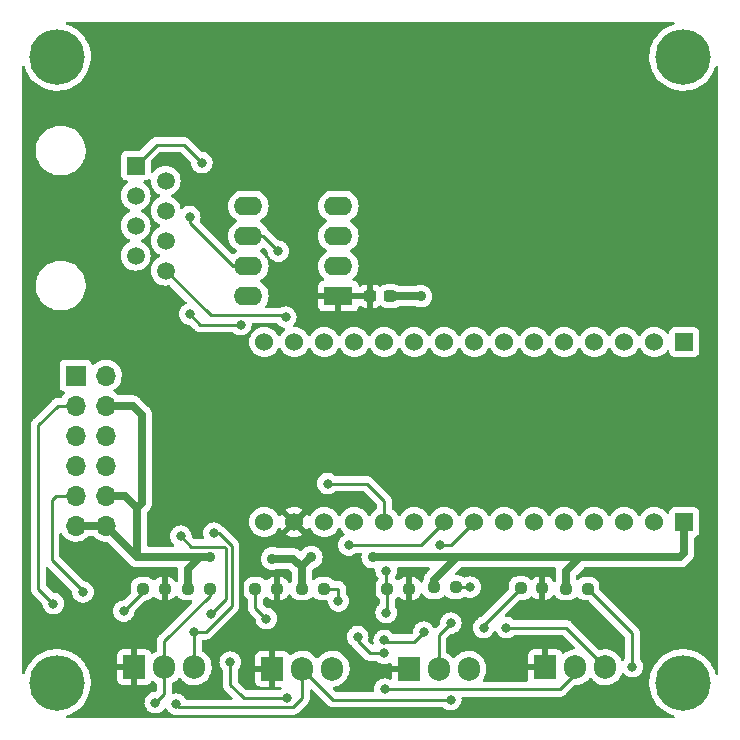
<source format=gtl>
G04 #@! TF.GenerationSoftware,KiCad,Pcbnew,6.0.6*
G04 #@! TF.CreationDate,2022-08-23T19:50:31-05:00*
G04 #@! TF.ProjectId,Penguinator-Glue-Board,50656e67-7569-46e6-9174-6f722d476c75,rev?*
G04 #@! TF.SameCoordinates,Original*
G04 #@! TF.FileFunction,Copper,L1,Top*
G04 #@! TF.FilePolarity,Positive*
%FSLAX46Y46*%
G04 Gerber Fmt 4.6, Leading zero omitted, Abs format (unit mm)*
G04 Created by KiCad (PCBNEW 6.0.6) date 2022-08-23 19:50:31*
%MOMM*%
%LPD*%
G01*
G04 APERTURE LIST*
G04 Aperture macros list*
%AMRoundRect*
0 Rectangle with rounded corners*
0 $1 Rounding radius*
0 $2 $3 $4 $5 $6 $7 $8 $9 X,Y pos of 4 corners*
0 Add a 4 corners polygon primitive as box body*
4,1,4,$2,$3,$4,$5,$6,$7,$8,$9,$2,$3,0*
0 Add four circle primitives for the rounded corners*
1,1,$1+$1,$2,$3*
1,1,$1+$1,$4,$5*
1,1,$1+$1,$6,$7*
1,1,$1+$1,$8,$9*
0 Add four rect primitives between the rounded corners*
20,1,$1+$1,$2,$3,$4,$5,0*
20,1,$1+$1,$4,$5,$6,$7,0*
20,1,$1+$1,$6,$7,$8,$9,0*
20,1,$1+$1,$8,$9,$2,$3,0*%
G04 Aperture macros list end*
G04 #@! TA.AperFunction,SMDPad,CuDef*
%ADD10RoundRect,0.237500X0.300000X0.237500X-0.300000X0.237500X-0.300000X-0.237500X0.300000X-0.237500X0*%
G04 #@! TD*
G04 #@! TA.AperFunction,ComponentPad*
%ADD11R,1.530000X1.530000*%
G04 #@! TD*
G04 #@! TA.AperFunction,ComponentPad*
%ADD12C,1.530000*%
G04 #@! TD*
G04 #@! TA.AperFunction,ComponentPad*
%ADD13R,2.400000X1.600000*%
G04 #@! TD*
G04 #@! TA.AperFunction,ComponentPad*
%ADD14O,2.400000X1.600000*%
G04 #@! TD*
G04 #@! TA.AperFunction,SMDPad,CuDef*
%ADD15RoundRect,0.237500X-0.250000X-0.237500X0.250000X-0.237500X0.250000X0.237500X-0.250000X0.237500X0*%
G04 #@! TD*
G04 #@! TA.AperFunction,ComponentPad*
%ADD16R,1.905000X2.000000*%
G04 #@! TD*
G04 #@! TA.AperFunction,ComponentPad*
%ADD17O,1.905000X2.000000*%
G04 #@! TD*
G04 #@! TA.AperFunction,ComponentPad*
%ADD18R,1.700000X1.700000*%
G04 #@! TD*
G04 #@! TA.AperFunction,ComponentPad*
%ADD19O,1.700000X1.700000*%
G04 #@! TD*
G04 #@! TA.AperFunction,ComponentPad*
%ADD20R,1.500000X1.500000*%
G04 #@! TD*
G04 #@! TA.AperFunction,ComponentPad*
%ADD21C,1.500000*%
G04 #@! TD*
G04 #@! TA.AperFunction,ComponentPad*
%ADD22C,3.100000*%
G04 #@! TD*
G04 #@! TA.AperFunction,ConnectorPad*
%ADD23C,4.700000*%
G04 #@! TD*
G04 #@! TA.AperFunction,ViaPad*
%ADD24C,0.800000*%
G04 #@! TD*
G04 #@! TA.AperFunction,ViaPad*
%ADD25C,0.900000*%
G04 #@! TD*
G04 #@! TA.AperFunction,Conductor*
%ADD26C,0.700000*%
G04 #@! TD*
G04 #@! TA.AperFunction,Conductor*
%ADD27C,0.250000*%
G04 #@! TD*
G04 APERTURE END LIST*
D10*
X31723500Y-23749000D03*
X29998500Y-23749000D03*
D11*
X56601000Y-27632500D03*
D12*
X54061000Y-27632500D03*
X51521000Y-27632500D03*
X48981000Y-27632500D03*
X46441000Y-27632500D03*
X43901000Y-27632500D03*
X41361000Y-27632500D03*
X38821000Y-27632500D03*
X36281000Y-27632500D03*
X33741000Y-27632500D03*
X31201000Y-27632500D03*
X28661000Y-27632500D03*
X26121000Y-27632500D03*
X23581000Y-27632500D03*
X21041000Y-27632500D03*
X21041000Y-42872500D03*
X23581000Y-42872500D03*
X26121000Y-42872500D03*
X28661000Y-42872500D03*
X31201000Y-42872500D03*
X33741000Y-42872500D03*
X36281000Y-42872500D03*
X38821000Y-42872500D03*
X41361000Y-42872500D03*
X43901000Y-42872500D03*
X46441000Y-42872500D03*
X48981000Y-42872500D03*
X51521000Y-42872500D03*
X54061000Y-42872500D03*
D11*
X56601000Y-42872500D03*
D13*
X27320000Y-23739000D03*
D14*
X27320000Y-21199000D03*
X27320000Y-18659000D03*
X27320000Y-16119000D03*
X19700000Y-16119000D03*
X19700000Y-18659000D03*
X19700000Y-21199000D03*
X19700000Y-23739000D03*
D15*
X46585500Y-48514000D03*
X48410500Y-48514000D03*
X42759500Y-48466000D03*
X44584500Y-48466000D03*
X35409500Y-48387000D03*
X37234500Y-48387000D03*
X31472500Y-48514000D03*
X33297500Y-48514000D03*
X24233500Y-48514000D03*
X26058500Y-48514000D03*
X20296500Y-48514000D03*
X22121500Y-48514000D03*
X14581500Y-48514000D03*
X16406500Y-48514000D03*
X10771500Y-48514000D03*
X12596500Y-48514000D03*
D16*
X21717000Y-55301000D03*
D17*
X24257000Y-55301000D03*
X26797000Y-55301000D03*
X38354000Y-55301000D03*
X35814000Y-55301000D03*
D16*
X33274000Y-55301000D03*
X44831000Y-55174000D03*
D17*
X47371000Y-55174000D03*
X49911000Y-55174000D03*
D16*
X10033000Y-55174000D03*
D17*
X12573000Y-55174000D03*
X15113000Y-55174000D03*
D18*
X5080000Y-30480000D03*
D19*
X7620000Y-30480000D03*
X5080000Y-33020000D03*
X7620000Y-33020000D03*
X5080000Y-35560000D03*
X7620000Y-35560000D03*
X5080000Y-38100000D03*
X7620000Y-38100000D03*
X5080000Y-40640000D03*
X7620000Y-40640000D03*
X5080000Y-43180000D03*
X7620000Y-43180000D03*
D20*
X10160000Y-12700000D03*
D21*
X12700000Y-13970000D03*
X10160000Y-15240000D03*
X12700000Y-16510000D03*
X10160000Y-17780000D03*
X12700000Y-19050000D03*
X10160000Y-20320000D03*
X12700000Y-21590000D03*
D22*
X56500000Y-56500000D03*
D23*
X56500000Y-56500000D03*
X3500000Y-3500000D03*
D22*
X3500000Y-3500000D03*
X3500000Y-56500000D03*
D23*
X3500000Y-56500000D03*
D22*
X56500000Y-3500000D03*
D23*
X56500000Y-3500000D03*
D24*
X19050000Y-26162000D03*
X22225000Y-19939000D03*
X14732000Y-25273000D03*
X22860000Y-25527000D03*
X14732000Y-17018000D03*
X15748000Y-12446000D03*
X13970000Y-44069000D03*
X16510000Y-50673000D03*
X26416000Y-39624000D03*
D25*
X30226000Y-45847000D03*
X25019000Y-45847000D03*
D24*
X36830000Y-51435000D03*
X38481000Y-48387000D03*
X31242000Y-57023000D03*
X28956000Y-52578000D03*
X31214958Y-53983668D03*
X39624000Y-51816000D03*
X31196963Y-52906937D03*
X34544000Y-52197000D03*
D25*
X16444500Y-45847000D03*
X21717000Y-45974000D03*
D24*
X36830000Y-57912000D03*
X52197000Y-55118000D03*
X5691155Y-48791845D03*
X27316385Y-49558493D03*
X41529000Y-51816000D03*
X18161000Y-54737000D03*
X22987000Y-57772500D03*
X13589000Y-58293000D03*
X21209000Y-51054000D03*
X35941000Y-44831000D03*
X28194000Y-44831000D03*
X16764000Y-43815000D03*
X11811000Y-58166000D03*
X3175000Y-49784000D03*
X9144000Y-50419000D03*
X15113000Y-52197000D03*
X31369000Y-46990000D03*
D25*
X34290000Y-23749000D03*
D24*
X31369000Y-50546000D03*
D26*
X7620000Y-33020000D02*
X9906000Y-33020000D01*
X9906000Y-33020000D02*
X10668000Y-33782000D01*
X10668000Y-33782000D02*
X10668000Y-41275000D01*
X10668000Y-41275000D02*
X10287000Y-41656000D01*
X7620000Y-40640000D02*
X9271000Y-40640000D01*
X9271000Y-40640000D02*
X10287000Y-41656000D01*
X10287000Y-41656000D02*
X10287000Y-45847000D01*
D27*
X16497500Y-25387500D02*
X22720500Y-25387500D01*
X22720500Y-25387500D02*
X22860000Y-25527000D01*
X20945000Y-18659000D02*
X19700000Y-18659000D01*
X14732000Y-25273000D02*
X15621000Y-26162000D01*
X12700000Y-21590000D02*
X16497500Y-25387500D01*
X22225000Y-19939000D02*
X20945000Y-18659000D01*
X15621000Y-26162000D02*
X19050000Y-26162000D01*
X14732000Y-17018000D02*
X14732000Y-17526000D01*
X14732000Y-17526000D02*
X18405000Y-21199000D01*
X18405000Y-21199000D02*
X19700000Y-21199000D01*
X10160000Y-12700000D02*
X11938000Y-10922000D01*
X11938000Y-10922000D02*
X14224000Y-10922000D01*
X14224000Y-10922000D02*
X15748000Y-12446000D01*
X17780000Y-45085000D02*
X17780000Y-48641000D01*
X29845000Y-39751000D02*
X29718000Y-39624000D01*
X17780000Y-48641000D02*
X17780000Y-49403000D01*
X13970000Y-44069000D02*
X14859000Y-44958000D01*
X14859000Y-44958000D02*
X17653000Y-44958000D01*
X29718000Y-39624000D02*
X27432000Y-39624000D01*
X16081309Y-52197000D02*
X15113000Y-52197000D01*
X18279501Y-49998808D02*
X16081309Y-52197000D01*
X17653000Y-44958000D02*
X17780000Y-45085000D01*
X27432000Y-39624000D02*
X26416000Y-39624000D01*
X31201000Y-41107000D02*
X29845000Y-39751000D01*
X17216401Y-43815000D02*
X18279501Y-44878100D01*
X16764000Y-43815000D02*
X17216401Y-43815000D01*
X31201000Y-42872500D02*
X31201000Y-41107000D01*
X18279501Y-44878100D02*
X18279501Y-49998808D01*
X17780000Y-49403000D02*
X16510000Y-50673000D01*
D26*
X37338000Y-45847000D02*
X30226000Y-45847000D01*
D27*
X48410500Y-48514000D02*
X52197000Y-52300500D01*
X52197000Y-52300500D02*
X52197000Y-55118000D01*
X37234500Y-48387000D02*
X38481000Y-48387000D01*
X35814000Y-55301000D02*
X35814000Y-52451000D01*
X35814000Y-52451000D02*
X36830000Y-51435000D01*
X39624000Y-51601500D02*
X39624000Y-51816000D01*
X42759500Y-48466000D02*
X39624000Y-51601500D01*
X33742881Y-52998119D02*
X34544000Y-52197000D01*
X31196963Y-52906937D02*
X31288145Y-52998119D01*
X31288145Y-52998119D02*
X33742881Y-52998119D01*
X46600500Y-51816000D02*
X41529000Y-51816000D01*
X49911000Y-55126500D02*
X46600500Y-51816000D01*
X49911000Y-55174000D02*
X49911000Y-55126500D01*
X31214958Y-53983668D02*
X29963168Y-53983668D01*
X28956000Y-52976500D02*
X28956000Y-52578000D01*
X29963168Y-53983668D02*
X28956000Y-52976500D01*
X31472500Y-50442500D02*
X31369000Y-50546000D01*
X31472500Y-48514000D02*
X31472500Y-50442500D01*
X27305000Y-48514000D02*
X27316385Y-48525385D01*
X27316385Y-48525385D02*
X27316385Y-49558493D01*
X26058500Y-48514000D02*
X27305000Y-48514000D01*
X47371000Y-55753000D02*
X47371000Y-55174000D01*
X31242000Y-57023000D02*
X46101000Y-57023000D01*
X46101000Y-57023000D02*
X47371000Y-55753000D01*
D26*
X24233500Y-46712500D02*
X23495000Y-45974000D01*
X24233500Y-48514000D02*
X24233500Y-46712500D01*
X23495000Y-45974000D02*
X21717000Y-45974000D01*
D27*
X36830000Y-57912000D02*
X26868000Y-57912000D01*
X26868000Y-57912000D02*
X24257000Y-55301000D01*
X3048000Y-41021000D02*
X3048000Y-46101000D01*
X3429000Y-40640000D02*
X3048000Y-41021000D01*
X5080000Y-40640000D02*
X3429000Y-40640000D01*
X5691155Y-48744155D02*
X5691155Y-48791845D01*
X3048000Y-46101000D02*
X3302000Y-46355000D01*
X3302000Y-46355000D02*
X5691155Y-48744155D01*
X18161000Y-56642000D02*
X19050000Y-57531000D01*
X19291500Y-57772500D02*
X22987000Y-57772500D01*
X18161000Y-54737000D02*
X18161000Y-56642000D01*
X19050000Y-57531000D02*
X19291500Y-57772500D01*
X24257000Y-57785000D02*
X23495000Y-58547000D01*
X23495000Y-58547000D02*
X13843000Y-58547000D01*
X24257000Y-55301000D02*
X24257000Y-57785000D01*
X13843000Y-58547000D02*
X13589000Y-58293000D01*
X21209000Y-51054000D02*
X20296500Y-50141500D01*
X36862500Y-44831000D02*
X35941000Y-44831000D01*
X38821000Y-42872500D02*
X36862500Y-44831000D01*
X20296500Y-50141500D02*
X20296500Y-48514000D01*
X28194000Y-44831000D02*
X34322500Y-44831000D01*
X34322500Y-44831000D02*
X36281000Y-42872500D01*
X1905000Y-48514000D02*
X1905000Y-34671000D01*
X3556000Y-33020000D02*
X5080000Y-33020000D01*
X3175000Y-49784000D02*
X1905000Y-48514000D01*
X12573000Y-57404000D02*
X11811000Y-58166000D01*
X12573000Y-55174000D02*
X12573000Y-57404000D01*
X1905000Y-34671000D02*
X3556000Y-33020000D01*
X15113000Y-55174000D02*
X15113000Y-52197000D01*
X9144000Y-50419000D02*
X10771500Y-48791500D01*
X10771500Y-48791500D02*
X10771500Y-48514000D01*
X16406500Y-48514000D02*
X16406500Y-49125500D01*
X16406500Y-49125500D02*
X12573000Y-52959000D01*
X12573000Y-52959000D02*
X12573000Y-55174000D01*
X31369000Y-48410500D02*
X31472500Y-48514000D01*
X31369000Y-46990000D02*
X31369000Y-48410500D01*
D26*
X31723500Y-23749000D02*
X34290000Y-23749000D01*
X5080000Y-43180000D02*
X7620000Y-43180000D01*
X16510000Y-45847000D02*
X15621000Y-45847000D01*
X16510000Y-45847000D02*
X10287000Y-45847000D01*
X10287000Y-45847000D02*
X7620000Y-43180000D01*
X15621000Y-45847000D02*
X14581500Y-46886500D01*
X14581500Y-46886500D02*
X14581500Y-48514000D01*
X25019000Y-45847000D02*
X24233500Y-46632500D01*
X24233500Y-46632500D02*
X24233500Y-48514000D01*
X47752000Y-45847000D02*
X48768000Y-45847000D01*
X48768000Y-45847000D02*
X56261000Y-45847000D01*
X48768000Y-45847000D02*
X37338000Y-45847000D01*
X37338000Y-45847000D02*
X35409500Y-47775500D01*
X35409500Y-47775500D02*
X35409500Y-48387000D01*
X56601000Y-45507000D02*
X56601000Y-42872500D01*
X46585500Y-48514000D02*
X46585500Y-47013500D01*
X46585500Y-47013500D02*
X47752000Y-45847000D01*
X56261000Y-45847000D02*
X56601000Y-45507000D01*
G04 #@! TA.AperFunction,Conductor*
G36*
X55723495Y-528502D02*
G01*
X55769988Y-582158D01*
X55780092Y-652432D01*
X55750598Y-717012D01*
X55696188Y-753707D01*
X55651617Y-768967D01*
X55418112Y-848914D01*
X55120574Y-990833D01*
X55117495Y-992764D01*
X55117494Y-992765D01*
X55052174Y-1033740D01*
X54841319Y-1166009D01*
X54838485Y-1168279D01*
X54838480Y-1168283D01*
X54771895Y-1221628D01*
X54584049Y-1372121D01*
X54352174Y-1606437D01*
X54148767Y-1865851D01*
X54146874Y-1868940D01*
X54146872Y-1868943D01*
X54071059Y-1992660D01*
X53976525Y-2146925D01*
X53975006Y-2150197D01*
X53975003Y-2150203D01*
X53929469Y-2248299D01*
X53837730Y-2445933D01*
X53734222Y-2758912D01*
X53667373Y-3081714D01*
X53638069Y-3410060D01*
X53646698Y-3739598D01*
X53693146Y-4065961D01*
X53694065Y-4069464D01*
X53694066Y-4069469D01*
X53756376Y-4306978D01*
X53776798Y-4384822D01*
X53896544Y-4691955D01*
X53898248Y-4695173D01*
X54023468Y-4931672D01*
X54050798Y-4983290D01*
X54052850Y-4986275D01*
X54052855Y-4986284D01*
X54235457Y-5251972D01*
X54235463Y-5251979D01*
X54237514Y-5254964D01*
X54454219Y-5503377D01*
X54698039Y-5725236D01*
X54700987Y-5727354D01*
X54700989Y-5727356D01*
X54962793Y-5915481D01*
X54962799Y-5915485D01*
X54965744Y-5917601D01*
X55253784Y-6077922D01*
X55558342Y-6204074D01*
X55561836Y-6205069D01*
X55561838Y-6205070D01*
X55871880Y-6293388D01*
X55871885Y-6293389D01*
X55875381Y-6294385D01*
X56061993Y-6324944D01*
X56197118Y-6347072D01*
X56197125Y-6347073D01*
X56200699Y-6347658D01*
X56365342Y-6355423D01*
X56526357Y-6363016D01*
X56526358Y-6363016D01*
X56529984Y-6363187D01*
X56541877Y-6362376D01*
X56855241Y-6341014D01*
X56855249Y-6341013D01*
X56858872Y-6340766D01*
X56862448Y-6340103D01*
X56862450Y-6340103D01*
X57179438Y-6281353D01*
X57179442Y-6281352D01*
X57183003Y-6280692D01*
X57498082Y-6183761D01*
X57638406Y-6122163D01*
X57796604Y-6052719D01*
X57796612Y-6052715D01*
X57799931Y-6051258D01*
X58084550Y-5884940D01*
X58216933Y-5785544D01*
X58345260Y-5689194D01*
X58345264Y-5689191D01*
X58348167Y-5687011D01*
X58587288Y-5460094D01*
X58798743Y-5207197D01*
X58943856Y-4986284D01*
X58977742Y-4934698D01*
X58977747Y-4934689D01*
X58979729Y-4931672D01*
X59127847Y-4637171D01*
X59241135Y-4327597D01*
X59241986Y-4324054D01*
X59242982Y-4319907D01*
X59278334Y-4258338D01*
X59341360Y-4225656D01*
X59412051Y-4232237D01*
X59467963Y-4275991D01*
X59491500Y-4349322D01*
X59491500Y-55665195D01*
X59471498Y-55733316D01*
X59417842Y-55779809D01*
X59347568Y-55789913D01*
X59282988Y-55760419D01*
X59244689Y-55700981D01*
X59242605Y-55693944D01*
X59194065Y-55530077D01*
X59179616Y-55496202D01*
X59066155Y-55230195D01*
X59066153Y-55230192D01*
X59064731Y-55226857D01*
X59034012Y-55173000D01*
X58903193Y-54943651D01*
X58901402Y-54940511D01*
X58891425Y-54926928D01*
X58708384Y-54677749D01*
X58708382Y-54677747D01*
X58706244Y-54674836D01*
X58510177Y-54463842D01*
X58484315Y-54436011D01*
X58484314Y-54436010D01*
X58481844Y-54433352D01*
X58479084Y-54430995D01*
X58479078Y-54430989D01*
X58233947Y-54221628D01*
X58233942Y-54221624D01*
X58231175Y-54219261D01*
X58228150Y-54217228D01*
X57960569Y-54037420D01*
X57960565Y-54037418D01*
X57957561Y-54035399D01*
X57664627Y-53884205D01*
X57356257Y-53767682D01*
X57352736Y-53766798D01*
X57352731Y-53766796D01*
X57163807Y-53719342D01*
X57036537Y-53687374D01*
X57011790Y-53684116D01*
X56713310Y-53644820D01*
X56713302Y-53644819D01*
X56709706Y-53644346D01*
X56572651Y-53642193D01*
X56383738Y-53639225D01*
X56383734Y-53639225D01*
X56380096Y-53639168D01*
X56376482Y-53639529D01*
X56376476Y-53639529D01*
X56155046Y-53661631D01*
X56052074Y-53671909D01*
X55873445Y-53710856D01*
X55772218Y-53732927D01*
X55729990Y-53742134D01*
X55726563Y-53743307D01*
X55726557Y-53743309D01*
X55507598Y-53818276D01*
X55418112Y-53848914D01*
X55120574Y-53990833D01*
X55117495Y-53992764D01*
X55117494Y-53992765D01*
X55080327Y-54016080D01*
X54841319Y-54166009D01*
X54838485Y-54168279D01*
X54838480Y-54168283D01*
X54728582Y-54256328D01*
X54584049Y-54372121D01*
X54560309Y-54396111D01*
X54379859Y-54578461D01*
X54352174Y-54606437D01*
X54148767Y-54865851D01*
X54146874Y-54868940D01*
X54146872Y-54868943D01*
X54000038Y-55108556D01*
X53976525Y-55146925D01*
X53975006Y-55150197D01*
X53975003Y-55150203D01*
X53940884Y-55223706D01*
X53837730Y-55445933D01*
X53836590Y-55449380D01*
X53790767Y-55587937D01*
X53734222Y-55758912D01*
X53733486Y-55762467D01*
X53733485Y-55762470D01*
X53668259Y-56077434D01*
X53667373Y-56081714D01*
X53652363Y-56249896D01*
X53643056Y-56354187D01*
X53638069Y-56410060D01*
X53638164Y-56413690D01*
X53638164Y-56413691D01*
X53643758Y-56627324D01*
X53646698Y-56739598D01*
X53647208Y-56743183D01*
X53647209Y-56743192D01*
X53667816Y-56887983D01*
X53693146Y-57065961D01*
X53694065Y-57069464D01*
X53694066Y-57069469D01*
X53748905Y-57278500D01*
X53776798Y-57384822D01*
X53896544Y-57691955D01*
X53947779Y-57788721D01*
X54043984Y-57970420D01*
X54050798Y-57983290D01*
X54052850Y-57986275D01*
X54052855Y-57986284D01*
X54235457Y-58251972D01*
X54235463Y-58251979D01*
X54237514Y-58254964D01*
X54391040Y-58430954D01*
X54447566Y-58495750D01*
X54454219Y-58503377D01*
X54698039Y-58725236D01*
X54700987Y-58727354D01*
X54700989Y-58727356D01*
X54962793Y-58915481D01*
X54962799Y-58915485D01*
X54965744Y-58917601D01*
X55253784Y-59077922D01*
X55558342Y-59204074D01*
X55561836Y-59205069D01*
X55561838Y-59205070D01*
X55699630Y-59244321D01*
X55759665Y-59282220D01*
X55789679Y-59346560D01*
X55780144Y-59416913D01*
X55734087Y-59470943D01*
X55665111Y-59491500D01*
X4335843Y-59491500D01*
X4267722Y-59471498D01*
X4221229Y-59417842D01*
X4211125Y-59347568D01*
X4240619Y-59282988D01*
X4298794Y-59245070D01*
X4494604Y-59184831D01*
X4498082Y-59183761D01*
X4667323Y-59109469D01*
X4796604Y-59052719D01*
X4796612Y-59052715D01*
X4799931Y-59051258D01*
X5084550Y-58884940D01*
X5226836Y-58778109D01*
X5345260Y-58689194D01*
X5345264Y-58689191D01*
X5348167Y-58687011D01*
X5587288Y-58460094D01*
X5618171Y-58423159D01*
X5756515Y-58257701D01*
X5798743Y-58207197D01*
X5825739Y-58166100D01*
X5977742Y-57934698D01*
X5977747Y-57934689D01*
X5979729Y-57931672D01*
X6127847Y-57637171D01*
X6157345Y-57556564D01*
X6239887Y-57331008D01*
X6239888Y-57331004D01*
X6241135Y-57327597D01*
X6241980Y-57324075D01*
X6241983Y-57324067D01*
X6317244Y-57010584D01*
X6317245Y-57010580D01*
X6318091Y-57007055D01*
X6326709Y-56935839D01*
X6357358Y-56682570D01*
X6357358Y-56682563D01*
X6357694Y-56679791D01*
X6358051Y-56668450D01*
X6363256Y-56502797D01*
X6363344Y-56500000D01*
X6361292Y-56464414D01*
X6347123Y-56218669D01*
X8572501Y-56218669D01*
X8572871Y-56225490D01*
X8578395Y-56276352D01*
X8582021Y-56291604D01*
X8627176Y-56412054D01*
X8635714Y-56427649D01*
X8712215Y-56529724D01*
X8724776Y-56542285D01*
X8826851Y-56618786D01*
X8842446Y-56627324D01*
X8962894Y-56672478D01*
X8978149Y-56676105D01*
X9029014Y-56681631D01*
X9035828Y-56682000D01*
X9760885Y-56682000D01*
X9776124Y-56677525D01*
X9777329Y-56676135D01*
X9779000Y-56668450D01*
X9779000Y-55446115D01*
X9774525Y-55430876D01*
X9773135Y-55429671D01*
X9765452Y-55428000D01*
X8590616Y-55428000D01*
X8575377Y-55432475D01*
X8574172Y-55433865D01*
X8572501Y-55441548D01*
X8572501Y-56218669D01*
X6347123Y-56218669D01*
X6344577Y-56174515D01*
X6344576Y-56174510D01*
X6344368Y-56170895D01*
X6327962Y-56076891D01*
X6288315Y-55849726D01*
X6288313Y-55849718D01*
X6287691Y-55846153D01*
X6262296Y-55760419D01*
X6242605Y-55693944D01*
X6194065Y-55530077D01*
X6179616Y-55496202D01*
X6066155Y-55230195D01*
X6066153Y-55230192D01*
X6064731Y-55226857D01*
X6034012Y-55173000D01*
X5903193Y-54943651D01*
X5901402Y-54940511D01*
X5891425Y-54926928D01*
X5873029Y-54901885D01*
X8572500Y-54901885D01*
X8576975Y-54917124D01*
X8578365Y-54918329D01*
X8586048Y-54920000D01*
X9760885Y-54920000D01*
X9776124Y-54915525D01*
X9777329Y-54914135D01*
X9779000Y-54906452D01*
X9779000Y-53684116D01*
X9774525Y-53668877D01*
X9773135Y-53667672D01*
X9765452Y-53666001D01*
X9035831Y-53666001D01*
X9029010Y-53666371D01*
X8978148Y-53671895D01*
X8962896Y-53675521D01*
X8842446Y-53720676D01*
X8826851Y-53729214D01*
X8724776Y-53805715D01*
X8712215Y-53818276D01*
X8635714Y-53920351D01*
X8627176Y-53935946D01*
X8582022Y-54056394D01*
X8578395Y-54071649D01*
X8572869Y-54122514D01*
X8572500Y-54129328D01*
X8572500Y-54901885D01*
X5873029Y-54901885D01*
X5708384Y-54677749D01*
X5708382Y-54677747D01*
X5706244Y-54674836D01*
X5510177Y-54463842D01*
X5484315Y-54436011D01*
X5484314Y-54436010D01*
X5481844Y-54433352D01*
X5479084Y-54430995D01*
X5479078Y-54430989D01*
X5233947Y-54221628D01*
X5233942Y-54221624D01*
X5231175Y-54219261D01*
X5228150Y-54217228D01*
X4960569Y-54037420D01*
X4960565Y-54037418D01*
X4957561Y-54035399D01*
X4664627Y-53884205D01*
X4356257Y-53767682D01*
X4352736Y-53766798D01*
X4352731Y-53766796D01*
X4163807Y-53719342D01*
X4036537Y-53687374D01*
X4011790Y-53684116D01*
X3713310Y-53644820D01*
X3713302Y-53644819D01*
X3709706Y-53644346D01*
X3572651Y-53642193D01*
X3383738Y-53639225D01*
X3383734Y-53639225D01*
X3380096Y-53639168D01*
X3376482Y-53639529D01*
X3376476Y-53639529D01*
X3155046Y-53661631D01*
X3052074Y-53671909D01*
X2873445Y-53710856D01*
X2772218Y-53732927D01*
X2729990Y-53742134D01*
X2726563Y-53743307D01*
X2726557Y-53743309D01*
X2507598Y-53818276D01*
X2418112Y-53848914D01*
X2120574Y-53990833D01*
X2117495Y-53992764D01*
X2117494Y-53992765D01*
X2080327Y-54016080D01*
X1841319Y-54166009D01*
X1838485Y-54168279D01*
X1838480Y-54168283D01*
X1728582Y-54256328D01*
X1584049Y-54372121D01*
X1560309Y-54396111D01*
X1379859Y-54578461D01*
X1352174Y-54606437D01*
X1148767Y-54865851D01*
X1146874Y-54868940D01*
X1146872Y-54868943D01*
X1000038Y-55108556D01*
X976525Y-55146925D01*
X975006Y-55150197D01*
X975003Y-55150203D01*
X940884Y-55223706D01*
X837730Y-55445933D01*
X836590Y-55449380D01*
X754128Y-55698722D01*
X713748Y-55757117D01*
X648207Y-55784411D01*
X578315Y-55771939D01*
X526261Y-55723659D01*
X508500Y-55659159D01*
X508500Y-34650943D01*
X1266780Y-34650943D01*
X1267526Y-34658835D01*
X1270941Y-34694961D01*
X1271500Y-34706819D01*
X1271500Y-48435233D01*
X1270973Y-48446416D01*
X1269298Y-48453909D01*
X1269547Y-48461835D01*
X1269547Y-48461836D01*
X1271438Y-48521986D01*
X1271500Y-48525945D01*
X1271500Y-48553856D01*
X1271997Y-48557790D01*
X1271997Y-48557791D01*
X1272005Y-48557856D01*
X1272938Y-48569693D01*
X1274327Y-48613889D01*
X1279978Y-48633339D01*
X1283987Y-48652700D01*
X1286526Y-48672797D01*
X1289445Y-48680168D01*
X1289445Y-48680170D01*
X1302804Y-48713912D01*
X1306649Y-48725142D01*
X1316771Y-48759983D01*
X1318982Y-48767593D01*
X1323015Y-48774412D01*
X1323017Y-48774417D01*
X1329293Y-48785028D01*
X1337988Y-48802776D01*
X1345448Y-48821617D01*
X1350110Y-48828033D01*
X1350110Y-48828034D01*
X1371436Y-48857387D01*
X1377952Y-48867307D01*
X1400458Y-48905362D01*
X1414779Y-48919683D01*
X1427619Y-48934716D01*
X1439528Y-48951107D01*
X1471670Y-48977697D01*
X1473605Y-48979298D01*
X1482384Y-48987288D01*
X2227878Y-49732782D01*
X2261904Y-49795094D01*
X2264092Y-49808703D01*
X2281458Y-49973928D01*
X2340473Y-50155556D01*
X2343776Y-50161278D01*
X2343777Y-50161279D01*
X2357678Y-50185356D01*
X2435960Y-50320944D01*
X2440378Y-50325851D01*
X2440379Y-50325852D01*
X2532947Y-50428659D01*
X2563747Y-50462866D01*
X2607710Y-50494807D01*
X2705982Y-50566206D01*
X2718248Y-50575118D01*
X2724276Y-50577802D01*
X2724278Y-50577803D01*
X2872695Y-50643882D01*
X2892712Y-50652794D01*
X2986113Y-50672647D01*
X3073056Y-50691128D01*
X3073061Y-50691128D01*
X3079513Y-50692500D01*
X3270487Y-50692500D01*
X3276939Y-50691128D01*
X3276944Y-50691128D01*
X3363887Y-50672647D01*
X3457288Y-50652794D01*
X3477305Y-50643882D01*
X3625722Y-50577803D01*
X3625724Y-50577802D01*
X3631752Y-50575118D01*
X3644019Y-50566206D01*
X3742290Y-50494807D01*
X3786253Y-50462866D01*
X3817053Y-50428659D01*
X3825750Y-50419000D01*
X8230496Y-50419000D01*
X8231186Y-50425565D01*
X8247803Y-50583663D01*
X8250458Y-50608928D01*
X8309473Y-50790556D01*
X8312776Y-50796278D01*
X8312777Y-50796279D01*
X8334464Y-50833842D01*
X8404960Y-50955944D01*
X8409378Y-50960851D01*
X8409379Y-50960852D01*
X8493250Y-51054000D01*
X8532747Y-51097866D01*
X8621705Y-51162498D01*
X8681535Y-51205967D01*
X8687248Y-51210118D01*
X8693276Y-51212802D01*
X8693278Y-51212803D01*
X8855681Y-51285109D01*
X8861712Y-51287794D01*
X8955112Y-51307647D01*
X9042056Y-51326128D01*
X9042061Y-51326128D01*
X9048513Y-51327500D01*
X9239487Y-51327500D01*
X9245939Y-51326128D01*
X9245944Y-51326128D01*
X9332888Y-51307647D01*
X9426288Y-51287794D01*
X9432319Y-51285109D01*
X9594722Y-51212803D01*
X9594724Y-51212802D01*
X9600752Y-51210118D01*
X9606466Y-51205967D01*
X9666295Y-51162498D01*
X9755253Y-51097866D01*
X9794750Y-51054000D01*
X9878621Y-50960852D01*
X9878622Y-50960851D01*
X9883040Y-50955944D01*
X9953536Y-50833842D01*
X9975223Y-50796279D01*
X9975224Y-50796278D01*
X9978527Y-50790556D01*
X10037542Y-50608928D01*
X10040198Y-50583663D01*
X10052604Y-50465621D01*
X10054907Y-50443706D01*
X10081920Y-50378050D01*
X10091122Y-50367782D01*
X10924499Y-49534405D01*
X10986811Y-49500379D01*
X11013594Y-49497500D01*
X11071072Y-49497500D01*
X11074318Y-49497163D01*
X11074322Y-49497163D01*
X11168235Y-49487419D01*
X11168239Y-49487418D01*
X11175093Y-49486707D01*
X11181629Y-49484526D01*
X11181631Y-49484526D01*
X11326136Y-49436315D01*
X11340107Y-49431654D01*
X11488031Y-49340116D01*
X11595101Y-49232859D01*
X11657382Y-49198780D01*
X11728202Y-49203783D01*
X11773291Y-49232704D01*
X11876129Y-49335363D01*
X11887540Y-49344375D01*
X12023063Y-49427912D01*
X12036241Y-49434056D01*
X12187766Y-49484315D01*
X12201132Y-49487181D01*
X12293770Y-49496672D01*
X12300185Y-49497000D01*
X12324385Y-49497000D01*
X12339624Y-49492525D01*
X12340829Y-49491135D01*
X12342500Y-49483452D01*
X12342500Y-47549115D01*
X12338025Y-47533876D01*
X12336635Y-47532671D01*
X12328952Y-47531000D01*
X12300234Y-47531000D01*
X12293718Y-47531337D01*
X12199868Y-47541075D01*
X12186472Y-47543968D01*
X12035047Y-47594488D01*
X12021885Y-47600653D01*
X11886508Y-47684426D01*
X11875110Y-47693460D01*
X11773607Y-47795140D01*
X11711324Y-47829219D01*
X11640504Y-47824216D01*
X11595416Y-47795295D01*
X11581316Y-47781219D01*
X11487003Y-47687071D01*
X11458188Y-47669309D01*
X11345150Y-47599631D01*
X11345148Y-47599630D01*
X11338920Y-47595791D01*
X11173809Y-47541026D01*
X11166973Y-47540326D01*
X11166970Y-47540325D01*
X11115474Y-47535049D01*
X11071072Y-47530500D01*
X10471928Y-47530500D01*
X10468682Y-47530837D01*
X10468678Y-47530837D01*
X10374765Y-47540581D01*
X10374761Y-47540582D01*
X10367907Y-47541293D01*
X10361371Y-47543474D01*
X10361369Y-47543474D01*
X10243022Y-47582958D01*
X10202893Y-47596346D01*
X10054969Y-47687884D01*
X10049796Y-47693066D01*
X9937242Y-47805816D01*
X9937238Y-47805821D01*
X9932071Y-47810997D01*
X9928231Y-47817227D01*
X9928230Y-47817228D01*
X9845364Y-47951662D01*
X9840791Y-47959080D01*
X9786026Y-48124191D01*
X9785326Y-48131027D01*
X9785325Y-48131030D01*
X9784319Y-48140850D01*
X9775500Y-48226928D01*
X9775500Y-48801072D01*
X9775837Y-48804319D01*
X9777818Y-48823409D01*
X9764954Y-48893230D01*
X9741586Y-48925510D01*
X9466614Y-49200481D01*
X9193499Y-49473596D01*
X9131187Y-49507621D01*
X9104404Y-49510500D01*
X9048513Y-49510500D01*
X9042061Y-49511872D01*
X9042056Y-49511872D01*
X8955113Y-49530353D01*
X8861712Y-49550206D01*
X8855682Y-49552891D01*
X8855681Y-49552891D01*
X8693278Y-49625197D01*
X8693276Y-49625198D01*
X8687248Y-49627882D01*
X8532747Y-49740134D01*
X8528326Y-49745044D01*
X8528325Y-49745045D01*
X8430503Y-49853688D01*
X8404960Y-49882056D01*
X8380880Y-49923764D01*
X8316796Y-50034761D01*
X8309473Y-50047444D01*
X8250458Y-50229072D01*
X8249768Y-50235633D01*
X8249768Y-50235635D01*
X8243799Y-50292430D01*
X8230496Y-50419000D01*
X3825750Y-50419000D01*
X3909621Y-50325852D01*
X3909622Y-50325851D01*
X3914040Y-50320944D01*
X3992322Y-50185356D01*
X4006223Y-50161279D01*
X4006224Y-50161278D01*
X4009527Y-50155556D01*
X4068542Y-49973928D01*
X4073815Y-49923764D01*
X4087814Y-49790565D01*
X4088504Y-49784000D01*
X4079712Y-49700345D01*
X4069232Y-49600635D01*
X4069232Y-49600633D01*
X4068542Y-49594072D01*
X4009527Y-49412444D01*
X3914040Y-49247056D01*
X3901118Y-49232704D01*
X3790675Y-49110045D01*
X3790674Y-49110044D01*
X3786253Y-49105134D01*
X3631752Y-48992882D01*
X3625724Y-48990198D01*
X3625722Y-48990197D01*
X3463319Y-48917891D01*
X3463318Y-48917891D01*
X3457288Y-48915206D01*
X3350602Y-48892529D01*
X3276944Y-48876872D01*
X3276939Y-48876872D01*
X3270487Y-48875500D01*
X3214595Y-48875500D01*
X3146474Y-48855498D01*
X3125500Y-48838595D01*
X2575405Y-48288500D01*
X2541379Y-48226188D01*
X2538500Y-48199405D01*
X2538500Y-46791594D01*
X2558502Y-46723473D01*
X2612158Y-46676980D01*
X2682432Y-46666876D01*
X2747012Y-46696370D01*
X2753595Y-46702499D01*
X4741436Y-48690340D01*
X4775462Y-48752652D01*
X4778341Y-48779435D01*
X4778341Y-48785280D01*
X4777651Y-48791845D01*
X4778341Y-48798410D01*
X4791700Y-48925510D01*
X4797613Y-48981773D01*
X4856628Y-49163401D01*
X4859931Y-49169123D01*
X4859932Y-49169124D01*
X4887485Y-49216846D01*
X4952115Y-49328789D01*
X4956533Y-49333696D01*
X4956534Y-49333697D01*
X5071900Y-49461824D01*
X5079902Y-49470711D01*
X5234403Y-49582963D01*
X5240431Y-49585647D01*
X5240433Y-49585648D01*
X5335293Y-49627882D01*
X5408867Y-49660639D01*
X5502268Y-49680492D01*
X5589211Y-49698973D01*
X5589216Y-49698973D01*
X5595668Y-49700345D01*
X5786642Y-49700345D01*
X5793094Y-49698973D01*
X5793099Y-49698973D01*
X5880042Y-49680492D01*
X5973443Y-49660639D01*
X6047017Y-49627882D01*
X6141877Y-49585648D01*
X6141879Y-49585647D01*
X6147907Y-49582963D01*
X6302408Y-49470711D01*
X6310410Y-49461824D01*
X6425776Y-49333697D01*
X6425777Y-49333696D01*
X6430195Y-49328789D01*
X6494825Y-49216846D01*
X6522378Y-49169124D01*
X6522379Y-49169123D01*
X6525682Y-49163401D01*
X6584697Y-48981773D01*
X6590611Y-48925510D01*
X6603969Y-48798410D01*
X6604659Y-48791845D01*
X6591320Y-48664930D01*
X6585387Y-48608480D01*
X6585387Y-48608478D01*
X6584697Y-48601917D01*
X6525682Y-48420289D01*
X6430195Y-48254901D01*
X6390983Y-48211351D01*
X6306830Y-48117890D01*
X6306829Y-48117889D01*
X6302408Y-48112979D01*
X6195619Y-48035392D01*
X6153249Y-48004608D01*
X6153248Y-48004607D01*
X6147907Y-48000727D01*
X6141879Y-47998043D01*
X6141877Y-47998042D01*
X5979474Y-47925736D01*
X5979473Y-47925736D01*
X5973443Y-47923051D01*
X5880043Y-47903198D01*
X5793099Y-47884717D01*
X5793094Y-47884717D01*
X5786642Y-47883345D01*
X5778440Y-47883345D01*
X5777549Y-47883083D01*
X5773473Y-47882655D01*
X5773551Y-47881910D01*
X5710319Y-47863343D01*
X5689345Y-47846440D01*
X3718405Y-45875500D01*
X3684379Y-45813188D01*
X3681500Y-45786405D01*
X3681500Y-43944764D01*
X3701502Y-43876643D01*
X3755158Y-43830150D01*
X3825432Y-43820046D01*
X3890012Y-43849540D01*
X3914933Y-43878929D01*
X3974688Y-43976440D01*
X3979987Y-43985088D01*
X4126250Y-44153938D01*
X4298126Y-44296632D01*
X4491000Y-44409338D01*
X4495825Y-44411180D01*
X4495826Y-44411181D01*
X4568612Y-44438975D01*
X4699692Y-44489030D01*
X4704760Y-44490061D01*
X4704763Y-44490062D01*
X4812017Y-44511883D01*
X4918597Y-44533567D01*
X4923772Y-44533757D01*
X4923774Y-44533757D01*
X5136673Y-44541564D01*
X5136677Y-44541564D01*
X5141837Y-44541753D01*
X5146957Y-44541097D01*
X5146959Y-44541097D01*
X5358288Y-44514025D01*
X5358289Y-44514025D01*
X5363416Y-44513368D01*
X5368366Y-44511883D01*
X5572429Y-44450661D01*
X5572434Y-44450659D01*
X5577384Y-44449174D01*
X5777994Y-44350896D01*
X5959860Y-44221173D01*
X6016475Y-44164756D01*
X6106295Y-44075249D01*
X6168667Y-44041333D01*
X6195235Y-44038500D01*
X6508700Y-44038500D01*
X6576821Y-44058502D01*
X6603937Y-44082003D01*
X6662738Y-44149884D01*
X6666250Y-44153938D01*
X6838126Y-44296632D01*
X7031000Y-44409338D01*
X7035825Y-44411180D01*
X7035826Y-44411181D01*
X7108612Y-44438975D01*
X7239692Y-44489030D01*
X7244760Y-44490061D01*
X7244763Y-44490062D01*
X7352017Y-44511883D01*
X7458597Y-44533567D01*
X7463772Y-44533757D01*
X7463774Y-44533757D01*
X7676674Y-44541564D01*
X7676678Y-44541564D01*
X7681837Y-44541753D01*
X7686955Y-44541097D01*
X7686962Y-44541097D01*
X7696547Y-44539869D01*
X7766657Y-44551054D01*
X7801651Y-44575753D01*
X8726437Y-45500540D01*
X9650680Y-46424783D01*
X9657822Y-46432549D01*
X9691471Y-46472367D01*
X9696893Y-46476512D01*
X9702631Y-46480899D01*
X9717649Y-46494422D01*
X9722615Y-46499674D01*
X9722619Y-46499678D01*
X9727308Y-46504636D01*
X9771736Y-46534829D01*
X9779864Y-46540844D01*
X9816224Y-46570077D01*
X9821738Y-46574510D01*
X9827858Y-46577548D01*
X9830652Y-46579335D01*
X9831013Y-46579588D01*
X9831380Y-46579790D01*
X9834238Y-46581521D01*
X9839652Y-46585660D01*
X9845831Y-46588541D01*
X9845832Y-46588542D01*
X9852386Y-46591598D01*
X9869951Y-46601575D01*
X9881582Y-46609480D01*
X9887911Y-46612012D01*
X9887916Y-46612014D01*
X9931463Y-46629431D01*
X9940690Y-46633558D01*
X9988814Y-46657447D01*
X9995431Y-46659097D01*
X9998567Y-46660251D01*
X9998956Y-46660413D01*
X9999361Y-46660532D01*
X10002525Y-46661609D01*
X10008704Y-46664490D01*
X10022418Y-46667556D01*
X10041713Y-46673528D01*
X10054771Y-46678751D01*
X10096347Y-46685634D01*
X10107775Y-46687526D01*
X10117677Y-46689577D01*
X10163179Y-46700922D01*
X10163182Y-46700922D01*
X10169802Y-46702573D01*
X10176622Y-46702763D01*
X10179926Y-46703216D01*
X10180808Y-46703375D01*
X10185701Y-46704054D01*
X10190740Y-46705180D01*
X10196463Y-46705500D01*
X10205990Y-46705500D01*
X10226569Y-46707192D01*
X10232057Y-46708101D01*
X10232061Y-46708101D01*
X10238795Y-46709216D01*
X10245612Y-46708859D01*
X10245616Y-46708859D01*
X10286419Y-46706720D01*
X10292435Y-46706405D01*
X10302541Y-46706281D01*
X10309488Y-46706475D01*
X10349436Y-46707591D01*
X10349440Y-46707591D01*
X10356257Y-46707781D01*
X10362959Y-46706503D01*
X10369761Y-46705955D01*
X10369803Y-46706475D01*
X10380125Y-46705500D01*
X13597000Y-46705500D01*
X13665121Y-46725502D01*
X13711614Y-46779158D01*
X13723000Y-46831500D01*
X13723000Y-46872344D01*
X13722951Y-46875863D01*
X13720719Y-46955757D01*
X13721998Y-46962461D01*
X13722545Y-46969262D01*
X13722025Y-46969304D01*
X13723000Y-46979625D01*
X13723000Y-47806222D01*
X13704258Y-47872341D01*
X13695965Y-47885794D01*
X13643192Y-47933286D01*
X13573120Y-47944707D01*
X13507997Y-47916432D01*
X13481562Y-47885977D01*
X13438574Y-47816508D01*
X13429540Y-47805110D01*
X13316871Y-47692637D01*
X13305460Y-47683625D01*
X13169937Y-47600088D01*
X13156759Y-47593944D01*
X13005234Y-47543685D01*
X12991868Y-47540819D01*
X12899230Y-47531328D01*
X12892815Y-47531000D01*
X12868615Y-47531000D01*
X12853376Y-47535475D01*
X12852171Y-47536865D01*
X12850500Y-47544548D01*
X12850500Y-49478885D01*
X12854975Y-49494124D01*
X12856365Y-49495329D01*
X12864048Y-49497000D01*
X12892766Y-49497000D01*
X12899282Y-49496663D01*
X12993132Y-49486925D01*
X13006528Y-49484032D01*
X13157953Y-49433512D01*
X13171115Y-49427347D01*
X13306492Y-49343574D01*
X13317890Y-49334540D01*
X13430363Y-49221871D01*
X13439375Y-49210460D01*
X13481445Y-49142210D01*
X13534218Y-49094717D01*
X13604289Y-49083293D01*
X13669413Y-49111567D01*
X13695849Y-49142023D01*
X13742884Y-49218031D01*
X13748066Y-49223204D01*
X13860816Y-49335758D01*
X13860819Y-49335760D01*
X13865997Y-49340929D01*
X13872227Y-49344769D01*
X13872228Y-49344770D01*
X13973729Y-49407336D01*
X14014080Y-49432209D01*
X14179191Y-49486974D01*
X14186027Y-49487674D01*
X14186030Y-49487675D01*
X14233370Y-49492525D01*
X14281928Y-49497500D01*
X14834406Y-49497500D01*
X14902527Y-49517502D01*
X14949020Y-49571158D01*
X14959124Y-49641432D01*
X14929630Y-49706012D01*
X14923503Y-49712593D01*
X13548243Y-51087852D01*
X12180747Y-52455348D01*
X12172461Y-52462888D01*
X12165982Y-52467000D01*
X12160557Y-52472777D01*
X12119357Y-52516651D01*
X12116602Y-52519493D01*
X12096865Y-52539230D01*
X12094385Y-52542427D01*
X12086682Y-52551447D01*
X12056414Y-52583679D01*
X12052595Y-52590625D01*
X12052593Y-52590628D01*
X12046652Y-52601434D01*
X12035801Y-52617953D01*
X12023386Y-52633959D01*
X12020241Y-52641228D01*
X12020238Y-52641232D01*
X12005826Y-52674537D01*
X12000609Y-52685187D01*
X11979305Y-52723940D01*
X11977334Y-52731615D01*
X11977334Y-52731616D01*
X11974267Y-52743562D01*
X11967863Y-52762266D01*
X11966423Y-52765595D01*
X11959819Y-52780855D01*
X11958580Y-52788678D01*
X11958577Y-52788688D01*
X11952901Y-52824524D01*
X11950495Y-52836144D01*
X11941472Y-52871289D01*
X11939500Y-52878970D01*
X11939500Y-52899224D01*
X11937949Y-52918934D01*
X11934780Y-52938943D01*
X11935526Y-52946835D01*
X11938941Y-52982961D01*
X11939500Y-52994819D01*
X11939500Y-53732629D01*
X11919498Y-53800750D01*
X11871680Y-53844392D01*
X11791800Y-53885975D01*
X11787667Y-53889078D01*
X11787664Y-53889080D01*
X11736161Y-53927750D01*
X11636300Y-54002728D01*
X11569818Y-54027633D01*
X11500422Y-54012641D01*
X11450148Y-53962511D01*
X11442667Y-53946197D01*
X11438824Y-53935946D01*
X11430286Y-53920351D01*
X11353785Y-53818276D01*
X11341224Y-53805715D01*
X11239149Y-53729214D01*
X11223554Y-53720676D01*
X11103106Y-53675522D01*
X11087851Y-53671895D01*
X11036986Y-53666369D01*
X11030172Y-53666000D01*
X10305115Y-53666000D01*
X10289876Y-53670475D01*
X10288671Y-53671865D01*
X10287000Y-53679548D01*
X10287000Y-56663884D01*
X10291475Y-56679123D01*
X10292865Y-56680328D01*
X10300548Y-56681999D01*
X11030169Y-56681999D01*
X11036990Y-56681629D01*
X11087852Y-56676105D01*
X11103104Y-56672479D01*
X11223554Y-56627324D01*
X11239149Y-56618786D01*
X11341224Y-56542285D01*
X11353785Y-56529724D01*
X11430286Y-56427649D01*
X11438824Y-56412055D01*
X11443160Y-56400487D01*
X11485801Y-56343721D01*
X11552362Y-56319020D01*
X11621711Y-56334226D01*
X11639235Y-56345832D01*
X11757669Y-56439366D01*
X11757671Y-56439367D01*
X11761724Y-56442568D01*
X11766244Y-56445063D01*
X11766247Y-56445065D01*
X11801298Y-56464414D01*
X11872299Y-56503608D01*
X11874393Y-56504764D01*
X11924364Y-56555197D01*
X11939500Y-56615073D01*
X11939500Y-57089406D01*
X11919498Y-57157527D01*
X11902595Y-57178501D01*
X11860501Y-57220595D01*
X11798189Y-57254621D01*
X11771406Y-57257500D01*
X11715513Y-57257500D01*
X11709061Y-57258872D01*
X11709056Y-57258872D01*
X11628520Y-57275991D01*
X11528712Y-57297206D01*
X11522682Y-57299891D01*
X11522681Y-57299891D01*
X11360278Y-57372197D01*
X11360276Y-57372198D01*
X11354248Y-57374882D01*
X11348907Y-57378762D01*
X11348906Y-57378763D01*
X11335919Y-57388199D01*
X11199747Y-57487134D01*
X11195326Y-57492044D01*
X11195325Y-57492045D01*
X11078898Y-57621351D01*
X11071960Y-57629056D01*
X10976473Y-57794444D01*
X10917458Y-57976072D01*
X10916768Y-57982633D01*
X10916768Y-57982635D01*
X10901695Y-58126047D01*
X10897496Y-58166000D01*
X10898186Y-58172565D01*
X10913579Y-58319018D01*
X10917458Y-58355928D01*
X10976473Y-58537556D01*
X10979776Y-58543278D01*
X10979777Y-58543279D01*
X10992608Y-58565502D01*
X11071960Y-58702944D01*
X11076378Y-58707851D01*
X11076379Y-58707852D01*
X11139639Y-58778109D01*
X11199747Y-58844866D01*
X11354248Y-58957118D01*
X11360276Y-58959802D01*
X11360278Y-58959803D01*
X11518409Y-59030207D01*
X11528712Y-59034794D01*
X11606169Y-59051258D01*
X11709056Y-59073128D01*
X11709061Y-59073128D01*
X11715513Y-59074500D01*
X11906487Y-59074500D01*
X11912939Y-59073128D01*
X11912944Y-59073128D01*
X12015831Y-59051258D01*
X12093288Y-59034794D01*
X12103591Y-59030207D01*
X12261722Y-58959803D01*
X12261724Y-58959802D01*
X12267752Y-58957118D01*
X12422253Y-58844866D01*
X12482361Y-58778109D01*
X12545621Y-58707852D01*
X12545622Y-58707851D01*
X12550040Y-58702944D01*
X12554217Y-58695709D01*
X12554954Y-58695006D01*
X12557224Y-58691882D01*
X12557795Y-58692297D01*
X12605596Y-58646714D01*
X12675309Y-58633275D01*
X12741222Y-58659659D01*
X12772457Y-58695705D01*
X12849960Y-58829944D01*
X12854378Y-58834851D01*
X12854379Y-58834852D01*
X12930480Y-58919371D01*
X12977747Y-58971866D01*
X12986750Y-58978407D01*
X13121291Y-59076157D01*
X13132248Y-59084118D01*
X13138276Y-59086802D01*
X13138278Y-59086803D01*
X13269780Y-59145351D01*
X13306712Y-59161794D01*
X13392378Y-59180003D01*
X13487056Y-59200128D01*
X13487061Y-59200128D01*
X13493513Y-59201500D01*
X13684487Y-59201500D01*
X13700421Y-59198113D01*
X13764652Y-59184461D01*
X13810554Y-59183259D01*
X13815106Y-59183980D01*
X13815116Y-59183980D01*
X13822943Y-59185220D01*
X13830835Y-59184474D01*
X13849580Y-59182702D01*
X13866962Y-59181059D01*
X13878819Y-59180500D01*
X23416233Y-59180500D01*
X23427416Y-59181027D01*
X23434909Y-59182702D01*
X23442835Y-59182453D01*
X23442836Y-59182453D01*
X23502986Y-59180562D01*
X23506945Y-59180500D01*
X23534856Y-59180500D01*
X23538791Y-59180003D01*
X23538856Y-59179995D01*
X23550693Y-59179062D01*
X23582951Y-59178048D01*
X23586970Y-59177922D01*
X23594889Y-59177673D01*
X23614343Y-59172021D01*
X23633700Y-59168013D01*
X23645930Y-59166468D01*
X23645931Y-59166468D01*
X23653797Y-59165474D01*
X23661168Y-59162555D01*
X23661170Y-59162555D01*
X23694912Y-59149196D01*
X23706142Y-59145351D01*
X23740983Y-59135229D01*
X23740984Y-59135229D01*
X23748593Y-59133018D01*
X23755412Y-59128985D01*
X23755417Y-59128983D01*
X23766028Y-59122707D01*
X23783776Y-59114012D01*
X23802617Y-59106552D01*
X23838387Y-59080564D01*
X23848307Y-59074048D01*
X23879535Y-59055580D01*
X23879538Y-59055578D01*
X23886362Y-59051542D01*
X23900683Y-59037221D01*
X23915717Y-59024380D01*
X23925693Y-59017132D01*
X23932107Y-59012472D01*
X23960288Y-58978407D01*
X23968278Y-58969626D01*
X24649258Y-58288647D01*
X24657537Y-58281113D01*
X24664018Y-58277000D01*
X24710644Y-58227348D01*
X24713398Y-58224507D01*
X24733135Y-58204770D01*
X24735615Y-58201573D01*
X24743320Y-58192551D01*
X24768159Y-58166100D01*
X24773586Y-58160321D01*
X24777405Y-58153375D01*
X24777407Y-58153372D01*
X24783348Y-58142566D01*
X24794199Y-58126047D01*
X24801758Y-58116301D01*
X24806614Y-58110041D01*
X24809759Y-58102772D01*
X24809762Y-58102768D01*
X24824174Y-58069463D01*
X24829391Y-58058813D01*
X24850695Y-58020060D01*
X24855733Y-58000437D01*
X24862137Y-57981734D01*
X24867033Y-57970420D01*
X24867033Y-57970419D01*
X24870181Y-57963145D01*
X24871420Y-57955322D01*
X24871423Y-57955312D01*
X24877099Y-57919476D01*
X24879505Y-57907856D01*
X24888528Y-57872711D01*
X24888528Y-57872710D01*
X24890500Y-57865030D01*
X24890500Y-57844776D01*
X24892051Y-57825065D01*
X24893980Y-57812886D01*
X24895220Y-57805057D01*
X24891059Y-57761038D01*
X24890500Y-57749181D01*
X24890500Y-57134594D01*
X24910502Y-57066473D01*
X24964158Y-57019980D01*
X25034432Y-57009876D01*
X25099012Y-57039370D01*
X25105595Y-57045499D01*
X26364343Y-58304247D01*
X26371887Y-58312537D01*
X26376000Y-58319018D01*
X26381777Y-58324443D01*
X26425667Y-58365658D01*
X26428509Y-58368413D01*
X26448231Y-58388135D01*
X26451355Y-58390558D01*
X26451359Y-58390562D01*
X26451424Y-58390612D01*
X26460445Y-58398317D01*
X26492679Y-58428586D01*
X26499627Y-58432405D01*
X26499629Y-58432407D01*
X26510432Y-58438346D01*
X26526959Y-58449202D01*
X26536698Y-58456757D01*
X26536700Y-58456758D01*
X26542960Y-58461614D01*
X26583540Y-58479174D01*
X26594188Y-58484391D01*
X26623749Y-58500642D01*
X26632940Y-58505695D01*
X26640616Y-58507666D01*
X26640619Y-58507667D01*
X26652562Y-58510733D01*
X26671267Y-58517137D01*
X26689855Y-58525181D01*
X26697678Y-58526420D01*
X26697688Y-58526423D01*
X26733524Y-58532099D01*
X26745144Y-58534505D01*
X26779319Y-58543279D01*
X26787970Y-58545500D01*
X26808224Y-58545500D01*
X26827934Y-58547051D01*
X26847943Y-58550220D01*
X26855835Y-58549474D01*
X26891961Y-58546059D01*
X26903819Y-58545500D01*
X36121800Y-58545500D01*
X36189921Y-58565502D01*
X36209147Y-58581843D01*
X36209420Y-58581540D01*
X36214332Y-58585963D01*
X36218747Y-58590866D01*
X36240329Y-58606546D01*
X36365143Y-58697229D01*
X36373248Y-58703118D01*
X36379276Y-58705802D01*
X36379278Y-58705803D01*
X36541681Y-58778109D01*
X36547712Y-58780794D01*
X36641112Y-58800647D01*
X36728056Y-58819128D01*
X36728061Y-58819128D01*
X36734513Y-58820500D01*
X36925487Y-58820500D01*
X36931939Y-58819128D01*
X36931944Y-58819128D01*
X37018887Y-58800647D01*
X37112288Y-58780794D01*
X37118319Y-58778109D01*
X37280722Y-58705803D01*
X37280724Y-58705802D01*
X37286752Y-58703118D01*
X37294858Y-58697229D01*
X37382882Y-58633275D01*
X37441253Y-58590866D01*
X37477851Y-58550220D01*
X37564621Y-58453852D01*
X37564622Y-58453851D01*
X37569040Y-58448944D01*
X37644053Y-58319018D01*
X37661223Y-58289279D01*
X37661224Y-58289278D01*
X37664527Y-58283556D01*
X37723542Y-58101928D01*
X37733484Y-58007340D01*
X37742814Y-57918565D01*
X37743504Y-57912000D01*
X37731277Y-57795669D01*
X37744049Y-57725832D01*
X37792551Y-57673986D01*
X37856587Y-57656500D01*
X46022233Y-57656500D01*
X46033416Y-57657027D01*
X46040909Y-57658702D01*
X46048835Y-57658453D01*
X46048836Y-57658453D01*
X46108986Y-57656562D01*
X46112945Y-57656500D01*
X46140856Y-57656500D01*
X46144791Y-57656003D01*
X46144856Y-57655995D01*
X46156693Y-57655062D01*
X46188951Y-57654048D01*
X46192970Y-57653922D01*
X46200889Y-57653673D01*
X46220343Y-57648021D01*
X46239700Y-57644013D01*
X46251930Y-57642468D01*
X46251931Y-57642468D01*
X46259797Y-57641474D01*
X46267168Y-57638555D01*
X46267170Y-57638555D01*
X46300912Y-57625196D01*
X46312142Y-57621351D01*
X46346983Y-57611229D01*
X46346984Y-57611229D01*
X46354593Y-57609018D01*
X46361412Y-57604985D01*
X46361417Y-57604983D01*
X46372028Y-57598707D01*
X46389776Y-57590012D01*
X46408617Y-57582552D01*
X46444387Y-57556564D01*
X46454307Y-57550048D01*
X46485535Y-57531580D01*
X46485538Y-57531578D01*
X46492362Y-57527542D01*
X46506683Y-57513221D01*
X46521717Y-57500380D01*
X46531694Y-57493131D01*
X46538107Y-57488472D01*
X46566298Y-57454395D01*
X46574288Y-57445616D01*
X47300080Y-56719824D01*
X47362392Y-56685798D01*
X47390713Y-56682928D01*
X47468093Y-56683873D01*
X47468095Y-56683873D01*
X47473263Y-56683936D01*
X47710744Y-56647596D01*
X47822997Y-56610906D01*
X47934183Y-56574566D01*
X47934189Y-56574563D01*
X47939101Y-56572958D01*
X47943687Y-56570571D01*
X47943691Y-56570569D01*
X48147607Y-56464416D01*
X48152200Y-56462025D01*
X48221411Y-56410060D01*
X48340185Y-56320882D01*
X48340188Y-56320880D01*
X48344320Y-56317777D01*
X48432509Y-56225493D01*
X48506730Y-56147825D01*
X48506731Y-56147824D01*
X48510301Y-56144088D01*
X48535535Y-56107097D01*
X48590444Y-56062096D01*
X48660968Y-56053925D01*
X48724716Y-56085179D01*
X48745411Y-56109660D01*
X48749498Y-56115977D01*
X48911186Y-56293670D01*
X48953901Y-56327404D01*
X49095670Y-56439367D01*
X49095675Y-56439370D01*
X49099724Y-56442568D01*
X49104240Y-56445061D01*
X49104243Y-56445063D01*
X49305526Y-56556177D01*
X49305530Y-56556179D01*
X49310050Y-56558674D01*
X49314919Y-56560398D01*
X49314923Y-56560400D01*
X49531640Y-56637144D01*
X49531644Y-56637145D01*
X49536515Y-56638870D01*
X49541608Y-56639777D01*
X49541611Y-56639778D01*
X49767948Y-56680095D01*
X49767954Y-56680096D01*
X49773037Y-56681001D01*
X49854804Y-56682000D01*
X50008093Y-56683873D01*
X50008095Y-56683873D01*
X50013263Y-56683936D01*
X50250744Y-56647596D01*
X50362997Y-56610906D01*
X50474183Y-56574566D01*
X50474189Y-56574563D01*
X50479101Y-56572958D01*
X50483687Y-56570571D01*
X50483691Y-56570569D01*
X50687607Y-56464416D01*
X50692200Y-56462025D01*
X50761411Y-56410060D01*
X50880185Y-56320882D01*
X50880188Y-56320880D01*
X50884320Y-56317777D01*
X51050301Y-56144088D01*
X51127891Y-56030345D01*
X51182774Y-55949891D01*
X51182775Y-55949890D01*
X51185686Y-55945622D01*
X51200243Y-55914263D01*
X51286837Y-55727710D01*
X51289010Y-55728719D01*
X51325420Y-55679714D01*
X51391850Y-55654664D01*
X51461278Y-55669506D01*
X51494927Y-55696000D01*
X51585747Y-55796866D01*
X51740248Y-55909118D01*
X51746276Y-55911802D01*
X51746278Y-55911803D01*
X51908681Y-55984109D01*
X51914712Y-55986794D01*
X52008113Y-56006647D01*
X52095056Y-56025128D01*
X52095061Y-56025128D01*
X52101513Y-56026500D01*
X52292487Y-56026500D01*
X52298939Y-56025128D01*
X52298944Y-56025128D01*
X52385888Y-56006647D01*
X52479288Y-55986794D01*
X52485319Y-55984109D01*
X52647722Y-55911803D01*
X52647724Y-55911802D01*
X52653752Y-55909118D01*
X52808253Y-55796866D01*
X52913737Y-55679714D01*
X52931621Y-55659852D01*
X52931622Y-55659851D01*
X52936040Y-55654944D01*
X53000317Y-55543614D01*
X53028223Y-55495279D01*
X53028224Y-55495278D01*
X53031527Y-55489556D01*
X53090542Y-55307928D01*
X53093599Y-55278847D01*
X53109814Y-55124565D01*
X53110504Y-55118000D01*
X53099580Y-55014063D01*
X53091232Y-54934635D01*
X53091232Y-54934633D01*
X53090542Y-54928072D01*
X53031527Y-54746444D01*
X53026075Y-54737000D01*
X52977697Y-54653208D01*
X52936040Y-54581056D01*
X52862863Y-54499785D01*
X52832147Y-54435779D01*
X52830500Y-54415476D01*
X52830500Y-52379268D01*
X52831027Y-52368085D01*
X52832702Y-52360592D01*
X52830562Y-52292501D01*
X52830500Y-52288544D01*
X52830500Y-52260644D01*
X52829996Y-52256653D01*
X52829063Y-52244811D01*
X52828848Y-52237949D01*
X52827674Y-52200611D01*
X52823881Y-52187556D01*
X52822021Y-52181152D01*
X52818012Y-52161793D01*
X52817846Y-52160483D01*
X52815474Y-52141703D01*
X52812558Y-52134337D01*
X52812556Y-52134331D01*
X52799200Y-52100598D01*
X52795355Y-52089368D01*
X52785230Y-52054517D01*
X52785230Y-52054516D01*
X52783019Y-52046907D01*
X52772705Y-52029466D01*
X52764008Y-52011713D01*
X52759472Y-52000258D01*
X52756552Y-51992883D01*
X52737185Y-51966226D01*
X52730563Y-51957112D01*
X52724047Y-51947192D01*
X52701542Y-51909138D01*
X52687221Y-51894817D01*
X52674380Y-51879783D01*
X52667131Y-51869806D01*
X52662472Y-51863393D01*
X52628395Y-51835202D01*
X52619616Y-51827212D01*
X49443405Y-48651000D01*
X49409379Y-48588688D01*
X49406500Y-48561905D01*
X49406500Y-48226928D01*
X49404083Y-48203635D01*
X49396419Y-48129765D01*
X49396418Y-48129761D01*
X49395707Y-48122907D01*
X49391100Y-48109096D01*
X49342972Y-47964841D01*
X49340654Y-47957893D01*
X49249116Y-47809969D01*
X49208304Y-47769228D01*
X49131184Y-47692242D01*
X49131179Y-47692238D01*
X49126003Y-47687071D01*
X49097188Y-47669309D01*
X48984150Y-47599631D01*
X48984148Y-47599630D01*
X48977920Y-47595791D01*
X48812809Y-47541026D01*
X48805973Y-47540326D01*
X48805970Y-47540325D01*
X48754474Y-47535049D01*
X48710072Y-47530500D01*
X48110928Y-47530500D01*
X48107682Y-47530837D01*
X48107678Y-47530837D01*
X48013765Y-47540581D01*
X48013761Y-47540582D01*
X48006907Y-47541293D01*
X48000371Y-47543474D01*
X48000369Y-47543474D01*
X47882022Y-47582958D01*
X47841893Y-47596346D01*
X47693969Y-47687884D01*
X47688796Y-47693066D01*
X47688791Y-47693070D01*
X47659173Y-47722740D01*
X47596891Y-47756820D01*
X47526071Y-47751817D01*
X47469198Y-47709320D01*
X47444329Y-47642822D01*
X47444000Y-47633723D01*
X47444000Y-47421292D01*
X47464002Y-47353171D01*
X47480905Y-47332197D01*
X48070697Y-46742405D01*
X48133009Y-46708379D01*
X48159792Y-46705500D01*
X56219610Y-46705500D01*
X56230152Y-46705942D01*
X56282099Y-46710304D01*
X56288859Y-46709402D01*
X56288861Y-46709402D01*
X56362602Y-46699563D01*
X56365657Y-46699193D01*
X56397889Y-46695691D01*
X56446437Y-46690417D01*
X56452901Y-46688242D01*
X56456176Y-46687522D01*
X56456572Y-46687452D01*
X56456996Y-46687329D01*
X56460216Y-46686538D01*
X56466989Y-46685634D01*
X56543323Y-46657851D01*
X56546198Y-46656844D01*
X56582297Y-46644695D01*
X56623223Y-46630922D01*
X56629077Y-46627404D01*
X56632084Y-46626015D01*
X56632489Y-46625848D01*
X56632865Y-46625643D01*
X56635852Y-46624173D01*
X56642268Y-46621838D01*
X56710920Y-46578270D01*
X56713389Y-46576745D01*
X56783109Y-46534853D01*
X56788066Y-46530166D01*
X56790723Y-46528149D01*
X56791469Y-46527631D01*
X56795402Y-46524656D01*
X56799759Y-46521891D01*
X56804032Y-46518070D01*
X56858012Y-46464090D01*
X56860534Y-46461636D01*
X56861064Y-46461134D01*
X56918636Y-46406692D01*
X56922474Y-46401044D01*
X56926893Y-46395852D01*
X56927292Y-46396192D01*
X56933900Y-46388202D01*
X57178788Y-46143315D01*
X57186555Y-46136173D01*
X57221152Y-46106936D01*
X57226367Y-46102529D01*
X57275679Y-46038031D01*
X57277573Y-46035615D01*
X57324232Y-45977583D01*
X57324233Y-45977582D01*
X57328510Y-45972262D01*
X57331547Y-45966143D01*
X57333335Y-45963348D01*
X57333588Y-45962987D01*
X57333790Y-45962620D01*
X57335521Y-45959762D01*
X57339660Y-45954348D01*
X57373986Y-45880736D01*
X57375320Y-45877964D01*
X57408414Y-45811296D01*
X57411447Y-45805186D01*
X57413098Y-45798565D01*
X57414249Y-45795437D01*
X57414413Y-45795043D01*
X57414532Y-45794639D01*
X57415609Y-45791476D01*
X57418490Y-45785296D01*
X57436206Y-45706042D01*
X57436913Y-45703048D01*
X57437383Y-45701166D01*
X57456573Y-45624198D01*
X57456763Y-45617377D01*
X57457216Y-45614074D01*
X57457375Y-45613192D01*
X57458054Y-45608299D01*
X57459180Y-45603260D01*
X57459500Y-45597537D01*
X57459500Y-45521171D01*
X57459549Y-45517653D01*
X57461591Y-45444563D01*
X57461591Y-45444558D01*
X57461781Y-45437743D01*
X57460503Y-45431042D01*
X57459955Y-45424238D01*
X57460475Y-45424196D01*
X57459500Y-45413875D01*
X57459500Y-44232877D01*
X57479502Y-44164756D01*
X57533158Y-44118263D01*
X57541270Y-44114895D01*
X57604297Y-44091267D01*
X57612705Y-44088115D01*
X57729261Y-44000761D01*
X57816615Y-43884205D01*
X57867745Y-43747816D01*
X57874500Y-43685634D01*
X57874500Y-42059366D01*
X57867745Y-41997184D01*
X57816615Y-41860795D01*
X57729261Y-41744239D01*
X57612705Y-41656885D01*
X57476316Y-41605755D01*
X57414134Y-41599000D01*
X55787866Y-41599000D01*
X55725684Y-41605755D01*
X55589295Y-41656885D01*
X55472739Y-41744239D01*
X55385385Y-41860795D01*
X55334255Y-41997184D01*
X55327500Y-42059366D01*
X55327500Y-42062782D01*
X55327316Y-42066180D01*
X55326101Y-42066114D01*
X55307498Y-42129469D01*
X55253842Y-42175962D01*
X55183568Y-42186066D01*
X55118988Y-42156572D01*
X55098287Y-42133619D01*
X55043443Y-42055294D01*
X55043441Y-42055291D01*
X55040284Y-42050783D01*
X54882717Y-41893216D01*
X54848424Y-41869203D01*
X54765153Y-41810896D01*
X54700183Y-41765403D01*
X54695201Y-41763080D01*
X54695196Y-41763077D01*
X54503209Y-41673553D01*
X54503208Y-41673553D01*
X54498227Y-41671230D01*
X54492919Y-41669808D01*
X54492917Y-41669807D01*
X54409020Y-41647327D01*
X54282986Y-41613556D01*
X54061000Y-41594135D01*
X53839014Y-41613556D01*
X53712980Y-41647327D01*
X53629083Y-41669807D01*
X53629081Y-41669808D01*
X53623773Y-41671230D01*
X53618792Y-41673552D01*
X53618791Y-41673553D01*
X53426805Y-41763077D01*
X53426800Y-41763080D01*
X53421818Y-41765403D01*
X53357246Y-41810617D01*
X53299411Y-41851114D01*
X53239283Y-41893216D01*
X53081716Y-42050783D01*
X53078559Y-42055291D01*
X53078557Y-42055294D01*
X53070981Y-42066114D01*
X52953903Y-42233318D01*
X52951580Y-42238300D01*
X52951577Y-42238305D01*
X52905195Y-42337773D01*
X52858278Y-42391058D01*
X52790001Y-42410519D01*
X52722041Y-42389977D01*
X52676805Y-42337773D01*
X52630423Y-42238305D01*
X52630420Y-42238300D01*
X52628097Y-42233318D01*
X52511019Y-42066114D01*
X52503443Y-42055294D01*
X52503441Y-42055291D01*
X52500284Y-42050783D01*
X52342717Y-41893216D01*
X52308424Y-41869203D01*
X52225153Y-41810896D01*
X52160183Y-41765403D01*
X52155201Y-41763080D01*
X52155196Y-41763077D01*
X51963209Y-41673553D01*
X51963208Y-41673553D01*
X51958227Y-41671230D01*
X51952919Y-41669808D01*
X51952917Y-41669807D01*
X51869020Y-41647327D01*
X51742986Y-41613556D01*
X51521000Y-41594135D01*
X51299014Y-41613556D01*
X51172980Y-41647327D01*
X51089083Y-41669807D01*
X51089081Y-41669808D01*
X51083773Y-41671230D01*
X51078792Y-41673552D01*
X51078791Y-41673553D01*
X50886805Y-41763077D01*
X50886800Y-41763080D01*
X50881818Y-41765403D01*
X50817246Y-41810617D01*
X50759411Y-41851114D01*
X50699283Y-41893216D01*
X50541716Y-42050783D01*
X50538559Y-42055291D01*
X50538557Y-42055294D01*
X50530981Y-42066114D01*
X50413903Y-42233318D01*
X50411580Y-42238300D01*
X50411577Y-42238305D01*
X50365195Y-42337773D01*
X50318278Y-42391058D01*
X50250001Y-42410519D01*
X50182041Y-42389977D01*
X50136805Y-42337773D01*
X50090423Y-42238305D01*
X50090420Y-42238300D01*
X50088097Y-42233318D01*
X49971019Y-42066114D01*
X49963443Y-42055294D01*
X49963441Y-42055291D01*
X49960284Y-42050783D01*
X49802717Y-41893216D01*
X49768424Y-41869203D01*
X49685153Y-41810896D01*
X49620183Y-41765403D01*
X49615201Y-41763080D01*
X49615196Y-41763077D01*
X49423209Y-41673553D01*
X49423208Y-41673553D01*
X49418227Y-41671230D01*
X49412919Y-41669808D01*
X49412917Y-41669807D01*
X49329020Y-41647327D01*
X49202986Y-41613556D01*
X48981000Y-41594135D01*
X48759014Y-41613556D01*
X48632980Y-41647327D01*
X48549083Y-41669807D01*
X48549081Y-41669808D01*
X48543773Y-41671230D01*
X48538792Y-41673552D01*
X48538791Y-41673553D01*
X48346805Y-41763077D01*
X48346800Y-41763080D01*
X48341818Y-41765403D01*
X48277246Y-41810617D01*
X48219411Y-41851114D01*
X48159283Y-41893216D01*
X48001716Y-42050783D01*
X47998559Y-42055291D01*
X47998557Y-42055294D01*
X47990981Y-42066114D01*
X47873903Y-42233318D01*
X47871580Y-42238300D01*
X47871577Y-42238305D01*
X47825195Y-42337773D01*
X47778278Y-42391058D01*
X47710001Y-42410519D01*
X47642041Y-42389977D01*
X47596805Y-42337773D01*
X47550423Y-42238305D01*
X47550420Y-42238300D01*
X47548097Y-42233318D01*
X47431019Y-42066114D01*
X47423443Y-42055294D01*
X47423441Y-42055291D01*
X47420284Y-42050783D01*
X47262717Y-41893216D01*
X47228424Y-41869203D01*
X47145153Y-41810896D01*
X47080183Y-41765403D01*
X47075201Y-41763080D01*
X47075196Y-41763077D01*
X46883209Y-41673553D01*
X46883208Y-41673553D01*
X46878227Y-41671230D01*
X46872919Y-41669808D01*
X46872917Y-41669807D01*
X46789020Y-41647327D01*
X46662986Y-41613556D01*
X46441000Y-41594135D01*
X46219014Y-41613556D01*
X46092980Y-41647327D01*
X46009083Y-41669807D01*
X46009081Y-41669808D01*
X46003773Y-41671230D01*
X45998792Y-41673552D01*
X45998791Y-41673553D01*
X45806805Y-41763077D01*
X45806800Y-41763080D01*
X45801818Y-41765403D01*
X45737246Y-41810617D01*
X45679411Y-41851114D01*
X45619283Y-41893216D01*
X45461716Y-42050783D01*
X45458559Y-42055291D01*
X45458557Y-42055294D01*
X45450981Y-42066114D01*
X45333903Y-42233318D01*
X45331580Y-42238300D01*
X45331577Y-42238305D01*
X45285195Y-42337773D01*
X45238278Y-42391058D01*
X45170001Y-42410519D01*
X45102041Y-42389977D01*
X45056805Y-42337773D01*
X45010423Y-42238305D01*
X45010420Y-42238300D01*
X45008097Y-42233318D01*
X44891019Y-42066114D01*
X44883443Y-42055294D01*
X44883441Y-42055291D01*
X44880284Y-42050783D01*
X44722717Y-41893216D01*
X44688424Y-41869203D01*
X44605153Y-41810896D01*
X44540183Y-41765403D01*
X44535201Y-41763080D01*
X44535196Y-41763077D01*
X44343209Y-41673553D01*
X44343208Y-41673553D01*
X44338227Y-41671230D01*
X44332919Y-41669808D01*
X44332917Y-41669807D01*
X44249020Y-41647327D01*
X44122986Y-41613556D01*
X43901000Y-41594135D01*
X43679014Y-41613556D01*
X43552980Y-41647327D01*
X43469083Y-41669807D01*
X43469081Y-41669808D01*
X43463773Y-41671230D01*
X43458792Y-41673552D01*
X43458791Y-41673553D01*
X43266805Y-41763077D01*
X43266800Y-41763080D01*
X43261818Y-41765403D01*
X43197246Y-41810617D01*
X43139411Y-41851114D01*
X43079283Y-41893216D01*
X42921716Y-42050783D01*
X42918559Y-42055291D01*
X42918557Y-42055294D01*
X42910981Y-42066114D01*
X42793903Y-42233318D01*
X42791580Y-42238300D01*
X42791577Y-42238305D01*
X42745195Y-42337773D01*
X42698278Y-42391058D01*
X42630001Y-42410519D01*
X42562041Y-42389977D01*
X42516805Y-42337773D01*
X42470423Y-42238305D01*
X42470420Y-42238300D01*
X42468097Y-42233318D01*
X42351019Y-42066114D01*
X42343443Y-42055294D01*
X42343441Y-42055291D01*
X42340284Y-42050783D01*
X42182717Y-41893216D01*
X42148424Y-41869203D01*
X42065153Y-41810896D01*
X42000183Y-41765403D01*
X41995201Y-41763080D01*
X41995196Y-41763077D01*
X41803209Y-41673553D01*
X41803208Y-41673553D01*
X41798227Y-41671230D01*
X41792919Y-41669808D01*
X41792917Y-41669807D01*
X41709020Y-41647327D01*
X41582986Y-41613556D01*
X41361000Y-41594135D01*
X41139014Y-41613556D01*
X41012980Y-41647327D01*
X40929083Y-41669807D01*
X40929081Y-41669808D01*
X40923773Y-41671230D01*
X40918792Y-41673552D01*
X40918791Y-41673553D01*
X40726805Y-41763077D01*
X40726800Y-41763080D01*
X40721818Y-41765403D01*
X40657246Y-41810617D01*
X40599411Y-41851114D01*
X40539283Y-41893216D01*
X40381716Y-42050783D01*
X40378559Y-42055291D01*
X40378557Y-42055294D01*
X40370981Y-42066114D01*
X40253903Y-42233318D01*
X40251580Y-42238300D01*
X40251577Y-42238305D01*
X40205195Y-42337773D01*
X40158278Y-42391058D01*
X40090001Y-42410519D01*
X40022041Y-42389977D01*
X39976805Y-42337773D01*
X39930423Y-42238305D01*
X39930420Y-42238300D01*
X39928097Y-42233318D01*
X39811019Y-42066114D01*
X39803443Y-42055294D01*
X39803441Y-42055291D01*
X39800284Y-42050783D01*
X39642717Y-41893216D01*
X39608424Y-41869203D01*
X39525153Y-41810896D01*
X39460183Y-41765403D01*
X39455201Y-41763080D01*
X39455196Y-41763077D01*
X39263209Y-41673553D01*
X39263208Y-41673553D01*
X39258227Y-41671230D01*
X39252919Y-41669808D01*
X39252917Y-41669807D01*
X39169020Y-41647327D01*
X39042986Y-41613556D01*
X38821000Y-41594135D01*
X38599014Y-41613556D01*
X38472980Y-41647327D01*
X38389083Y-41669807D01*
X38389081Y-41669808D01*
X38383773Y-41671230D01*
X38378792Y-41673552D01*
X38378791Y-41673553D01*
X38186805Y-41763077D01*
X38186800Y-41763080D01*
X38181818Y-41765403D01*
X38117246Y-41810617D01*
X38059411Y-41851114D01*
X37999283Y-41893216D01*
X37841716Y-42050783D01*
X37838559Y-42055291D01*
X37838557Y-42055294D01*
X37830981Y-42066114D01*
X37713903Y-42233318D01*
X37711580Y-42238300D01*
X37711577Y-42238305D01*
X37665195Y-42337773D01*
X37618278Y-42391058D01*
X37550001Y-42410519D01*
X37482041Y-42389977D01*
X37436805Y-42337773D01*
X37390423Y-42238305D01*
X37390420Y-42238300D01*
X37388097Y-42233318D01*
X37271019Y-42066114D01*
X37263443Y-42055294D01*
X37263441Y-42055291D01*
X37260284Y-42050783D01*
X37102717Y-41893216D01*
X37068424Y-41869203D01*
X36985153Y-41810896D01*
X36920183Y-41765403D01*
X36915201Y-41763080D01*
X36915196Y-41763077D01*
X36723209Y-41673553D01*
X36723208Y-41673553D01*
X36718227Y-41671230D01*
X36712919Y-41669808D01*
X36712917Y-41669807D01*
X36629020Y-41647327D01*
X36502986Y-41613556D01*
X36281000Y-41594135D01*
X36059014Y-41613556D01*
X35932980Y-41647327D01*
X35849083Y-41669807D01*
X35849081Y-41669808D01*
X35843773Y-41671230D01*
X35838792Y-41673552D01*
X35838791Y-41673553D01*
X35646805Y-41763077D01*
X35646800Y-41763080D01*
X35641818Y-41765403D01*
X35577246Y-41810617D01*
X35519411Y-41851114D01*
X35459283Y-41893216D01*
X35301716Y-42050783D01*
X35298559Y-42055291D01*
X35298557Y-42055294D01*
X35290981Y-42066114D01*
X35173903Y-42233318D01*
X35171580Y-42238300D01*
X35171577Y-42238305D01*
X35125195Y-42337773D01*
X35078278Y-42391058D01*
X35010001Y-42410519D01*
X34942041Y-42389977D01*
X34896805Y-42337773D01*
X34850423Y-42238305D01*
X34850420Y-42238300D01*
X34848097Y-42233318D01*
X34731019Y-42066114D01*
X34723443Y-42055294D01*
X34723441Y-42055291D01*
X34720284Y-42050783D01*
X34562717Y-41893216D01*
X34528424Y-41869203D01*
X34445153Y-41810896D01*
X34380183Y-41765403D01*
X34375201Y-41763080D01*
X34375196Y-41763077D01*
X34183209Y-41673553D01*
X34183208Y-41673553D01*
X34178227Y-41671230D01*
X34172919Y-41669808D01*
X34172917Y-41669807D01*
X34089020Y-41647327D01*
X33962986Y-41613556D01*
X33741000Y-41594135D01*
X33519014Y-41613556D01*
X33392980Y-41647327D01*
X33309083Y-41669807D01*
X33309081Y-41669808D01*
X33303773Y-41671230D01*
X33298792Y-41673552D01*
X33298791Y-41673553D01*
X33106805Y-41763077D01*
X33106800Y-41763080D01*
X33101818Y-41765403D01*
X33037246Y-41810617D01*
X32979411Y-41851114D01*
X32919283Y-41893216D01*
X32761716Y-42050783D01*
X32758559Y-42055291D01*
X32758557Y-42055294D01*
X32750981Y-42066114D01*
X32633903Y-42233318D01*
X32631580Y-42238300D01*
X32631577Y-42238305D01*
X32585195Y-42337773D01*
X32538278Y-42391058D01*
X32470001Y-42410519D01*
X32402041Y-42389977D01*
X32356805Y-42337773D01*
X32310423Y-42238305D01*
X32310420Y-42238300D01*
X32308097Y-42233318D01*
X32191019Y-42066114D01*
X32183443Y-42055294D01*
X32183441Y-42055291D01*
X32180284Y-42050783D01*
X32022717Y-41893216D01*
X31976416Y-41860795D01*
X31962590Y-41851114D01*
X31888228Y-41799045D01*
X31843901Y-41743589D01*
X31834500Y-41695833D01*
X31834500Y-41185768D01*
X31835027Y-41174585D01*
X31836702Y-41167092D01*
X31835908Y-41141811D01*
X31834562Y-41099002D01*
X31834500Y-41095044D01*
X31834500Y-41067144D01*
X31833996Y-41063153D01*
X31833063Y-41051311D01*
X31831923Y-41015036D01*
X31831674Y-41007111D01*
X31826021Y-40987652D01*
X31822012Y-40968293D01*
X31821846Y-40966983D01*
X31819474Y-40948203D01*
X31816558Y-40940837D01*
X31816556Y-40940831D01*
X31803200Y-40907098D01*
X31799355Y-40895868D01*
X31789230Y-40861017D01*
X31789230Y-40861016D01*
X31787019Y-40853407D01*
X31776705Y-40835966D01*
X31768008Y-40818213D01*
X31763472Y-40806758D01*
X31760552Y-40799383D01*
X31734563Y-40763612D01*
X31728047Y-40753692D01*
X31709578Y-40722463D01*
X31705542Y-40715638D01*
X31691221Y-40701317D01*
X31678380Y-40686283D01*
X31671131Y-40676306D01*
X31666472Y-40669893D01*
X31632395Y-40641702D01*
X31623616Y-40633712D01*
X30264776Y-39274871D01*
X30264770Y-39274865D01*
X30264767Y-39274863D01*
X30221653Y-39231749D01*
X30214113Y-39223463D01*
X30210000Y-39216982D01*
X30160347Y-39170355D01*
X30157506Y-39167601D01*
X30137770Y-39147865D01*
X30134573Y-39145385D01*
X30125551Y-39137680D01*
X30099100Y-39112841D01*
X30093321Y-39107414D01*
X30086375Y-39103595D01*
X30086372Y-39103593D01*
X30075566Y-39097652D01*
X30059047Y-39086801D01*
X30053048Y-39082148D01*
X30043041Y-39074386D01*
X30035772Y-39071241D01*
X30035768Y-39071238D01*
X30002463Y-39056826D01*
X29991813Y-39051609D01*
X29953060Y-39030305D01*
X29933437Y-39025267D01*
X29914734Y-39018863D01*
X29903420Y-39013967D01*
X29903419Y-39013967D01*
X29896145Y-39010819D01*
X29888322Y-39009580D01*
X29888312Y-39009577D01*
X29852476Y-39003901D01*
X29840856Y-39001495D01*
X29805711Y-38992472D01*
X29805710Y-38992472D01*
X29798030Y-38990500D01*
X29777776Y-38990500D01*
X29758065Y-38988949D01*
X29745886Y-38987020D01*
X29738057Y-38985780D01*
X29730165Y-38986526D01*
X29694039Y-38989941D01*
X29682181Y-38990500D01*
X27124200Y-38990500D01*
X27056079Y-38970498D01*
X27036853Y-38954157D01*
X27036580Y-38954460D01*
X27031668Y-38950037D01*
X27027253Y-38945134D01*
X26872752Y-38832882D01*
X26866724Y-38830198D01*
X26866722Y-38830197D01*
X26704319Y-38757891D01*
X26704318Y-38757891D01*
X26698288Y-38755206D01*
X26604887Y-38735353D01*
X26517944Y-38716872D01*
X26517939Y-38716872D01*
X26511487Y-38715500D01*
X26320513Y-38715500D01*
X26314061Y-38716872D01*
X26314056Y-38716872D01*
X26227113Y-38735353D01*
X26133712Y-38755206D01*
X26127682Y-38757891D01*
X26127681Y-38757891D01*
X25965278Y-38830197D01*
X25965276Y-38830198D01*
X25959248Y-38832882D01*
X25804747Y-38945134D01*
X25800326Y-38950044D01*
X25800325Y-38950045D01*
X25691203Y-39071238D01*
X25676960Y-39087056D01*
X25581473Y-39252444D01*
X25522458Y-39434072D01*
X25521768Y-39440633D01*
X25521768Y-39440635D01*
X25514709Y-39507800D01*
X25502496Y-39624000D01*
X25503186Y-39630565D01*
X25521463Y-39804457D01*
X25522458Y-39813928D01*
X25581473Y-39995556D01*
X25584776Y-40001278D01*
X25584777Y-40001279D01*
X25605863Y-40037801D01*
X25676960Y-40160944D01*
X25681378Y-40165851D01*
X25681379Y-40165852D01*
X25719863Y-40208593D01*
X25804747Y-40302866D01*
X25959248Y-40415118D01*
X25965276Y-40417802D01*
X25965278Y-40417803D01*
X26045514Y-40453526D01*
X26133712Y-40492794D01*
X26227112Y-40512647D01*
X26314056Y-40531128D01*
X26314061Y-40531128D01*
X26320513Y-40532500D01*
X26511487Y-40532500D01*
X26517939Y-40531128D01*
X26517944Y-40531128D01*
X26604888Y-40512647D01*
X26698288Y-40492794D01*
X26786486Y-40453526D01*
X26866722Y-40417803D01*
X26866724Y-40417802D01*
X26872752Y-40415118D01*
X27027253Y-40302866D01*
X27031668Y-40297963D01*
X27036580Y-40293540D01*
X27037705Y-40294789D01*
X27091014Y-40261949D01*
X27124200Y-40257500D01*
X29403406Y-40257500D01*
X29471527Y-40277502D01*
X29492501Y-40294405D01*
X30530595Y-41332499D01*
X30564621Y-41394811D01*
X30567500Y-41421594D01*
X30567500Y-41695833D01*
X30547498Y-41763954D01*
X30513771Y-41799046D01*
X30425585Y-41860795D01*
X30379283Y-41893216D01*
X30221716Y-42050783D01*
X30218559Y-42055291D01*
X30218557Y-42055294D01*
X30210981Y-42066114D01*
X30093903Y-42233318D01*
X30091580Y-42238300D01*
X30091577Y-42238305D01*
X30045195Y-42337773D01*
X29998278Y-42391058D01*
X29930001Y-42410519D01*
X29862041Y-42389977D01*
X29816805Y-42337773D01*
X29770423Y-42238305D01*
X29770420Y-42238300D01*
X29768097Y-42233318D01*
X29651019Y-42066114D01*
X29643443Y-42055294D01*
X29643441Y-42055291D01*
X29640284Y-42050783D01*
X29482717Y-41893216D01*
X29448424Y-41869203D01*
X29365153Y-41810896D01*
X29300183Y-41765403D01*
X29295201Y-41763080D01*
X29295196Y-41763077D01*
X29103209Y-41673553D01*
X29103208Y-41673553D01*
X29098227Y-41671230D01*
X29092919Y-41669808D01*
X29092917Y-41669807D01*
X29009020Y-41647327D01*
X28882986Y-41613556D01*
X28661000Y-41594135D01*
X28439014Y-41613556D01*
X28312980Y-41647327D01*
X28229083Y-41669807D01*
X28229081Y-41669808D01*
X28223773Y-41671230D01*
X28218792Y-41673552D01*
X28218791Y-41673553D01*
X28026805Y-41763077D01*
X28026800Y-41763080D01*
X28021818Y-41765403D01*
X27957246Y-41810617D01*
X27899411Y-41851114D01*
X27839283Y-41893216D01*
X27681716Y-42050783D01*
X27678559Y-42055291D01*
X27678557Y-42055294D01*
X27670981Y-42066114D01*
X27553903Y-42233318D01*
X27551580Y-42238300D01*
X27551577Y-42238305D01*
X27505195Y-42337773D01*
X27458278Y-42391058D01*
X27390001Y-42410519D01*
X27322041Y-42389977D01*
X27276805Y-42337773D01*
X27230423Y-42238305D01*
X27230420Y-42238300D01*
X27228097Y-42233318D01*
X27111019Y-42066114D01*
X27103443Y-42055294D01*
X27103441Y-42055291D01*
X27100284Y-42050783D01*
X26942717Y-41893216D01*
X26908424Y-41869203D01*
X26825153Y-41810896D01*
X26760183Y-41765403D01*
X26755201Y-41763080D01*
X26755196Y-41763077D01*
X26563209Y-41673553D01*
X26563208Y-41673553D01*
X26558227Y-41671230D01*
X26552919Y-41669808D01*
X26552917Y-41669807D01*
X26469020Y-41647327D01*
X26342986Y-41613556D01*
X26121000Y-41594135D01*
X25899014Y-41613556D01*
X25772980Y-41647327D01*
X25689083Y-41669807D01*
X25689081Y-41669808D01*
X25683773Y-41671230D01*
X25678792Y-41673552D01*
X25678791Y-41673553D01*
X25486805Y-41763077D01*
X25486800Y-41763080D01*
X25481818Y-41765403D01*
X25417246Y-41810617D01*
X25359411Y-41851114D01*
X25299283Y-41893216D01*
X25141716Y-42050783D01*
X25138559Y-42055291D01*
X25138557Y-42055294D01*
X25130981Y-42066114D01*
X25013903Y-42233318D01*
X25011580Y-42238300D01*
X25011577Y-42238305D01*
X24964919Y-42338365D01*
X24918002Y-42391650D01*
X24849725Y-42411111D01*
X24781765Y-42390569D01*
X24736529Y-42338365D01*
X24689988Y-42238556D01*
X24684505Y-42229061D01*
X24653360Y-42184581D01*
X24642883Y-42176206D01*
X24629436Y-42183274D01*
X23953022Y-42859688D01*
X23945408Y-42873632D01*
X23945539Y-42875465D01*
X23949790Y-42882080D01*
X24630157Y-43562447D01*
X24641932Y-43568877D01*
X24653947Y-43559581D01*
X24684505Y-43515939D01*
X24689988Y-43506444D01*
X24736529Y-43406635D01*
X24783446Y-43353350D01*
X24851723Y-43333889D01*
X24919683Y-43354431D01*
X24964919Y-43406635D01*
X25011577Y-43506695D01*
X25011580Y-43506700D01*
X25013903Y-43511682D01*
X25053952Y-43568877D01*
X25138085Y-43689031D01*
X25141716Y-43694217D01*
X25299283Y-43851784D01*
X25303792Y-43854941D01*
X25303794Y-43854943D01*
X25347627Y-43885635D01*
X25481817Y-43979597D01*
X25486799Y-43981920D01*
X25486804Y-43981923D01*
X25677779Y-44070975D01*
X25683773Y-44073770D01*
X25689081Y-44075192D01*
X25689083Y-44075193D01*
X25737309Y-44088115D01*
X25899014Y-44131444D01*
X26121000Y-44150865D01*
X26342986Y-44131444D01*
X26504691Y-44088115D01*
X26552917Y-44075193D01*
X26552919Y-44075192D01*
X26558227Y-44073770D01*
X26564221Y-44070975D01*
X26755196Y-43981923D01*
X26755201Y-43981920D01*
X26760183Y-43979597D01*
X26894373Y-43885635D01*
X26938206Y-43854943D01*
X26938208Y-43854941D01*
X26942717Y-43851784D01*
X27100284Y-43694217D01*
X27103916Y-43689031D01*
X27188048Y-43568877D01*
X27228097Y-43511682D01*
X27230420Y-43506700D01*
X27230423Y-43506695D01*
X27276805Y-43407227D01*
X27323722Y-43353942D01*
X27391999Y-43334481D01*
X27459959Y-43355023D01*
X27505195Y-43407227D01*
X27551577Y-43506695D01*
X27551580Y-43506700D01*
X27553903Y-43511682D01*
X27593952Y-43568877D01*
X27678085Y-43689031D01*
X27681716Y-43694217D01*
X27808366Y-43820867D01*
X27842392Y-43883179D01*
X27837327Y-43953994D01*
X27794780Y-44010830D01*
X27770523Y-44025067D01*
X27737248Y-44039882D01*
X27731907Y-44043762D01*
X27731906Y-44043763D01*
X27704756Y-44063489D01*
X27582747Y-44152134D01*
X27578326Y-44157044D01*
X27578325Y-44157045D01*
X27460778Y-44287595D01*
X27454960Y-44294056D01*
X27359473Y-44459444D01*
X27300458Y-44641072D01*
X27299768Y-44647633D01*
X27299768Y-44647635D01*
X27285211Y-44786137D01*
X27280496Y-44831000D01*
X27281186Y-44837565D01*
X27296706Y-44985226D01*
X27300458Y-45020928D01*
X27359473Y-45202556D01*
X27362776Y-45208278D01*
X27362777Y-45208279D01*
X27382053Y-45241665D01*
X27454960Y-45367944D01*
X27459378Y-45372851D01*
X27459379Y-45372852D01*
X27545905Y-45468949D01*
X27582747Y-45509866D01*
X27681843Y-45581864D01*
X27725523Y-45613599D01*
X27737248Y-45622118D01*
X27743276Y-45624802D01*
X27743278Y-45624803D01*
X27905681Y-45697109D01*
X27911712Y-45699794D01*
X28005113Y-45719647D01*
X28092056Y-45738128D01*
X28092061Y-45738128D01*
X28098513Y-45739500D01*
X28289487Y-45739500D01*
X28295939Y-45738128D01*
X28295944Y-45738128D01*
X28382887Y-45719647D01*
X28476288Y-45699794D01*
X28482319Y-45697109D01*
X28644722Y-45624803D01*
X28644724Y-45624802D01*
X28650752Y-45622118D01*
X28662478Y-45613599D01*
X28794535Y-45517653D01*
X28805253Y-45509866D01*
X28809668Y-45504963D01*
X28814580Y-45500540D01*
X28815705Y-45501789D01*
X28869014Y-45468949D01*
X28902200Y-45464500D01*
X29169566Y-45464500D01*
X29237687Y-45484502D01*
X29284180Y-45538158D01*
X29294284Y-45608432D01*
X29289668Y-45628597D01*
X29283909Y-45646752D01*
X29262956Y-45833552D01*
X29263472Y-45839696D01*
X29275051Y-45977583D01*
X29278685Y-46020865D01*
X29300546Y-46097104D01*
X29312727Y-46139582D01*
X29330497Y-46201555D01*
X29333312Y-46207032D01*
X29333313Y-46207035D01*
X29392721Y-46322631D01*
X29416418Y-46368740D01*
X29420241Y-46373564D01*
X29420244Y-46373568D01*
X29491992Y-46464090D01*
X29533177Y-46516052D01*
X29537871Y-46520047D01*
X29662383Y-46626015D01*
X29676324Y-46637880D01*
X29681702Y-46640886D01*
X29681704Y-46640887D01*
X29733377Y-46669766D01*
X29840409Y-46729584D01*
X30019180Y-46787670D01*
X30205830Y-46809927D01*
X30211965Y-46809455D01*
X30211968Y-46809455D01*
X30325828Y-46800694D01*
X30395282Y-46815411D01*
X30445754Y-46865342D01*
X30460804Y-46939492D01*
X30456586Y-46979625D01*
X30455496Y-46990000D01*
X30475458Y-47179928D01*
X30534473Y-47361556D01*
X30537776Y-47367278D01*
X30537777Y-47367279D01*
X30564362Y-47413325D01*
X30629960Y-47526944D01*
X30685971Y-47589151D01*
X30716687Y-47653156D01*
X30707924Y-47723609D01*
X30681508Y-47762475D01*
X30633071Y-47810997D01*
X30629231Y-47817227D01*
X30629230Y-47817228D01*
X30546364Y-47951662D01*
X30541791Y-47959080D01*
X30487026Y-48124191D01*
X30486326Y-48131027D01*
X30486325Y-48131030D01*
X30485319Y-48140850D01*
X30476500Y-48226928D01*
X30476500Y-48801072D01*
X30476837Y-48804318D01*
X30476837Y-48804322D01*
X30485010Y-48883086D01*
X30487293Y-48905093D01*
X30489474Y-48911629D01*
X30489474Y-48911631D01*
X30524510Y-49016646D01*
X30542346Y-49070107D01*
X30633884Y-49218031D01*
X30756997Y-49340929D01*
X30763224Y-49344767D01*
X30763226Y-49344769D01*
X30779116Y-49354564D01*
X30826609Y-49407336D01*
X30839000Y-49461824D01*
X30839000Y-49743900D01*
X30818998Y-49812021D01*
X30787061Y-49845836D01*
X30757747Y-49867134D01*
X30753326Y-49872044D01*
X30753325Y-49872045D01*
X30655937Y-49980206D01*
X30629960Y-50009056D01*
X30626659Y-50014774D01*
X30548883Y-50149486D01*
X30534473Y-50174444D01*
X30475458Y-50356072D01*
X30474768Y-50362633D01*
X30474768Y-50362635D01*
X30457401Y-50527872D01*
X30455496Y-50546000D01*
X30456186Y-50552565D01*
X30470894Y-50692500D01*
X30475458Y-50735928D01*
X30534473Y-50917556D01*
X30629960Y-51082944D01*
X30634378Y-51087851D01*
X30634379Y-51087852D01*
X30737896Y-51202819D01*
X30757747Y-51224866D01*
X30840664Y-51285109D01*
X30902011Y-51329680D01*
X30912248Y-51337118D01*
X30918276Y-51339802D01*
X30918278Y-51339803D01*
X31061473Y-51403557D01*
X31086712Y-51414794D01*
X31180113Y-51434647D01*
X31267056Y-51453128D01*
X31267061Y-51453128D01*
X31273513Y-51454500D01*
X31464487Y-51454500D01*
X31470939Y-51453128D01*
X31470944Y-51453128D01*
X31557888Y-51434647D01*
X31651288Y-51414794D01*
X31676527Y-51403557D01*
X31819722Y-51339803D01*
X31819724Y-51339802D01*
X31825752Y-51337118D01*
X31835990Y-51329680D01*
X31897336Y-51285109D01*
X31980253Y-51224866D01*
X32000104Y-51202819D01*
X32103621Y-51087852D01*
X32103622Y-51087851D01*
X32108040Y-51082944D01*
X32203527Y-50917556D01*
X32262542Y-50735928D01*
X32267107Y-50692500D01*
X32281814Y-50552565D01*
X32282504Y-50546000D01*
X32280599Y-50527872D01*
X32263232Y-50362635D01*
X32263232Y-50362633D01*
X32262542Y-50356072D01*
X32203527Y-50174444D01*
X32189118Y-50149486D01*
X32122881Y-50034761D01*
X32106000Y-49971761D01*
X32106000Y-49461699D01*
X32126002Y-49393578D01*
X32165699Y-49354554D01*
X32189031Y-49340116D01*
X32296101Y-49232859D01*
X32358382Y-49198780D01*
X32429202Y-49203783D01*
X32474291Y-49232704D01*
X32577129Y-49335363D01*
X32588540Y-49344375D01*
X32724063Y-49427912D01*
X32737241Y-49434056D01*
X32888766Y-49484315D01*
X32902132Y-49487181D01*
X32994770Y-49496672D01*
X33001185Y-49497000D01*
X33025385Y-49497000D01*
X33040624Y-49492525D01*
X33041829Y-49491135D01*
X33043500Y-49483452D01*
X33043500Y-47549115D01*
X33039025Y-47533876D01*
X33037635Y-47532671D01*
X33029952Y-47531000D01*
X33001234Y-47531000D01*
X32994718Y-47531337D01*
X32900868Y-47541075D01*
X32887472Y-47543968D01*
X32736047Y-47594488D01*
X32722885Y-47600653D01*
X32587508Y-47684426D01*
X32576110Y-47693460D01*
X32474607Y-47795140D01*
X32412324Y-47829219D01*
X32341504Y-47824216D01*
X32296416Y-47795295D01*
X32282316Y-47781219D01*
X32188003Y-47687071D01*
X32165059Y-47672928D01*
X32117565Y-47620155D01*
X32106142Y-47550084D01*
X32122056Y-47502668D01*
X32200223Y-47367279D01*
X32200224Y-47367278D01*
X32203527Y-47361556D01*
X32262542Y-47179928D01*
X32282504Y-46990000D01*
X32267229Y-46844669D01*
X32280001Y-46774832D01*
X32328503Y-46722986D01*
X32392539Y-46705500D01*
X34961207Y-46705500D01*
X35029328Y-46725502D01*
X35075821Y-46779158D01*
X35085925Y-46849432D01*
X35056431Y-46914012D01*
X35050302Y-46920595D01*
X34831717Y-47139180D01*
X34823951Y-47146322D01*
X34784133Y-47179971D01*
X34779986Y-47185395D01*
X34779985Y-47185396D01*
X34734826Y-47244462D01*
X34732932Y-47246879D01*
X34681990Y-47310238D01*
X34678953Y-47316357D01*
X34677165Y-47319152D01*
X34676912Y-47319513D01*
X34676710Y-47319880D01*
X34674979Y-47322738D01*
X34670840Y-47328152D01*
X34652595Y-47367279D01*
X34636515Y-47401762D01*
X34635181Y-47404533D01*
X34599053Y-47477314D01*
X34597402Y-47483935D01*
X34596251Y-47487063D01*
X34596087Y-47487456D01*
X34595968Y-47487861D01*
X34594891Y-47491025D01*
X34592010Y-47497204D01*
X34581097Y-47546028D01*
X34574285Y-47576502D01*
X34573576Y-47579498D01*
X34553928Y-47658301D01*
X34553737Y-47665122D01*
X34553285Y-47668425D01*
X34553126Y-47669309D01*
X34552448Y-47674193D01*
X34551320Y-47679240D01*
X34551000Y-47684963D01*
X34550954Y-47684960D01*
X34550321Y-47689523D01*
X34549079Y-47689351D01*
X34532428Y-47745064D01*
X34483638Y-47824216D01*
X34478791Y-47832080D01*
X34464049Y-47876526D01*
X34448654Y-47922940D01*
X34408223Y-47981299D01*
X34342659Y-48008536D01*
X34272777Y-47996002D01*
X34221916Y-47949574D01*
X34139573Y-47816507D01*
X34130540Y-47805110D01*
X34017871Y-47692637D01*
X34006460Y-47683625D01*
X33870937Y-47600088D01*
X33857759Y-47593944D01*
X33706234Y-47543685D01*
X33692868Y-47540819D01*
X33600230Y-47531328D01*
X33593815Y-47531000D01*
X33569615Y-47531000D01*
X33554376Y-47535475D01*
X33553171Y-47536865D01*
X33551500Y-47544548D01*
X33551500Y-49478885D01*
X33555975Y-49494124D01*
X33557365Y-49495329D01*
X33565048Y-49497000D01*
X33593766Y-49497000D01*
X33600282Y-49496663D01*
X33694132Y-49486925D01*
X33707528Y-49484032D01*
X33858953Y-49433512D01*
X33872115Y-49427347D01*
X34007492Y-49343574D01*
X34018890Y-49334540D01*
X34131363Y-49221871D01*
X34140375Y-49210460D01*
X34223912Y-49074937D01*
X34230056Y-49061760D01*
X34257796Y-48978126D01*
X34298226Y-48919766D01*
X34363790Y-48892529D01*
X34433672Y-48905062D01*
X34484533Y-48951490D01*
X34552773Y-49061764D01*
X34570884Y-49091031D01*
X34576066Y-49096204D01*
X34688816Y-49208758D01*
X34688821Y-49208762D01*
X34693997Y-49213929D01*
X34700227Y-49217769D01*
X34700228Y-49217770D01*
X34827749Y-49296375D01*
X34842080Y-49305209D01*
X35007191Y-49359974D01*
X35014027Y-49360674D01*
X35014030Y-49360675D01*
X35065526Y-49365951D01*
X35109928Y-49370500D01*
X35709072Y-49370500D01*
X35712318Y-49370163D01*
X35712322Y-49370163D01*
X35806235Y-49360419D01*
X35806239Y-49360418D01*
X35813093Y-49359707D01*
X35819629Y-49357526D01*
X35819631Y-49357526D01*
X35952395Y-49313232D01*
X35978107Y-49304654D01*
X36126031Y-49213116D01*
X36154238Y-49184860D01*
X36232747Y-49106214D01*
X36295030Y-49072135D01*
X36365850Y-49077138D01*
X36410937Y-49106059D01*
X36513812Y-49208754D01*
X36513817Y-49208758D01*
X36518997Y-49213929D01*
X36525227Y-49217769D01*
X36525228Y-49217770D01*
X36652749Y-49296375D01*
X36667080Y-49305209D01*
X36832191Y-49359974D01*
X36839027Y-49360674D01*
X36839030Y-49360675D01*
X36890526Y-49365951D01*
X36934928Y-49370500D01*
X37534072Y-49370500D01*
X37537318Y-49370163D01*
X37537322Y-49370163D01*
X37631235Y-49360419D01*
X37631239Y-49360418D01*
X37638093Y-49359707D01*
X37644629Y-49357526D01*
X37644631Y-49357526D01*
X37777395Y-49313232D01*
X37803107Y-49304654D01*
X37951031Y-49213116D01*
X37951660Y-49214133D01*
X38010767Y-49190206D01*
X38074476Y-49200481D01*
X38198712Y-49255794D01*
X38292113Y-49275647D01*
X38379056Y-49294128D01*
X38379061Y-49294128D01*
X38385513Y-49295500D01*
X38576487Y-49295500D01*
X38582939Y-49294128D01*
X38582944Y-49294128D01*
X38669887Y-49275647D01*
X38763288Y-49255794D01*
X38814799Y-49232860D01*
X38931722Y-49180803D01*
X38931724Y-49180802D01*
X38937752Y-49178118D01*
X38943598Y-49173871D01*
X38993157Y-49137864D01*
X39092253Y-49065866D01*
X39163005Y-48987288D01*
X39215621Y-48928852D01*
X39215622Y-48928851D01*
X39220040Y-48923944D01*
X39300243Y-48785028D01*
X39312223Y-48764279D01*
X39312224Y-48764278D01*
X39315527Y-48758556D01*
X39374542Y-48576928D01*
X39375681Y-48566096D01*
X39393814Y-48393565D01*
X39394504Y-48387000D01*
X39377344Y-48223729D01*
X39375232Y-48203635D01*
X39375232Y-48203633D01*
X39374542Y-48197072D01*
X39315527Y-48015444D01*
X39307753Y-48001978D01*
X39263734Y-47925736D01*
X39220040Y-47850056D01*
X39203855Y-47832080D01*
X39096675Y-47713045D01*
X39096674Y-47713044D01*
X39092253Y-47708134D01*
X38937752Y-47595882D01*
X38931724Y-47593198D01*
X38931722Y-47593197D01*
X38769319Y-47520891D01*
X38769318Y-47520891D01*
X38763288Y-47518206D01*
X38655012Y-47495191D01*
X38582944Y-47479872D01*
X38582939Y-47479872D01*
X38576487Y-47478500D01*
X38385513Y-47478500D01*
X38379061Y-47479872D01*
X38379056Y-47479872D01*
X38306988Y-47495191D01*
X38198712Y-47518206D01*
X38074465Y-47573524D01*
X38004099Y-47582958D01*
X37950319Y-47559558D01*
X37950003Y-47560071D01*
X37946416Y-47557860D01*
X37858809Y-47503858D01*
X37808150Y-47472631D01*
X37808148Y-47472630D01*
X37801920Y-47468791D01*
X37636809Y-47414026D01*
X37629973Y-47413326D01*
X37629970Y-47413325D01*
X37578474Y-47408049D01*
X37534072Y-47403500D01*
X37299793Y-47403500D01*
X37231672Y-47383498D01*
X37185179Y-47329842D01*
X37175075Y-47259568D01*
X37204569Y-47194988D01*
X37210698Y-47188405D01*
X37656698Y-46742405D01*
X37719010Y-46708379D01*
X37745793Y-46705500D01*
X45616228Y-46705500D01*
X45684349Y-46725502D01*
X45730842Y-46779158D01*
X45740946Y-46849432D01*
X45738487Y-46861974D01*
X45729928Y-46896301D01*
X45729737Y-46903123D01*
X45729285Y-46906425D01*
X45729126Y-46907309D01*
X45728448Y-46912192D01*
X45727320Y-46917240D01*
X45727000Y-46922963D01*
X45727000Y-46999344D01*
X45726951Y-47002863D01*
X45724719Y-47082757D01*
X45725998Y-47089461D01*
X45726545Y-47096262D01*
X45726025Y-47096304D01*
X45727000Y-47106625D01*
X45727000Y-47806222D01*
X45708254Y-47872347D01*
X45706799Y-47874707D01*
X45654023Y-47922196D01*
X45583951Y-47933613D01*
X45518829Y-47905334D01*
X45492400Y-47874884D01*
X45426573Y-47768507D01*
X45417540Y-47757110D01*
X45304871Y-47644637D01*
X45293460Y-47635625D01*
X45157937Y-47552088D01*
X45144759Y-47545944D01*
X44993234Y-47495685D01*
X44979868Y-47492819D01*
X44887230Y-47483328D01*
X44880815Y-47483000D01*
X44856615Y-47483000D01*
X44841376Y-47487475D01*
X44840171Y-47488865D01*
X44838500Y-47496548D01*
X44838500Y-49430885D01*
X44842975Y-49446124D01*
X44844365Y-49447329D01*
X44852048Y-49449000D01*
X44880766Y-49449000D01*
X44887282Y-49448663D01*
X44981132Y-49438925D01*
X44994528Y-49436032D01*
X45145953Y-49385512D01*
X45159115Y-49379347D01*
X45294492Y-49295574D01*
X45305890Y-49286540D01*
X45418363Y-49173871D01*
X45427373Y-49162463D01*
X45462605Y-49105304D01*
X45515377Y-49057810D01*
X45585448Y-49046386D01*
X45650573Y-49074659D01*
X45677010Y-49105116D01*
X45713078Y-49163401D01*
X45746884Y-49218031D01*
X45752066Y-49223204D01*
X45864816Y-49335758D01*
X45864819Y-49335760D01*
X45869997Y-49340929D01*
X45876227Y-49344769D01*
X45876228Y-49344770D01*
X45977729Y-49407336D01*
X46018080Y-49432209D01*
X46183191Y-49486974D01*
X46190027Y-49487674D01*
X46190030Y-49487675D01*
X46237370Y-49492525D01*
X46285928Y-49497500D01*
X46885072Y-49497500D01*
X46888318Y-49497163D01*
X46888322Y-49497163D01*
X46982235Y-49487419D01*
X46982239Y-49487418D01*
X46989093Y-49486707D01*
X46995629Y-49484526D01*
X46995631Y-49484526D01*
X47140136Y-49436315D01*
X47154107Y-49431654D01*
X47302031Y-49340116D01*
X47337431Y-49304654D01*
X47408747Y-49233214D01*
X47471030Y-49199135D01*
X47541850Y-49204138D01*
X47586937Y-49233059D01*
X47689812Y-49335754D01*
X47689817Y-49335758D01*
X47694997Y-49340929D01*
X47701227Y-49344769D01*
X47701228Y-49344770D01*
X47802729Y-49407336D01*
X47843080Y-49432209D01*
X48008191Y-49486974D01*
X48015027Y-49487674D01*
X48015030Y-49487675D01*
X48062370Y-49492525D01*
X48110928Y-49497500D01*
X48445906Y-49497500D01*
X48514027Y-49517502D01*
X48535001Y-49534405D01*
X51526595Y-52525999D01*
X51560621Y-52588311D01*
X51563500Y-52615094D01*
X51563500Y-54415476D01*
X51543498Y-54483597D01*
X51531142Y-54499779D01*
X51460297Y-54578461D01*
X51399851Y-54615700D01*
X51328867Y-54614348D01*
X51269883Y-54574834D01*
X51251111Y-54544392D01*
X51205057Y-54438474D01*
X51205055Y-54438471D01*
X51202997Y-54433737D01*
X51088226Y-54256328D01*
X51075310Y-54236363D01*
X51075308Y-54236360D01*
X51072502Y-54232023D01*
X50910814Y-54054330D01*
X50805796Y-53971392D01*
X50726330Y-53908633D01*
X50726325Y-53908630D01*
X50722276Y-53905432D01*
X50717760Y-53902939D01*
X50717757Y-53902937D01*
X50516474Y-53791823D01*
X50516470Y-53791821D01*
X50511950Y-53789326D01*
X50507081Y-53787602D01*
X50507077Y-53787600D01*
X50290360Y-53710856D01*
X50290356Y-53710855D01*
X50285485Y-53709130D01*
X50280392Y-53708223D01*
X50280389Y-53708222D01*
X50054052Y-53667905D01*
X50054046Y-53667904D01*
X50048963Y-53666999D01*
X49961600Y-53665932D01*
X49813907Y-53664127D01*
X49813905Y-53664127D01*
X49808737Y-53664064D01*
X49571256Y-53700404D01*
X49513997Y-53719119D01*
X49501257Y-53723283D01*
X49430293Y-53725434D01*
X49373017Y-53692613D01*
X48258405Y-52578000D01*
X47104152Y-51423747D01*
X47096612Y-51415461D01*
X47092500Y-51408982D01*
X47042848Y-51362356D01*
X47040007Y-51359602D01*
X47020270Y-51339865D01*
X47017073Y-51337385D01*
X47008051Y-51329680D01*
X46975821Y-51299414D01*
X46968875Y-51295595D01*
X46968872Y-51295593D01*
X46958066Y-51289652D01*
X46941547Y-51278801D01*
X46935548Y-51274148D01*
X46925541Y-51266386D01*
X46918272Y-51263241D01*
X46918268Y-51263238D01*
X46884963Y-51248826D01*
X46874313Y-51243609D01*
X46835560Y-51222305D01*
X46826408Y-51219955D01*
X46815938Y-51217267D01*
X46797234Y-51210863D01*
X46785920Y-51205967D01*
X46785919Y-51205967D01*
X46778645Y-51202819D01*
X46770822Y-51201580D01*
X46770812Y-51201577D01*
X46734976Y-51195901D01*
X46723356Y-51193495D01*
X46688211Y-51184472D01*
X46688210Y-51184472D01*
X46680530Y-51182500D01*
X46660276Y-51182500D01*
X46640565Y-51180949D01*
X46628386Y-51179020D01*
X46620557Y-51177780D01*
X46612665Y-51178526D01*
X46576539Y-51181941D01*
X46564681Y-51182500D01*
X42237200Y-51182500D01*
X42169079Y-51162498D01*
X42149853Y-51146157D01*
X42149580Y-51146460D01*
X42144668Y-51142037D01*
X42140253Y-51137134D01*
X42091550Y-51101749D01*
X41991094Y-51028763D01*
X41991093Y-51028762D01*
X41985752Y-51024882D01*
X41979724Y-51022198D01*
X41979722Y-51022197D01*
X41817319Y-50949891D01*
X41817318Y-50949891D01*
X41811288Y-50947206D01*
X41698721Y-50923279D01*
X41630944Y-50908872D01*
X41630939Y-50908872D01*
X41624487Y-50907500D01*
X41518094Y-50907500D01*
X41449973Y-50887498D01*
X41403480Y-50833842D01*
X41393376Y-50763568D01*
X41422870Y-50698988D01*
X41428999Y-50692405D01*
X42634999Y-49486405D01*
X42697311Y-49452379D01*
X42724094Y-49449500D01*
X43059072Y-49449500D01*
X43062318Y-49449163D01*
X43062322Y-49449163D01*
X43156235Y-49439419D01*
X43156239Y-49439418D01*
X43163093Y-49438707D01*
X43169629Y-49436526D01*
X43169631Y-49436526D01*
X43321159Y-49385972D01*
X43328107Y-49383654D01*
X43476031Y-49292116D01*
X43583101Y-49184859D01*
X43645382Y-49150780D01*
X43716202Y-49155783D01*
X43761291Y-49184704D01*
X43864129Y-49287363D01*
X43875540Y-49296375D01*
X44011063Y-49379912D01*
X44024241Y-49386056D01*
X44175766Y-49436315D01*
X44189132Y-49439181D01*
X44281770Y-49448672D01*
X44288185Y-49449000D01*
X44312385Y-49449000D01*
X44327624Y-49444525D01*
X44328829Y-49443135D01*
X44330500Y-49435452D01*
X44330500Y-47501115D01*
X44326025Y-47485876D01*
X44324635Y-47484671D01*
X44316952Y-47483000D01*
X44288234Y-47483000D01*
X44281718Y-47483337D01*
X44187868Y-47493075D01*
X44174472Y-47495968D01*
X44023047Y-47546488D01*
X44009885Y-47552653D01*
X43874508Y-47636426D01*
X43863110Y-47645460D01*
X43761607Y-47747140D01*
X43699324Y-47781219D01*
X43628504Y-47776216D01*
X43583416Y-47747295D01*
X43551001Y-47714936D01*
X43475003Y-47639071D01*
X43444316Y-47620155D01*
X43333150Y-47551631D01*
X43333148Y-47551630D01*
X43326920Y-47547791D01*
X43161809Y-47493026D01*
X43154973Y-47492326D01*
X43154970Y-47492325D01*
X43103474Y-47487049D01*
X43059072Y-47482500D01*
X42459928Y-47482500D01*
X42456682Y-47482837D01*
X42456678Y-47482837D01*
X42362765Y-47492581D01*
X42362761Y-47492582D01*
X42355907Y-47493293D01*
X42349371Y-47495474D01*
X42349369Y-47495474D01*
X42237877Y-47532671D01*
X42190893Y-47548346D01*
X42042969Y-47639884D01*
X42037796Y-47645066D01*
X41925242Y-47757816D01*
X41925238Y-47757821D01*
X41920071Y-47762997D01*
X41916231Y-47769227D01*
X41916230Y-47769228D01*
X41833176Y-47903967D01*
X41828791Y-47911080D01*
X41774026Y-48076191D01*
X41773326Y-48083027D01*
X41773325Y-48083030D01*
X41769777Y-48117665D01*
X41763500Y-48178928D01*
X41763500Y-48513906D01*
X41743498Y-48582027D01*
X41726595Y-48603001D01*
X40561521Y-49768074D01*
X39419762Y-50909833D01*
X39356867Y-50943984D01*
X39348173Y-50945832D01*
X39348167Y-50945834D01*
X39341712Y-50947206D01*
X39335682Y-50949891D01*
X39335681Y-50949891D01*
X39173278Y-51022197D01*
X39173276Y-51022198D01*
X39167248Y-51024882D01*
X39161907Y-51028762D01*
X39161906Y-51028763D01*
X39132292Y-51050279D01*
X39012747Y-51137134D01*
X39008326Y-51142044D01*
X39008325Y-51142045D01*
X38899203Y-51263238D01*
X38884960Y-51279056D01*
X38870073Y-51304841D01*
X38794926Y-51435000D01*
X38789473Y-51444444D01*
X38730458Y-51626072D01*
X38729768Y-51632633D01*
X38729768Y-51632635D01*
X38713839Y-51784197D01*
X38710496Y-51816000D01*
X38711186Y-51822565D01*
X38729671Y-51998437D01*
X38730458Y-52005928D01*
X38789473Y-52187556D01*
X38792776Y-52193278D01*
X38792777Y-52193279D01*
X38811334Y-52225421D01*
X38884960Y-52352944D01*
X38889378Y-52357851D01*
X38889379Y-52357852D01*
X38970337Y-52447765D01*
X39012747Y-52494866D01*
X39078111Y-52542356D01*
X39159425Y-52601434D01*
X39167248Y-52607118D01*
X39173276Y-52609802D01*
X39173278Y-52609803D01*
X39331409Y-52680207D01*
X39341712Y-52684794D01*
X39420505Y-52701542D01*
X39522056Y-52723128D01*
X39522061Y-52723128D01*
X39528513Y-52724500D01*
X39719487Y-52724500D01*
X39725939Y-52723128D01*
X39725944Y-52723128D01*
X39827495Y-52701542D01*
X39906288Y-52684794D01*
X39916591Y-52680207D01*
X40074722Y-52609803D01*
X40074724Y-52609802D01*
X40080752Y-52607118D01*
X40088576Y-52601434D01*
X40169889Y-52542356D01*
X40235253Y-52494866D01*
X40277663Y-52447765D01*
X40358621Y-52357852D01*
X40358622Y-52357851D01*
X40363040Y-52352944D01*
X40436666Y-52225421D01*
X40455226Y-52193274D01*
X40455227Y-52193272D01*
X40458527Y-52187556D01*
X40460567Y-52181277D01*
X40461394Y-52179420D01*
X40507374Y-52125325D01*
X40575301Y-52104676D01*
X40643609Y-52124029D01*
X40691606Y-52179420D01*
X40692433Y-52181277D01*
X40694473Y-52187556D01*
X40697773Y-52193272D01*
X40697774Y-52193274D01*
X40716334Y-52225421D01*
X40789960Y-52352944D01*
X40794378Y-52357851D01*
X40794379Y-52357852D01*
X40875337Y-52447765D01*
X40917747Y-52494866D01*
X40983111Y-52542356D01*
X41064425Y-52601434D01*
X41072248Y-52607118D01*
X41078276Y-52609802D01*
X41078278Y-52609803D01*
X41236409Y-52680207D01*
X41246712Y-52684794D01*
X41325505Y-52701542D01*
X41427056Y-52723128D01*
X41427061Y-52723128D01*
X41433513Y-52724500D01*
X41624487Y-52724500D01*
X41630939Y-52723128D01*
X41630944Y-52723128D01*
X41732495Y-52701542D01*
X41811288Y-52684794D01*
X41821591Y-52680207D01*
X41979722Y-52609803D01*
X41979724Y-52609802D01*
X41985752Y-52607118D01*
X41993576Y-52601434D01*
X42118671Y-52510546D01*
X42140253Y-52494866D01*
X42144668Y-52489963D01*
X42149580Y-52485540D01*
X42150705Y-52486789D01*
X42204014Y-52453949D01*
X42237200Y-52449500D01*
X46285906Y-52449500D01*
X46354027Y-52469502D01*
X46374997Y-52486401D01*
X47339000Y-53450405D01*
X47373024Y-53512715D01*
X47367959Y-53583531D01*
X47325412Y-53640366D01*
X47268365Y-53661631D01*
X47268737Y-53664064D01*
X47031256Y-53700404D01*
X46943111Y-53729214D01*
X46807817Y-53773434D01*
X46807811Y-53773437D01*
X46802899Y-53775042D01*
X46798313Y-53777429D01*
X46798309Y-53777431D01*
X46663371Y-53847676D01*
X46589800Y-53885975D01*
X46434300Y-54002728D01*
X46367818Y-54027633D01*
X46298422Y-54012641D01*
X46248148Y-53962511D01*
X46240667Y-53946197D01*
X46236824Y-53935946D01*
X46228286Y-53920351D01*
X46151785Y-53818276D01*
X46139224Y-53805715D01*
X46037149Y-53729214D01*
X46021554Y-53720676D01*
X45901106Y-53675522D01*
X45885851Y-53671895D01*
X45834986Y-53666369D01*
X45828172Y-53666000D01*
X45103115Y-53666000D01*
X45087876Y-53670475D01*
X45086671Y-53671865D01*
X45085000Y-53679548D01*
X45085000Y-55302000D01*
X45064998Y-55370121D01*
X45011342Y-55416614D01*
X44959000Y-55428000D01*
X43388616Y-55428000D01*
X43373377Y-55432475D01*
X43372172Y-55433865D01*
X43370501Y-55441548D01*
X43370501Y-56218669D01*
X43370871Y-56225493D01*
X43373521Y-56249896D01*
X43360991Y-56319778D01*
X43312669Y-56371792D01*
X43248258Y-56389500D01*
X39651002Y-56389500D01*
X39582881Y-56369498D01*
X39536388Y-56315842D01*
X39526284Y-56245568D01*
X39546914Y-56192496D01*
X39625770Y-56076897D01*
X39625771Y-56076895D01*
X39628686Y-56072622D01*
X39643243Y-56041263D01*
X39727658Y-55859405D01*
X39727659Y-55859401D01*
X39729837Y-55854710D01*
X39794040Y-55623202D01*
X39800702Y-55560865D01*
X39814644Y-55430407D01*
X39814644Y-55430399D01*
X39815000Y-55427072D01*
X39815000Y-55192598D01*
X39813548Y-55174928D01*
X39802662Y-55042525D01*
X39800322Y-55014063D01*
X39772145Y-54901885D01*
X43370500Y-54901885D01*
X43374975Y-54917124D01*
X43376365Y-54918329D01*
X43384048Y-54920000D01*
X44558885Y-54920000D01*
X44574124Y-54915525D01*
X44575329Y-54914135D01*
X44577000Y-54906452D01*
X44577000Y-53684116D01*
X44572525Y-53668877D01*
X44571135Y-53667672D01*
X44563452Y-53666001D01*
X43833831Y-53666001D01*
X43827010Y-53666371D01*
X43776148Y-53671895D01*
X43760896Y-53675521D01*
X43640446Y-53720676D01*
X43624851Y-53729214D01*
X43522776Y-53805715D01*
X43510215Y-53818276D01*
X43433714Y-53920351D01*
X43425176Y-53935946D01*
X43380022Y-54056394D01*
X43376395Y-54071649D01*
X43370869Y-54122514D01*
X43370500Y-54129328D01*
X43370500Y-54901885D01*
X39772145Y-54901885D01*
X39741794Y-54781056D01*
X39670534Y-54617168D01*
X39648057Y-54565474D01*
X39648055Y-54565471D01*
X39645997Y-54560737D01*
X39540437Y-54397566D01*
X39518310Y-54363363D01*
X39518308Y-54363360D01*
X39515502Y-54359023D01*
X39353814Y-54181330D01*
X39216894Y-54073197D01*
X39169330Y-54035633D01*
X39169325Y-54035630D01*
X39165276Y-54032432D01*
X39160760Y-54029939D01*
X39160757Y-54029937D01*
X38959474Y-53918823D01*
X38959470Y-53918821D01*
X38954950Y-53916326D01*
X38950081Y-53914602D01*
X38950077Y-53914600D01*
X38733360Y-53837856D01*
X38733356Y-53837855D01*
X38728485Y-53836130D01*
X38723392Y-53835223D01*
X38723389Y-53835222D01*
X38497052Y-53794905D01*
X38497046Y-53794904D01*
X38491963Y-53793999D01*
X38404600Y-53792932D01*
X38256907Y-53791127D01*
X38256905Y-53791127D01*
X38251737Y-53791064D01*
X38014256Y-53827404D01*
X37948446Y-53848914D01*
X37790817Y-53900434D01*
X37790811Y-53900437D01*
X37785899Y-53902042D01*
X37781313Y-53904429D01*
X37781309Y-53904431D01*
X37615334Y-53990833D01*
X37572800Y-54012975D01*
X37550209Y-54029937D01*
X37417833Y-54129328D01*
X37380680Y-54157223D01*
X37214699Y-54330912D01*
X37189465Y-54367903D01*
X37134556Y-54412904D01*
X37064032Y-54421075D01*
X37000284Y-54389821D01*
X36979589Y-54365340D01*
X36978311Y-54363365D01*
X36975502Y-54359023D01*
X36813814Y-54181330D01*
X36676894Y-54073197D01*
X36629331Y-54035634D01*
X36629328Y-54035632D01*
X36625276Y-54032432D01*
X36590030Y-54012975D01*
X36547089Y-53989271D01*
X36512606Y-53970235D01*
X36462636Y-53919803D01*
X36447500Y-53859927D01*
X36447500Y-52765595D01*
X36467502Y-52697474D01*
X36484405Y-52676499D01*
X36780501Y-52380404D01*
X36842813Y-52346379D01*
X36869596Y-52343500D01*
X36925487Y-52343500D01*
X36931939Y-52342128D01*
X36931944Y-52342128D01*
X37022265Y-52322929D01*
X37112288Y-52303794D01*
X37118319Y-52301109D01*
X37280722Y-52228803D01*
X37280724Y-52228802D01*
X37286752Y-52226118D01*
X37305181Y-52212729D01*
X37375287Y-52161793D01*
X37441253Y-52113866D01*
X37538441Y-52005928D01*
X37564621Y-51976852D01*
X37564622Y-51976851D01*
X37569040Y-51971944D01*
X37656926Y-51819721D01*
X37661223Y-51812279D01*
X37661224Y-51812278D01*
X37664527Y-51806556D01*
X37723542Y-51624928D01*
X37735175Y-51514251D01*
X37742814Y-51441565D01*
X37743504Y-51435000D01*
X37741665Y-51417502D01*
X37724232Y-51251635D01*
X37724232Y-51251633D01*
X37723542Y-51245072D01*
X37664527Y-51063444D01*
X37659075Y-51054000D01*
X37596625Y-50945834D01*
X37569040Y-50898056D01*
X37495465Y-50816342D01*
X37445675Y-50761045D01*
X37445674Y-50761044D01*
X37441253Y-50756134D01*
X37300907Y-50654166D01*
X37292094Y-50647763D01*
X37292093Y-50647762D01*
X37286752Y-50643882D01*
X37280724Y-50641198D01*
X37280722Y-50641197D01*
X37118319Y-50568891D01*
X37118318Y-50568891D01*
X37112288Y-50566206D01*
X37017227Y-50546000D01*
X36931944Y-50527872D01*
X36931939Y-50527872D01*
X36925487Y-50526500D01*
X36734513Y-50526500D01*
X36728061Y-50527872D01*
X36728056Y-50527872D01*
X36642773Y-50546000D01*
X36547712Y-50566206D01*
X36541682Y-50568891D01*
X36541681Y-50568891D01*
X36379278Y-50641197D01*
X36379276Y-50641198D01*
X36373248Y-50643882D01*
X36367907Y-50647762D01*
X36367906Y-50647763D01*
X36359093Y-50654166D01*
X36218747Y-50756134D01*
X36214326Y-50761044D01*
X36214325Y-50761045D01*
X36164536Y-50816342D01*
X36090960Y-50898056D01*
X36063375Y-50945834D01*
X36000926Y-51054000D01*
X35995473Y-51063444D01*
X35936458Y-51245072D01*
X35935768Y-51251633D01*
X35935768Y-51251635D01*
X35928095Y-51324639D01*
X35919149Y-51409763D01*
X35919093Y-51410292D01*
X35892080Y-51475949D01*
X35882878Y-51486218D01*
X35555077Y-51814018D01*
X35492765Y-51848043D01*
X35421949Y-51842978D01*
X35365114Y-51800431D01*
X35356868Y-51787930D01*
X35283040Y-51660056D01*
X35257064Y-51631206D01*
X35159675Y-51523045D01*
X35159674Y-51523044D01*
X35155253Y-51518134D01*
X35035708Y-51431279D01*
X35006094Y-51409763D01*
X35006093Y-51409762D01*
X35000752Y-51405882D01*
X34994724Y-51403198D01*
X34994722Y-51403197D01*
X34832319Y-51330891D01*
X34832318Y-51330891D01*
X34826288Y-51328206D01*
X34716365Y-51304841D01*
X34645944Y-51289872D01*
X34645939Y-51289872D01*
X34639487Y-51288500D01*
X34448513Y-51288500D01*
X34442061Y-51289872D01*
X34442056Y-51289872D01*
X34371635Y-51304841D01*
X34261712Y-51328206D01*
X34255682Y-51330891D01*
X34255681Y-51330891D01*
X34093278Y-51403197D01*
X34093276Y-51403198D01*
X34087248Y-51405882D01*
X34081907Y-51409762D01*
X34081906Y-51409763D01*
X34052292Y-51431279D01*
X33932747Y-51518134D01*
X33928326Y-51523044D01*
X33928325Y-51523045D01*
X33830937Y-51631206D01*
X33804960Y-51660056D01*
X33762923Y-51732866D01*
X33714926Y-51816000D01*
X33709473Y-51825444D01*
X33650458Y-52007072D01*
X33649768Y-52013633D01*
X33649768Y-52013635D01*
X33633093Y-52172292D01*
X33606080Y-52237949D01*
X33596878Y-52248217D01*
X33517381Y-52327714D01*
X33455069Y-52361740D01*
X33428286Y-52364619D01*
X31987262Y-52364619D01*
X31919141Y-52344617D01*
X31893630Y-52322934D01*
X31808216Y-52228071D01*
X31689341Y-52141703D01*
X31659057Y-52119700D01*
X31659056Y-52119699D01*
X31653715Y-52115819D01*
X31647687Y-52113135D01*
X31647685Y-52113134D01*
X31485282Y-52040828D01*
X31485281Y-52040828D01*
X31479251Y-52038143D01*
X31357228Y-52012206D01*
X31298907Y-51999809D01*
X31298902Y-51999809D01*
X31292450Y-51998437D01*
X31101476Y-51998437D01*
X31095024Y-51999809D01*
X31095019Y-51999809D01*
X31036698Y-52012206D01*
X30914675Y-52038143D01*
X30908645Y-52040828D01*
X30908644Y-52040828D01*
X30746241Y-52113134D01*
X30746239Y-52113135D01*
X30740211Y-52115819D01*
X30734870Y-52119699D01*
X30734869Y-52119700D01*
X30704585Y-52141703D01*
X30585710Y-52228071D01*
X30581289Y-52232981D01*
X30581288Y-52232982D01*
X30480772Y-52344617D01*
X30457923Y-52369993D01*
X30454622Y-52375711D01*
X30383586Y-52498749D01*
X30362436Y-52535381D01*
X30303421Y-52717009D01*
X30302731Y-52723570D01*
X30302731Y-52723572D01*
X30284270Y-52899224D01*
X30283459Y-52906937D01*
X30303421Y-53096865D01*
X30305247Y-53102486D01*
X30299864Y-53173021D01*
X30257047Y-53229653D01*
X30190410Y-53254146D01*
X30121108Y-53238724D01*
X30092925Y-53217521D01*
X29853569Y-52978165D01*
X29819543Y-52915853D01*
X29822831Y-52850135D01*
X29842797Y-52788688D01*
X29847501Y-52774211D01*
X29847502Y-52774206D01*
X29849542Y-52767928D01*
X29850432Y-52759469D01*
X29868814Y-52584565D01*
X29869504Y-52578000D01*
X29863056Y-52516651D01*
X29850232Y-52394635D01*
X29850232Y-52394633D01*
X29849542Y-52388072D01*
X29790527Y-52206444D01*
X29785075Y-52197000D01*
X29739319Y-52117749D01*
X29695040Y-52041056D01*
X29684605Y-52029466D01*
X29571675Y-51904045D01*
X29571674Y-51904044D01*
X29567253Y-51899134D01*
X29447708Y-51812279D01*
X29418094Y-51790763D01*
X29418093Y-51790762D01*
X29412752Y-51786882D01*
X29406724Y-51784198D01*
X29406722Y-51784197D01*
X29244319Y-51711891D01*
X29244318Y-51711891D01*
X29238288Y-51709206D01*
X29144888Y-51689353D01*
X29057944Y-51670872D01*
X29057939Y-51670872D01*
X29051487Y-51669500D01*
X28860513Y-51669500D01*
X28854061Y-51670872D01*
X28854056Y-51670872D01*
X28767113Y-51689353D01*
X28673712Y-51709206D01*
X28667682Y-51711891D01*
X28667681Y-51711891D01*
X28505278Y-51784197D01*
X28505276Y-51784198D01*
X28499248Y-51786882D01*
X28493907Y-51790762D01*
X28493906Y-51790763D01*
X28464292Y-51812279D01*
X28344747Y-51899134D01*
X28340326Y-51904044D01*
X28340325Y-51904045D01*
X28227396Y-52029466D01*
X28216960Y-52041056D01*
X28172681Y-52117749D01*
X28126926Y-52197000D01*
X28121473Y-52206444D01*
X28062458Y-52388072D01*
X28061768Y-52394633D01*
X28061768Y-52394635D01*
X28048944Y-52516651D01*
X28042496Y-52578000D01*
X28043186Y-52584565D01*
X28059402Y-52738847D01*
X28062458Y-52767928D01*
X28121473Y-52949556D01*
X28124776Y-52955278D01*
X28124777Y-52955279D01*
X28147606Y-52994819D01*
X28216960Y-53114944D01*
X28221378Y-53119851D01*
X28221379Y-53119852D01*
X28309321Y-53217521D01*
X28344747Y-53256866D01*
X28395648Y-53293848D01*
X28430037Y-53331642D01*
X28451458Y-53367862D01*
X28465779Y-53382183D01*
X28478619Y-53397216D01*
X28490528Y-53413607D01*
X28509756Y-53429514D01*
X28524605Y-53441798D01*
X28533384Y-53449788D01*
X29459511Y-54375915D01*
X29467055Y-54384205D01*
X29471168Y-54390686D01*
X29476945Y-54396111D01*
X29520835Y-54437326D01*
X29523677Y-54440081D01*
X29543399Y-54459803D01*
X29546523Y-54462226D01*
X29546527Y-54462230D01*
X29546592Y-54462280D01*
X29555613Y-54469985D01*
X29587847Y-54500254D01*
X29594795Y-54504073D01*
X29594797Y-54504075D01*
X29605600Y-54510014D01*
X29622127Y-54520870D01*
X29631866Y-54528425D01*
X29631868Y-54528426D01*
X29638128Y-54533282D01*
X29678708Y-54550842D01*
X29689356Y-54556059D01*
X29697866Y-54560737D01*
X29728108Y-54577363D01*
X29735784Y-54579334D01*
X29735787Y-54579335D01*
X29747730Y-54582401D01*
X29766435Y-54588805D01*
X29785023Y-54596849D01*
X29792846Y-54598088D01*
X29792856Y-54598091D01*
X29828692Y-54603767D01*
X29840312Y-54606173D01*
X29872154Y-54614348D01*
X29883138Y-54617168D01*
X29903392Y-54617168D01*
X29923102Y-54618719D01*
X29943111Y-54621888D01*
X29951003Y-54621142D01*
X29987129Y-54617727D01*
X29998987Y-54617168D01*
X30506758Y-54617168D01*
X30574879Y-54637170D01*
X30594105Y-54653511D01*
X30594378Y-54653208D01*
X30599290Y-54657631D01*
X30603705Y-54662534D01*
X30758206Y-54774786D01*
X30764234Y-54777470D01*
X30764236Y-54777471D01*
X30926639Y-54849777D01*
X30932670Y-54852462D01*
X31010207Y-54868943D01*
X31113014Y-54890796D01*
X31113019Y-54890796D01*
X31119471Y-54892168D01*
X31310445Y-54892168D01*
X31316897Y-54890796D01*
X31316902Y-54890796D01*
X31419709Y-54868943D01*
X31497246Y-54852462D01*
X31636252Y-54790573D01*
X31706618Y-54781139D01*
X31770915Y-54811245D01*
X31808729Y-54871334D01*
X31813500Y-54905680D01*
X31813500Y-55028885D01*
X31817975Y-55044124D01*
X31819365Y-55045329D01*
X31827048Y-55047000D01*
X33402000Y-55047000D01*
X33470121Y-55067002D01*
X33516614Y-55120658D01*
X33528000Y-55173000D01*
X33528000Y-55429000D01*
X33507998Y-55497121D01*
X33454342Y-55543614D01*
X33402000Y-55555000D01*
X31831616Y-55555000D01*
X31816377Y-55559475D01*
X31815172Y-55560865D01*
X31813501Y-55568548D01*
X31813501Y-56088948D01*
X31793499Y-56157069D01*
X31739843Y-56203562D01*
X31669569Y-56213666D01*
X31636253Y-56204055D01*
X31530323Y-56156892D01*
X31530315Y-56156889D01*
X31524288Y-56154206D01*
X31430888Y-56134353D01*
X31343944Y-56115872D01*
X31343939Y-56115872D01*
X31337487Y-56114500D01*
X31146513Y-56114500D01*
X31140061Y-56115872D01*
X31140056Y-56115872D01*
X31053113Y-56134353D01*
X30959712Y-56154206D01*
X30953682Y-56156891D01*
X30953681Y-56156891D01*
X30791278Y-56229197D01*
X30791276Y-56229198D01*
X30785248Y-56231882D01*
X30630747Y-56344134D01*
X30626326Y-56349044D01*
X30626325Y-56349045D01*
X30522447Y-56464414D01*
X30502960Y-56486056D01*
X30492159Y-56504764D01*
X30414733Y-56638870D01*
X30407473Y-56651444D01*
X30348458Y-56833072D01*
X30347768Y-56839633D01*
X30347768Y-56839635D01*
X30332870Y-56981382D01*
X30328496Y-57023000D01*
X30340221Y-57134551D01*
X30340723Y-57139329D01*
X30327951Y-57209168D01*
X30279449Y-57261014D01*
X30215413Y-57278500D01*
X27182594Y-57278500D01*
X27114473Y-57258498D01*
X27093499Y-57241595D01*
X26870213Y-57018309D01*
X26836187Y-56955997D01*
X26841252Y-56885182D01*
X26883799Y-56828346D01*
X26940248Y-56804664D01*
X27136744Y-56774596D01*
X27254918Y-56735971D01*
X27360183Y-56701566D01*
X27360189Y-56701563D01*
X27365101Y-56699958D01*
X27369687Y-56697571D01*
X27369691Y-56697569D01*
X27573607Y-56591416D01*
X27578200Y-56589025D01*
X27644943Y-56538913D01*
X27766185Y-56447882D01*
X27766188Y-56447880D01*
X27770320Y-56444777D01*
X27914721Y-56293670D01*
X27932728Y-56274827D01*
X27936301Y-56271088D01*
X28065484Y-56081714D01*
X28068774Y-56076891D01*
X28068775Y-56076890D01*
X28071686Y-56072622D01*
X28086243Y-56041263D01*
X28170658Y-55859405D01*
X28170659Y-55859401D01*
X28172837Y-55854710D01*
X28237040Y-55623202D01*
X28243702Y-55560865D01*
X28257644Y-55430407D01*
X28257644Y-55430399D01*
X28258000Y-55427072D01*
X28258000Y-55192598D01*
X28256548Y-55174928D01*
X28245662Y-55042525D01*
X28243322Y-55014063D01*
X28184794Y-54781056D01*
X28113534Y-54617168D01*
X28091057Y-54565474D01*
X28091055Y-54565471D01*
X28088997Y-54560737D01*
X27983437Y-54397566D01*
X27961310Y-54363363D01*
X27961308Y-54363360D01*
X27958502Y-54359023D01*
X27796814Y-54181330D01*
X27659894Y-54073197D01*
X27612330Y-54035633D01*
X27612325Y-54035630D01*
X27608276Y-54032432D01*
X27603760Y-54029939D01*
X27603757Y-54029937D01*
X27402474Y-53918823D01*
X27402470Y-53918821D01*
X27397950Y-53916326D01*
X27393081Y-53914602D01*
X27393077Y-53914600D01*
X27176360Y-53837856D01*
X27176356Y-53837855D01*
X27171485Y-53836130D01*
X27166392Y-53835223D01*
X27166389Y-53835222D01*
X26940052Y-53794905D01*
X26940046Y-53794904D01*
X26934963Y-53793999D01*
X26847600Y-53792932D01*
X26699907Y-53791127D01*
X26699905Y-53791127D01*
X26694737Y-53791064D01*
X26457256Y-53827404D01*
X26391446Y-53848914D01*
X26233817Y-53900434D01*
X26233811Y-53900437D01*
X26228899Y-53902042D01*
X26224313Y-53904429D01*
X26224309Y-53904431D01*
X26058334Y-53990833D01*
X26015800Y-54012975D01*
X25993209Y-54029937D01*
X25860833Y-54129328D01*
X25823680Y-54157223D01*
X25657699Y-54330912D01*
X25632465Y-54367903D01*
X25577556Y-54412904D01*
X25507032Y-54421075D01*
X25443284Y-54389821D01*
X25422589Y-54365340D01*
X25421311Y-54363365D01*
X25418502Y-54359023D01*
X25256814Y-54181330D01*
X25119894Y-54073197D01*
X25072330Y-54035633D01*
X25072325Y-54035630D01*
X25068276Y-54032432D01*
X25063760Y-54029939D01*
X25063757Y-54029937D01*
X24862474Y-53918823D01*
X24862470Y-53918821D01*
X24857950Y-53916326D01*
X24853081Y-53914602D01*
X24853077Y-53914600D01*
X24636360Y-53837856D01*
X24636356Y-53837855D01*
X24631485Y-53836130D01*
X24626392Y-53835223D01*
X24626389Y-53835222D01*
X24400052Y-53794905D01*
X24400046Y-53794904D01*
X24394963Y-53793999D01*
X24307600Y-53792932D01*
X24159907Y-53791127D01*
X24159905Y-53791127D01*
X24154737Y-53791064D01*
X23917256Y-53827404D01*
X23851446Y-53848914D01*
X23693817Y-53900434D01*
X23693811Y-53900437D01*
X23688899Y-53902042D01*
X23684313Y-53904429D01*
X23684309Y-53904431D01*
X23518334Y-53990833D01*
X23475800Y-54012975D01*
X23320300Y-54129728D01*
X23253818Y-54154633D01*
X23184422Y-54139641D01*
X23134148Y-54089511D01*
X23126667Y-54073197D01*
X23122824Y-54062946D01*
X23114286Y-54047351D01*
X23037785Y-53945276D01*
X23025224Y-53932715D01*
X22923149Y-53856214D01*
X22907554Y-53847676D01*
X22787106Y-53802522D01*
X22771851Y-53798895D01*
X22720986Y-53793369D01*
X22714172Y-53793000D01*
X21989115Y-53793000D01*
X21973876Y-53797475D01*
X21972671Y-53798865D01*
X21971000Y-53806548D01*
X21971000Y-56790884D01*
X21975475Y-56806123D01*
X21976865Y-56807328D01*
X21984548Y-56808999D01*
X22379725Y-56808999D01*
X22447846Y-56829001D01*
X22494339Y-56882657D01*
X22504443Y-56952931D01*
X22474949Y-57017511D01*
X22453786Y-57036935D01*
X22375747Y-57093634D01*
X22371332Y-57098537D01*
X22366420Y-57102960D01*
X22365295Y-57101711D01*
X22311986Y-57134551D01*
X22278800Y-57139000D01*
X19606095Y-57139000D01*
X19537974Y-57118998D01*
X19517000Y-57102095D01*
X18831404Y-56416499D01*
X18797379Y-56354187D01*
X18796463Y-56345669D01*
X20256501Y-56345669D01*
X20256871Y-56352490D01*
X20262395Y-56403352D01*
X20266021Y-56418604D01*
X20311176Y-56539054D01*
X20319714Y-56554649D01*
X20396215Y-56656724D01*
X20408776Y-56669285D01*
X20510851Y-56745786D01*
X20526446Y-56754324D01*
X20646894Y-56799478D01*
X20662149Y-56803105D01*
X20713014Y-56808631D01*
X20719828Y-56809000D01*
X21444885Y-56809000D01*
X21460124Y-56804525D01*
X21461329Y-56803135D01*
X21463000Y-56795452D01*
X21463000Y-55573115D01*
X21458525Y-55557876D01*
X21457135Y-55556671D01*
X21449452Y-55555000D01*
X20274616Y-55555000D01*
X20259377Y-55559475D01*
X20258172Y-55560865D01*
X20256501Y-55568548D01*
X20256501Y-56345669D01*
X18796463Y-56345669D01*
X18794500Y-56327404D01*
X18794500Y-55439524D01*
X18814502Y-55371403D01*
X18826858Y-55355221D01*
X18900040Y-55273944D01*
X18988540Y-55120658D01*
X18992223Y-55114279D01*
X18992224Y-55114278D01*
X18995527Y-55108556D01*
X19021414Y-55028885D01*
X20256500Y-55028885D01*
X20260975Y-55044124D01*
X20262365Y-55045329D01*
X20270048Y-55047000D01*
X21444885Y-55047000D01*
X21460124Y-55042525D01*
X21461329Y-55041135D01*
X21463000Y-55033452D01*
X21463000Y-53811116D01*
X21458525Y-53795877D01*
X21457135Y-53794672D01*
X21449452Y-53793001D01*
X20719831Y-53793001D01*
X20713010Y-53793371D01*
X20662148Y-53798895D01*
X20646896Y-53802521D01*
X20526446Y-53847676D01*
X20510851Y-53856214D01*
X20408776Y-53932715D01*
X20396215Y-53945276D01*
X20319714Y-54047351D01*
X20311176Y-54062946D01*
X20266022Y-54183394D01*
X20262395Y-54198649D01*
X20256869Y-54249514D01*
X20256500Y-54256328D01*
X20256500Y-55028885D01*
X19021414Y-55028885D01*
X19054542Y-54926928D01*
X19055573Y-54917124D01*
X19073814Y-54743565D01*
X19074504Y-54737000D01*
X19064012Y-54637170D01*
X19055232Y-54553635D01*
X19055232Y-54553633D01*
X19054542Y-54547072D01*
X18995527Y-54365444D01*
X18989627Y-54355224D01*
X18932529Y-54256328D01*
X18900040Y-54200056D01*
X18885038Y-54183394D01*
X18776675Y-54063045D01*
X18776674Y-54063044D01*
X18772253Y-54058134D01*
X18617752Y-53945882D01*
X18611724Y-53943198D01*
X18611722Y-53943197D01*
X18449319Y-53870891D01*
X18449318Y-53870891D01*
X18443288Y-53868206D01*
X18347008Y-53847741D01*
X18262944Y-53829872D01*
X18262939Y-53829872D01*
X18256487Y-53828500D01*
X18065513Y-53828500D01*
X18059061Y-53829872D01*
X18059056Y-53829872D01*
X17974992Y-53847741D01*
X17878712Y-53868206D01*
X17872682Y-53870891D01*
X17872681Y-53870891D01*
X17710278Y-53943197D01*
X17710276Y-53943198D01*
X17704248Y-53945882D01*
X17549747Y-54058134D01*
X17545326Y-54063044D01*
X17545325Y-54063045D01*
X17436963Y-54183394D01*
X17421960Y-54200056D01*
X17389471Y-54256328D01*
X17332374Y-54355224D01*
X17326473Y-54365444D01*
X17267458Y-54547072D01*
X17266768Y-54553633D01*
X17266768Y-54553635D01*
X17257988Y-54637170D01*
X17247496Y-54737000D01*
X17248186Y-54743565D01*
X17266428Y-54917124D01*
X17267458Y-54926928D01*
X17326473Y-55108556D01*
X17329776Y-55114278D01*
X17329777Y-55114279D01*
X17333460Y-55120658D01*
X17421960Y-55273944D01*
X17495137Y-55355215D01*
X17525853Y-55419221D01*
X17527500Y-55439524D01*
X17527500Y-56563233D01*
X17526973Y-56574416D01*
X17525298Y-56581909D01*
X17525547Y-56589835D01*
X17525547Y-56589836D01*
X17527438Y-56649986D01*
X17527500Y-56653945D01*
X17527500Y-56681856D01*
X17527997Y-56685790D01*
X17527997Y-56685791D01*
X17528005Y-56685856D01*
X17528938Y-56697693D01*
X17530327Y-56741889D01*
X17533940Y-56754324D01*
X17535978Y-56761339D01*
X17539987Y-56780700D01*
X17542526Y-56800797D01*
X17545445Y-56808168D01*
X17545445Y-56808170D01*
X17558804Y-56841912D01*
X17562649Y-56853142D01*
X17566884Y-56867718D01*
X17574982Y-56895593D01*
X17579015Y-56902412D01*
X17579017Y-56902417D01*
X17585293Y-56913028D01*
X17593988Y-56930776D01*
X17601448Y-56949617D01*
X17606110Y-56956033D01*
X17606110Y-56956034D01*
X17627436Y-56985387D01*
X17633952Y-56995307D01*
X17650330Y-57023000D01*
X17656458Y-57033362D01*
X17670779Y-57047683D01*
X17683619Y-57062716D01*
X17695528Y-57079107D01*
X17701633Y-57084158D01*
X17701638Y-57084163D01*
X17729604Y-57107299D01*
X17738382Y-57115287D01*
X18321500Y-57698405D01*
X18355526Y-57760717D01*
X18350461Y-57831532D01*
X18307914Y-57888368D01*
X18241394Y-57913179D01*
X18232405Y-57913500D01*
X14491687Y-57913500D01*
X14423566Y-57893498D01*
X14382568Y-57850501D01*
X14379263Y-57844776D01*
X14328040Y-57756056D01*
X14238400Y-57656500D01*
X14204675Y-57619045D01*
X14204674Y-57619044D01*
X14200253Y-57614134D01*
X14056939Y-57510010D01*
X14051094Y-57505763D01*
X14051093Y-57505762D01*
X14045752Y-57501882D01*
X14039724Y-57499198D01*
X14039722Y-57499197D01*
X13877319Y-57426891D01*
X13877318Y-57426891D01*
X13871288Y-57424206D01*
X13777888Y-57404353D01*
X13690944Y-57385872D01*
X13690939Y-57385872D01*
X13684487Y-57384500D01*
X13493513Y-57384500D01*
X13487061Y-57385872D01*
X13487056Y-57385872D01*
X13358697Y-57413156D01*
X13287906Y-57407754D01*
X13231274Y-57364937D01*
X13206780Y-57298299D01*
X13206500Y-57289909D01*
X13206500Y-56615371D01*
X13226502Y-56547250D01*
X13274320Y-56503608D01*
X13349611Y-56464414D01*
X13349612Y-56464413D01*
X13354200Y-56462025D01*
X13358333Y-56458922D01*
X13358336Y-56458920D01*
X13542185Y-56320882D01*
X13542188Y-56320880D01*
X13546320Y-56317777D01*
X13634509Y-56225493D01*
X13708730Y-56147825D01*
X13708731Y-56147824D01*
X13712301Y-56144088D01*
X13737535Y-56107097D01*
X13792444Y-56062096D01*
X13862968Y-56053925D01*
X13926716Y-56085179D01*
X13947411Y-56109660D01*
X13951498Y-56115977D01*
X14113186Y-56293670D01*
X14155901Y-56327404D01*
X14297670Y-56439367D01*
X14297675Y-56439370D01*
X14301724Y-56442568D01*
X14306240Y-56445061D01*
X14306243Y-56445063D01*
X14507526Y-56556177D01*
X14507530Y-56556179D01*
X14512050Y-56558674D01*
X14516919Y-56560398D01*
X14516923Y-56560400D01*
X14733640Y-56637144D01*
X14733644Y-56637145D01*
X14738515Y-56638870D01*
X14743608Y-56639777D01*
X14743611Y-56639778D01*
X14969948Y-56680095D01*
X14969954Y-56680096D01*
X14975037Y-56681001D01*
X15056804Y-56682000D01*
X15210093Y-56683873D01*
X15210095Y-56683873D01*
X15215263Y-56683936D01*
X15452744Y-56647596D01*
X15564997Y-56610906D01*
X15676183Y-56574566D01*
X15676189Y-56574563D01*
X15681101Y-56572958D01*
X15685687Y-56570571D01*
X15685691Y-56570569D01*
X15889607Y-56464416D01*
X15894200Y-56462025D01*
X15963411Y-56410060D01*
X16082185Y-56320882D01*
X16082188Y-56320880D01*
X16086320Y-56317777D01*
X16252301Y-56144088D01*
X16329891Y-56030345D01*
X16384774Y-55949891D01*
X16384775Y-55949890D01*
X16387686Y-55945622D01*
X16402243Y-55914263D01*
X16486658Y-55732405D01*
X16486659Y-55732401D01*
X16488837Y-55727710D01*
X16553040Y-55496202D01*
X16559702Y-55433865D01*
X16573644Y-55303407D01*
X16573644Y-55303399D01*
X16574000Y-55300072D01*
X16574000Y-55065598D01*
X16572548Y-55047928D01*
X16563233Y-54934635D01*
X16559322Y-54887063D01*
X16500794Y-54654056D01*
X16415112Y-54457000D01*
X16407057Y-54438474D01*
X16407055Y-54438471D01*
X16404997Y-54433737D01*
X16290226Y-54256328D01*
X16277310Y-54236363D01*
X16277308Y-54236360D01*
X16274502Y-54232023D01*
X16112814Y-54054330D01*
X15975495Y-53945882D01*
X15928331Y-53908634D01*
X15928328Y-53908632D01*
X15924276Y-53905432D01*
X15889030Y-53885975D01*
X15819768Y-53847741D01*
X15811606Y-53843235D01*
X15761636Y-53792803D01*
X15746500Y-53732927D01*
X15746500Y-52956500D01*
X15766502Y-52888379D01*
X15820158Y-52841886D01*
X15872500Y-52830500D01*
X16002542Y-52830500D01*
X16013725Y-52831027D01*
X16021218Y-52832702D01*
X16029144Y-52832453D01*
X16029145Y-52832453D01*
X16089295Y-52830562D01*
X16093254Y-52830500D01*
X16121165Y-52830500D01*
X16125100Y-52830003D01*
X16125165Y-52829995D01*
X16137002Y-52829062D01*
X16169260Y-52828048D01*
X16173279Y-52827922D01*
X16181198Y-52827673D01*
X16200652Y-52822021D01*
X16220009Y-52818013D01*
X16232239Y-52816468D01*
X16232240Y-52816468D01*
X16240106Y-52815474D01*
X16247477Y-52812555D01*
X16247479Y-52812555D01*
X16281221Y-52799196D01*
X16292451Y-52795351D01*
X16327292Y-52785229D01*
X16327293Y-52785229D01*
X16334902Y-52783018D01*
X16341721Y-52778985D01*
X16341726Y-52778983D01*
X16352337Y-52772707D01*
X16370085Y-52764012D01*
X16388926Y-52756552D01*
X16406806Y-52743562D01*
X16424696Y-52730564D01*
X16434616Y-52724048D01*
X16465844Y-52705580D01*
X16465847Y-52705578D01*
X16472671Y-52701542D01*
X16486992Y-52687221D01*
X16502026Y-52674380D01*
X16512003Y-52667131D01*
X16518416Y-52662472D01*
X16546607Y-52628395D01*
X16554597Y-52619616D01*
X18671754Y-50502460D01*
X18680040Y-50494920D01*
X18686519Y-50490808D01*
X18733145Y-50441156D01*
X18735899Y-50438315D01*
X18755636Y-50418578D01*
X18758116Y-50415381D01*
X18765821Y-50406359D01*
X18769992Y-50401917D01*
X18796087Y-50374129D01*
X18799906Y-50367183D01*
X18799908Y-50367180D01*
X18805849Y-50356374D01*
X18816700Y-50339855D01*
X18824259Y-50330109D01*
X18829115Y-50323849D01*
X18832260Y-50316580D01*
X18832263Y-50316576D01*
X18846675Y-50283271D01*
X18851892Y-50272621D01*
X18873196Y-50233868D01*
X18878234Y-50214245D01*
X18884638Y-50195542D01*
X18889534Y-50184228D01*
X18889534Y-50184227D01*
X18892682Y-50176953D01*
X18893921Y-50169130D01*
X18893924Y-50169120D01*
X18899600Y-50133284D01*
X18902006Y-50121664D01*
X18911029Y-50086519D01*
X18911029Y-50086518D01*
X18913001Y-50078838D01*
X18913001Y-50058584D01*
X18914552Y-50038873D01*
X18916481Y-50026694D01*
X18917721Y-50018865D01*
X18913560Y-49974846D01*
X18913001Y-49962989D01*
X18913001Y-48801072D01*
X19300500Y-48801072D01*
X19300837Y-48804318D01*
X19300837Y-48804322D01*
X19309010Y-48883086D01*
X19311293Y-48905093D01*
X19313474Y-48911629D01*
X19313474Y-48911631D01*
X19348510Y-49016646D01*
X19366346Y-49070107D01*
X19457884Y-49218031D01*
X19580997Y-49340929D01*
X19587224Y-49344767D01*
X19587226Y-49344769D01*
X19603116Y-49354564D01*
X19650609Y-49407336D01*
X19663000Y-49461824D01*
X19663000Y-50062733D01*
X19662473Y-50073916D01*
X19660798Y-50081409D01*
X19661047Y-50089335D01*
X19661047Y-50089336D01*
X19662938Y-50149486D01*
X19663000Y-50153445D01*
X19663000Y-50181356D01*
X19663497Y-50185290D01*
X19663497Y-50185291D01*
X19663505Y-50185356D01*
X19664438Y-50197193D01*
X19665827Y-50241389D01*
X19671478Y-50260839D01*
X19675487Y-50280200D01*
X19678026Y-50300297D01*
X19680945Y-50307668D01*
X19680945Y-50307670D01*
X19694304Y-50341412D01*
X19698149Y-50352642D01*
X19705531Y-50378050D01*
X19710482Y-50395093D01*
X19714515Y-50401912D01*
X19714517Y-50401917D01*
X19720793Y-50412528D01*
X19729488Y-50430276D01*
X19736948Y-50449117D01*
X19741610Y-50455533D01*
X19741610Y-50455534D01*
X19762936Y-50484887D01*
X19769452Y-50494807D01*
X19785992Y-50522774D01*
X19791958Y-50532862D01*
X19806279Y-50547183D01*
X19819119Y-50562216D01*
X19831028Y-50578607D01*
X19837133Y-50583658D01*
X19837138Y-50583663D01*
X19865098Y-50606794D01*
X19873876Y-50614781D01*
X20075438Y-50816342D01*
X20261878Y-51002782D01*
X20295903Y-51065095D01*
X20298093Y-51078706D01*
X20300515Y-51101749D01*
X20313863Y-51228749D01*
X20315458Y-51243928D01*
X20374473Y-51425556D01*
X20377776Y-51431278D01*
X20377777Y-51431279D01*
X20382074Y-51438721D01*
X20469960Y-51590944D01*
X20474378Y-51595851D01*
X20474379Y-51595852D01*
X20500559Y-51624928D01*
X20597747Y-51732866D01*
X20668398Y-51784197D01*
X20733820Y-51831729D01*
X20752248Y-51845118D01*
X20758276Y-51847802D01*
X20758278Y-51847803D01*
X20896040Y-51909138D01*
X20926712Y-51922794D01*
X21020113Y-51942647D01*
X21107056Y-51961128D01*
X21107061Y-51961128D01*
X21113513Y-51962500D01*
X21304487Y-51962500D01*
X21310939Y-51961128D01*
X21310944Y-51961128D01*
X21397887Y-51942647D01*
X21491288Y-51922794D01*
X21521960Y-51909138D01*
X21659722Y-51847803D01*
X21659724Y-51847802D01*
X21665752Y-51845118D01*
X21684181Y-51831729D01*
X21749602Y-51784197D01*
X21820253Y-51732866D01*
X21917441Y-51624928D01*
X21943621Y-51595852D01*
X21943622Y-51595851D01*
X21948040Y-51590944D01*
X22035926Y-51438721D01*
X22040223Y-51431279D01*
X22040224Y-51431278D01*
X22043527Y-51425556D01*
X22102542Y-51243928D01*
X22104138Y-51228749D01*
X22121814Y-51060565D01*
X22122504Y-51054000D01*
X22111280Y-50947206D01*
X22103232Y-50870635D01*
X22103232Y-50870633D01*
X22102542Y-50864072D01*
X22043527Y-50682444D01*
X21948040Y-50517056D01*
X21927705Y-50494471D01*
X21824675Y-50380045D01*
X21824674Y-50380044D01*
X21820253Y-50375134D01*
X21686311Y-50277819D01*
X21671094Y-50266763D01*
X21671093Y-50266762D01*
X21665752Y-50262882D01*
X21659724Y-50260198D01*
X21659722Y-50260197D01*
X21497319Y-50187891D01*
X21497318Y-50187891D01*
X21491288Y-50185206D01*
X21378721Y-50161279D01*
X21310944Y-50146872D01*
X21310939Y-50146872D01*
X21304487Y-50145500D01*
X21248595Y-50145500D01*
X21180474Y-50125498D01*
X21159500Y-50108595D01*
X20966905Y-49916000D01*
X20932879Y-49853688D01*
X20930000Y-49826905D01*
X20930000Y-49461699D01*
X20950002Y-49393578D01*
X20989699Y-49354554D01*
X21013031Y-49340116D01*
X21120101Y-49232859D01*
X21182382Y-49198780D01*
X21253202Y-49203783D01*
X21298291Y-49232704D01*
X21401129Y-49335363D01*
X21412540Y-49344375D01*
X21548063Y-49427912D01*
X21561241Y-49434056D01*
X21712766Y-49484315D01*
X21726132Y-49487181D01*
X21818770Y-49496672D01*
X21825185Y-49497000D01*
X21849385Y-49497000D01*
X21864624Y-49492525D01*
X21865829Y-49491135D01*
X21867500Y-49483452D01*
X21867500Y-47549115D01*
X21863025Y-47533876D01*
X21861635Y-47532671D01*
X21853952Y-47531000D01*
X21825234Y-47531000D01*
X21818718Y-47531337D01*
X21724868Y-47541075D01*
X21711472Y-47543968D01*
X21560047Y-47594488D01*
X21546885Y-47600653D01*
X21411508Y-47684426D01*
X21400110Y-47693460D01*
X21298607Y-47795140D01*
X21236324Y-47829219D01*
X21165504Y-47824216D01*
X21120416Y-47795295D01*
X21106316Y-47781219D01*
X21012003Y-47687071D01*
X20983188Y-47669309D01*
X20870150Y-47599631D01*
X20870148Y-47599630D01*
X20863920Y-47595791D01*
X20698809Y-47541026D01*
X20691973Y-47540326D01*
X20691970Y-47540325D01*
X20640474Y-47535049D01*
X20596072Y-47530500D01*
X19996928Y-47530500D01*
X19993682Y-47530837D01*
X19993678Y-47530837D01*
X19899765Y-47540581D01*
X19899761Y-47540582D01*
X19892907Y-47541293D01*
X19886371Y-47543474D01*
X19886369Y-47543474D01*
X19768022Y-47582958D01*
X19727893Y-47596346D01*
X19579969Y-47687884D01*
X19574796Y-47693066D01*
X19462242Y-47805816D01*
X19462238Y-47805821D01*
X19457071Y-47810997D01*
X19453231Y-47817227D01*
X19453230Y-47817228D01*
X19370364Y-47951662D01*
X19365791Y-47959080D01*
X19311026Y-48124191D01*
X19310326Y-48131027D01*
X19310325Y-48131030D01*
X19309319Y-48140850D01*
X19300500Y-48226928D01*
X19300500Y-48801072D01*
X18913001Y-48801072D01*
X18913001Y-45960552D01*
X20753956Y-45960552D01*
X20754472Y-45966696D01*
X20765423Y-46097104D01*
X20769685Y-46147865D01*
X20821497Y-46328555D01*
X20824312Y-46334032D01*
X20824313Y-46334035D01*
X20870951Y-46424783D01*
X20907418Y-46495740D01*
X20911241Y-46500564D01*
X20911244Y-46500568D01*
X21007363Y-46621838D01*
X21024177Y-46643052D01*
X21028871Y-46647047D01*
X21158546Y-46757409D01*
X21167324Y-46764880D01*
X21172702Y-46767886D01*
X21172704Y-46767887D01*
X21195777Y-46780782D01*
X21331409Y-46856584D01*
X21510180Y-46914670D01*
X21696830Y-46936927D01*
X21702965Y-46936455D01*
X21702967Y-46936455D01*
X21878105Y-46922979D01*
X21878109Y-46922978D01*
X21884247Y-46922506D01*
X22001808Y-46889682D01*
X22059350Y-46873616D01*
X22059353Y-46873615D01*
X22065294Y-46871956D01*
X22070798Y-46869176D01*
X22070800Y-46869175D01*
X22116611Y-46846034D01*
X22173421Y-46832500D01*
X23087207Y-46832500D01*
X23155328Y-46852502D01*
X23176303Y-46869405D01*
X23338096Y-47031199D01*
X23372121Y-47093511D01*
X23375000Y-47120294D01*
X23375000Y-47806222D01*
X23356260Y-47872338D01*
X23349475Y-47883345D01*
X23307364Y-47951662D01*
X23302791Y-47959080D01*
X23296767Y-47977243D01*
X23256335Y-48035602D01*
X23190771Y-48062838D01*
X23120889Y-48050304D01*
X23068878Y-48001978D01*
X23057650Y-47977448D01*
X23053514Y-47965051D01*
X23047347Y-47951885D01*
X22963574Y-47816508D01*
X22954540Y-47805110D01*
X22841871Y-47692637D01*
X22830460Y-47683625D01*
X22694937Y-47600088D01*
X22681759Y-47593944D01*
X22530234Y-47543685D01*
X22516868Y-47540819D01*
X22424230Y-47531328D01*
X22417815Y-47531000D01*
X22393615Y-47531000D01*
X22378376Y-47535475D01*
X22377171Y-47536865D01*
X22375500Y-47544548D01*
X22375500Y-49478885D01*
X22379975Y-49494124D01*
X22381365Y-49495329D01*
X22389048Y-49497000D01*
X22417766Y-49497000D01*
X22424282Y-49496663D01*
X22518132Y-49486925D01*
X22531528Y-49484032D01*
X22682953Y-49433512D01*
X22696115Y-49427347D01*
X22831492Y-49343574D01*
X22842890Y-49334540D01*
X22955363Y-49221871D01*
X22964375Y-49210460D01*
X23047912Y-49074937D01*
X23054054Y-49061764D01*
X23057705Y-49050758D01*
X23098137Y-48992399D01*
X23163701Y-48965163D01*
X23233583Y-48977697D01*
X23285594Y-49026022D01*
X23296822Y-49050553D01*
X23301026Y-49063155D01*
X23301028Y-49063159D01*
X23303346Y-49070107D01*
X23394884Y-49218031D01*
X23400066Y-49223204D01*
X23512816Y-49335758D01*
X23512819Y-49335760D01*
X23517997Y-49340929D01*
X23524227Y-49344769D01*
X23524228Y-49344770D01*
X23625729Y-49407336D01*
X23666080Y-49432209D01*
X23831191Y-49486974D01*
X23838027Y-49487674D01*
X23838030Y-49487675D01*
X23885370Y-49492525D01*
X23933928Y-49497500D01*
X24533072Y-49497500D01*
X24536318Y-49497163D01*
X24536322Y-49497163D01*
X24630235Y-49487419D01*
X24630239Y-49487418D01*
X24637093Y-49486707D01*
X24643629Y-49484526D01*
X24643631Y-49484526D01*
X24788136Y-49436315D01*
X24802107Y-49431654D01*
X24950031Y-49340116D01*
X24985431Y-49304654D01*
X25056747Y-49233214D01*
X25119030Y-49199135D01*
X25189850Y-49204138D01*
X25234937Y-49233059D01*
X25337812Y-49335754D01*
X25337817Y-49335758D01*
X25342997Y-49340929D01*
X25349227Y-49344769D01*
X25349228Y-49344770D01*
X25450729Y-49407336D01*
X25491080Y-49432209D01*
X25656191Y-49486974D01*
X25663027Y-49487674D01*
X25663030Y-49487675D01*
X25710370Y-49492525D01*
X25758928Y-49497500D01*
X26283019Y-49497500D01*
X26351140Y-49517502D01*
X26397633Y-49571158D01*
X26408329Y-49610329D01*
X26419078Y-49712595D01*
X26422843Y-49748421D01*
X26481858Y-49930049D01*
X26577345Y-50095437D01*
X26581763Y-50100344D01*
X26581764Y-50100345D01*
X26684321Y-50214246D01*
X26705132Y-50237359D01*
X26859633Y-50349611D01*
X26865661Y-50352295D01*
X26865663Y-50352296D01*
X27020834Y-50421382D01*
X27034097Y-50427287D01*
X27111347Y-50443707D01*
X27214441Y-50465621D01*
X27214446Y-50465621D01*
X27220898Y-50466993D01*
X27411872Y-50466993D01*
X27418324Y-50465621D01*
X27418329Y-50465621D01*
X27521423Y-50443707D01*
X27598673Y-50427287D01*
X27611936Y-50421382D01*
X27767107Y-50352296D01*
X27767109Y-50352295D01*
X27773137Y-50349611D01*
X27927638Y-50237359D01*
X27948449Y-50214246D01*
X28051006Y-50100345D01*
X28051007Y-50100344D01*
X28055425Y-50095437D01*
X28150912Y-49930049D01*
X28209927Y-49748421D01*
X28213693Y-49712595D01*
X28229199Y-49565058D01*
X28229889Y-49558493D01*
X28223781Y-49500379D01*
X28210617Y-49375128D01*
X28210617Y-49375126D01*
X28209927Y-49368565D01*
X28150912Y-49186937D01*
X28145821Y-49178118D01*
X28103683Y-49105134D01*
X28055425Y-49021549D01*
X27982248Y-48940278D01*
X27951532Y-48876272D01*
X27949885Y-48855969D01*
X27949885Y-48604152D01*
X27950412Y-48592969D01*
X27952087Y-48585476D01*
X27951405Y-48563760D01*
X27949947Y-48517386D01*
X27949885Y-48513428D01*
X27949885Y-48485529D01*
X27949381Y-48481538D01*
X27948448Y-48469696D01*
X27947308Y-48433421D01*
X27947059Y-48425496D01*
X27944847Y-48417882D01*
X27944846Y-48417877D01*
X27941408Y-48406044D01*
X27937397Y-48386680D01*
X27935852Y-48374449D01*
X27934859Y-48366588D01*
X27931942Y-48359221D01*
X27931941Y-48359216D01*
X27918583Y-48325477D01*
X27914739Y-48314250D01*
X27904615Y-48279407D01*
X27902403Y-48271792D01*
X27895795Y-48260619D01*
X27892092Y-48254357D01*
X27883397Y-48236609D01*
X27875937Y-48217768D01*
X27849949Y-48181998D01*
X27843433Y-48172078D01*
X27824965Y-48140850D01*
X27824963Y-48140847D01*
X27820927Y-48134023D01*
X27808655Y-48121751D01*
X27801116Y-48113468D01*
X27797000Y-48106982D01*
X27792331Y-48102597D01*
X27791222Y-48101168D01*
X27781857Y-48088278D01*
X27747791Y-48060096D01*
X27739012Y-48052107D01*
X27724770Y-48037865D01*
X27721573Y-48035385D01*
X27712551Y-48027680D01*
X27699521Y-48015444D01*
X27680321Y-47997414D01*
X27673375Y-47993595D01*
X27673372Y-47993593D01*
X27662566Y-47987652D01*
X27646047Y-47976801D01*
X27645583Y-47976441D01*
X27630041Y-47964386D01*
X27622772Y-47961241D01*
X27622768Y-47961238D01*
X27589463Y-47946826D01*
X27578813Y-47941609D01*
X27540060Y-47920305D01*
X27520437Y-47915267D01*
X27501734Y-47908863D01*
X27490420Y-47903967D01*
X27490419Y-47903967D01*
X27483145Y-47900819D01*
X27475322Y-47899580D01*
X27475312Y-47899577D01*
X27439476Y-47893901D01*
X27427856Y-47891495D01*
X27392711Y-47882472D01*
X27392710Y-47882472D01*
X27385030Y-47880500D01*
X27364776Y-47880500D01*
X27345065Y-47878949D01*
X27332886Y-47877020D01*
X27325057Y-47875780D01*
X27317165Y-47876526D01*
X27281039Y-47879941D01*
X27269181Y-47880500D01*
X27010964Y-47880500D01*
X26942843Y-47860498D01*
X26903821Y-47820804D01*
X26897116Y-47809969D01*
X26856304Y-47769228D01*
X26779184Y-47692242D01*
X26779179Y-47692238D01*
X26774003Y-47687071D01*
X26745188Y-47669309D01*
X26632150Y-47599631D01*
X26632148Y-47599630D01*
X26625920Y-47595791D01*
X26460809Y-47541026D01*
X26453973Y-47540326D01*
X26453970Y-47540325D01*
X26402474Y-47535049D01*
X26358072Y-47530500D01*
X25758928Y-47530500D01*
X25755682Y-47530837D01*
X25755678Y-47530837D01*
X25661765Y-47540581D01*
X25661761Y-47540582D01*
X25654907Y-47541293D01*
X25648371Y-47543474D01*
X25648369Y-47543474D01*
X25530022Y-47582958D01*
X25489893Y-47596346D01*
X25341969Y-47687884D01*
X25336796Y-47693066D01*
X25336791Y-47693070D01*
X25307173Y-47722740D01*
X25244891Y-47756820D01*
X25174071Y-47751817D01*
X25117198Y-47709320D01*
X25092329Y-47642822D01*
X25092000Y-47633723D01*
X25092000Y-47040293D01*
X25112002Y-46972172D01*
X25128905Y-46951197D01*
X25207759Y-46872344D01*
X25299321Y-46780782D01*
X25354528Y-46748521D01*
X25361352Y-46746616D01*
X25361360Y-46746613D01*
X25367294Y-46744956D01*
X25372796Y-46742177D01*
X25372798Y-46742176D01*
X25529574Y-46662983D01*
X25529576Y-46662982D01*
X25535075Y-46660204D01*
X25683199Y-46544477D01*
X25688477Y-46538362D01*
X25801994Y-46406852D01*
X25801995Y-46406850D01*
X25806023Y-46402184D01*
X25898870Y-46238744D01*
X25958203Y-46060382D01*
X25981762Y-45873892D01*
X25982138Y-45847000D01*
X25963795Y-45659926D01*
X25949952Y-45614074D01*
X25921902Y-45521171D01*
X25909465Y-45479977D01*
X25821218Y-45314008D01*
X25702415Y-45168340D01*
X25638632Y-45115574D01*
X25562329Y-45052450D01*
X25562324Y-45052447D01*
X25557580Y-45048522D01*
X25552161Y-45045592D01*
X25552158Y-45045590D01*
X25482671Y-45008019D01*
X25392231Y-44959119D01*
X25212666Y-44903534D01*
X25206541Y-44902890D01*
X25206540Y-44902890D01*
X25031852Y-44884529D01*
X25031851Y-44884529D01*
X25025724Y-44883885D01*
X24948673Y-44890897D01*
X24844665Y-44900363D01*
X24844662Y-44900364D01*
X24838526Y-44900922D01*
X24832620Y-44902660D01*
X24832616Y-44902661D01*
X24738816Y-44930268D01*
X24658202Y-44953994D01*
X24652742Y-44956848D01*
X24652743Y-44956848D01*
X24508309Y-45032356D01*
X24491621Y-45041080D01*
X24345128Y-45158864D01*
X24341169Y-45163582D01*
X24341161Y-45163590D01*
X24226019Y-45300811D01*
X24166910Y-45340138D01*
X24095922Y-45341264D01*
X24052972Y-45319918D01*
X24025981Y-45299282D01*
X24023615Y-45297427D01*
X23965583Y-45250768D01*
X23965582Y-45250767D01*
X23960262Y-45246490D01*
X23954143Y-45243453D01*
X23951348Y-45241665D01*
X23950987Y-45241412D01*
X23950620Y-45241210D01*
X23947762Y-45239479D01*
X23942348Y-45235340D01*
X23868736Y-45201014D01*
X23865964Y-45199680D01*
X23799296Y-45166586D01*
X23793186Y-45163553D01*
X23786565Y-45161902D01*
X23783437Y-45160751D01*
X23783044Y-45160587D01*
X23782639Y-45160468D01*
X23779475Y-45159391D01*
X23773296Y-45156510D01*
X23694000Y-45138785D01*
X23691002Y-45138076D01*
X23618821Y-45120079D01*
X23618820Y-45120079D01*
X23612199Y-45118428D01*
X23605378Y-45118237D01*
X23602075Y-45117785D01*
X23601191Y-45117626D01*
X23596308Y-45116948D01*
X23591260Y-45115820D01*
X23585537Y-45115500D01*
X23509156Y-45115500D01*
X23505637Y-45115451D01*
X23425743Y-45113219D01*
X23419039Y-45114498D01*
X23412238Y-45115045D01*
X23412196Y-45114525D01*
X23401875Y-45115500D01*
X22176453Y-45115500D01*
X22116525Y-45100336D01*
X22090231Y-45086119D01*
X21910666Y-45030534D01*
X21904541Y-45029890D01*
X21904540Y-45029890D01*
X21729852Y-45011529D01*
X21729851Y-45011529D01*
X21723724Y-45010885D01*
X21646673Y-45017897D01*
X21542665Y-45027363D01*
X21542662Y-45027364D01*
X21536526Y-45027922D01*
X21530620Y-45029660D01*
X21530616Y-45029661D01*
X21397278Y-45068905D01*
X21356202Y-45080994D01*
X21350742Y-45083848D01*
X21350743Y-45083848D01*
X21196632Y-45164415D01*
X21189621Y-45168080D01*
X21043128Y-45285864D01*
X21039170Y-45290582D01*
X21039167Y-45290584D01*
X20979053Y-45362226D01*
X20922302Y-45429859D01*
X20919338Y-45435251D01*
X20919335Y-45435255D01*
X20872103Y-45521171D01*
X20831746Y-45594580D01*
X20829885Y-45600447D01*
X20829884Y-45600449D01*
X20820250Y-45630819D01*
X20774909Y-45773752D01*
X20753956Y-45960552D01*
X18913001Y-45960552D01*
X18913001Y-44956863D01*
X18913528Y-44945679D01*
X18915202Y-44938191D01*
X18913063Y-44870132D01*
X18913001Y-44866175D01*
X18913001Y-44838244D01*
X18912495Y-44834238D01*
X18911562Y-44822392D01*
X18910423Y-44786137D01*
X18910174Y-44778210D01*
X18904523Y-44758758D01*
X18900515Y-44739406D01*
X18898969Y-44727168D01*
X18898968Y-44727166D01*
X18897975Y-44719303D01*
X18881695Y-44678186D01*
X18877860Y-44666985D01*
X18865519Y-44624506D01*
X18861486Y-44617687D01*
X18861484Y-44617682D01*
X18855208Y-44607071D01*
X18846511Y-44589321D01*
X18839053Y-44570483D01*
X18813072Y-44534723D01*
X18806554Y-44524801D01*
X18788079Y-44493560D01*
X18788075Y-44493555D01*
X18784043Y-44486737D01*
X18769719Y-44472413D01*
X18756877Y-44457378D01*
X18751997Y-44450661D01*
X18744973Y-44440993D01*
X18710907Y-44412811D01*
X18702128Y-44404822D01*
X17720053Y-43422747D01*
X17712513Y-43414461D01*
X17708401Y-43407982D01*
X17658749Y-43361356D01*
X17655908Y-43358602D01*
X17636171Y-43338865D01*
X17632974Y-43336385D01*
X17623952Y-43328680D01*
X17614939Y-43320216D01*
X17591722Y-43298414D01*
X17584776Y-43294595D01*
X17584773Y-43294593D01*
X17573967Y-43288652D01*
X17557448Y-43277801D01*
X17551449Y-43273148D01*
X17541442Y-43265386D01*
X17500852Y-43247821D01*
X17490204Y-43242604D01*
X17483777Y-43239071D01*
X17471082Y-43232091D01*
X17438151Y-43205990D01*
X17435361Y-43202891D01*
X17375253Y-43136134D01*
X17220752Y-43023882D01*
X17214724Y-43021198D01*
X17214722Y-43021197D01*
X17052319Y-42948891D01*
X17052318Y-42948891D01*
X17046288Y-42946206D01*
X16944499Y-42924570D01*
X16865944Y-42907872D01*
X16865939Y-42907872D01*
X16859487Y-42906500D01*
X16668513Y-42906500D01*
X16662061Y-42907872D01*
X16662056Y-42907872D01*
X16583501Y-42924570D01*
X16481712Y-42946206D01*
X16475682Y-42948891D01*
X16475681Y-42948891D01*
X16313278Y-43021197D01*
X16313276Y-43021198D01*
X16307248Y-43023882D01*
X16152747Y-43136134D01*
X16024960Y-43278056D01*
X15929473Y-43443444D01*
X15870458Y-43625072D01*
X15869768Y-43631633D01*
X15869768Y-43631635D01*
X15864452Y-43682217D01*
X15850496Y-43815000D01*
X15851186Y-43821565D01*
X15868783Y-43988988D01*
X15870458Y-44004928D01*
X15920703Y-44159565D01*
X15922731Y-44230531D01*
X15886068Y-44291329D01*
X15822356Y-44322654D01*
X15800870Y-44324500D01*
X15173594Y-44324500D01*
X15105473Y-44304498D01*
X15084499Y-44287595D01*
X14917122Y-44120218D01*
X14883096Y-44057906D01*
X14880907Y-44044293D01*
X14880852Y-44043763D01*
X14863542Y-43879072D01*
X14804527Y-43697444D01*
X14800060Y-43689706D01*
X14754838Y-43611381D01*
X14709040Y-43532056D01*
X14629254Y-43443444D01*
X14585675Y-43395045D01*
X14585674Y-43395044D01*
X14581253Y-43390134D01*
X14426752Y-43277882D01*
X14420724Y-43275198D01*
X14420722Y-43275197D01*
X14258319Y-43202891D01*
X14258318Y-43202891D01*
X14252288Y-43200206D01*
X14141448Y-43176646D01*
X14071944Y-43161872D01*
X14071939Y-43161872D01*
X14065487Y-43160500D01*
X13874513Y-43160500D01*
X13868061Y-43161872D01*
X13868056Y-43161872D01*
X13798552Y-43176646D01*
X13687712Y-43200206D01*
X13681682Y-43202891D01*
X13681681Y-43202891D01*
X13519278Y-43275197D01*
X13519276Y-43275198D01*
X13513248Y-43277882D01*
X13358747Y-43390134D01*
X13354326Y-43395044D01*
X13354325Y-43395045D01*
X13310747Y-43443444D01*
X13230960Y-43532056D01*
X13185162Y-43611381D01*
X13139941Y-43689706D01*
X13135473Y-43697444D01*
X13076458Y-43879072D01*
X13075768Y-43885633D01*
X13075768Y-43885635D01*
X13062610Y-44010830D01*
X13056496Y-44069000D01*
X13057186Y-44075565D01*
X13065802Y-44157537D01*
X13076458Y-44258928D01*
X13135473Y-44440556D01*
X13138776Y-44446278D01*
X13138777Y-44446279D01*
X13164055Y-44490062D01*
X13230960Y-44605944D01*
X13235378Y-44610851D01*
X13235379Y-44610852D01*
X13354325Y-44742955D01*
X13358747Y-44747866D01*
X13376226Y-44760565D01*
X13419578Y-44816787D01*
X13425653Y-44887523D01*
X13392521Y-44950315D01*
X13330701Y-44985226D01*
X13302163Y-44988500D01*
X11271500Y-44988500D01*
X11203379Y-44968498D01*
X11156886Y-44914842D01*
X11145500Y-44862500D01*
X11145500Y-42872500D01*
X19762635Y-42872500D01*
X19782056Y-43094486D01*
X19839730Y-43309727D01*
X19842052Y-43314708D01*
X19842053Y-43314709D01*
X19931577Y-43506695D01*
X19931580Y-43506700D01*
X19933903Y-43511682D01*
X19973952Y-43568877D01*
X20058085Y-43689031D01*
X20061716Y-43694217D01*
X20219283Y-43851784D01*
X20223792Y-43854941D01*
X20223794Y-43854943D01*
X20267627Y-43885635D01*
X20401817Y-43979597D01*
X20406799Y-43981920D01*
X20406804Y-43981923D01*
X20597779Y-44070975D01*
X20603773Y-44073770D01*
X20609081Y-44075192D01*
X20609083Y-44075193D01*
X20657309Y-44088115D01*
X20819014Y-44131444D01*
X21041000Y-44150865D01*
X21262986Y-44131444D01*
X21424691Y-44088115D01*
X21472917Y-44075193D01*
X21472919Y-44075192D01*
X21478227Y-44073770D01*
X21484221Y-44070975D01*
X21675196Y-43981923D01*
X21675201Y-43981920D01*
X21680183Y-43979597D01*
X21746113Y-43933432D01*
X22884623Y-43933432D01*
X22893916Y-43945445D01*
X22937569Y-43976012D01*
X22947047Y-43981484D01*
X23138962Y-44070975D01*
X23149255Y-44074721D01*
X23353786Y-44129525D01*
X23364581Y-44131428D01*
X23575525Y-44149884D01*
X23586475Y-44149884D01*
X23797419Y-44131428D01*
X23808214Y-44129525D01*
X24012745Y-44074721D01*
X24023038Y-44070975D01*
X24214953Y-43981484D01*
X24224431Y-43976012D01*
X24268920Y-43944859D01*
X24277294Y-43934383D01*
X24270226Y-43920936D01*
X23593812Y-43244522D01*
X23579868Y-43236908D01*
X23578035Y-43237039D01*
X23571420Y-43241290D01*
X22891053Y-43921657D01*
X22884623Y-43933432D01*
X21746113Y-43933432D01*
X21814373Y-43885635D01*
X21858206Y-43854943D01*
X21858208Y-43854941D01*
X21862717Y-43851784D01*
X22020284Y-43694217D01*
X22023916Y-43689031D01*
X22108048Y-43568877D01*
X22148097Y-43511682D01*
X22150420Y-43506700D01*
X22150423Y-43506695D01*
X22197081Y-43406635D01*
X22243998Y-43353350D01*
X22312275Y-43333889D01*
X22380235Y-43354431D01*
X22425471Y-43406635D01*
X22472012Y-43506444D01*
X22477495Y-43515939D01*
X22508640Y-43560419D01*
X22519117Y-43568794D01*
X22532564Y-43561726D01*
X23208978Y-42885312D01*
X23216592Y-42871368D01*
X23216461Y-42869535D01*
X23212210Y-42862920D01*
X22531843Y-42182553D01*
X22520068Y-42176123D01*
X22508053Y-42185419D01*
X22477495Y-42229061D01*
X22472012Y-42238556D01*
X22425471Y-42338365D01*
X22378554Y-42391650D01*
X22310277Y-42411111D01*
X22242317Y-42390569D01*
X22197081Y-42338365D01*
X22150423Y-42238305D01*
X22150420Y-42238300D01*
X22148097Y-42233318D01*
X22031019Y-42066114D01*
X22023443Y-42055294D01*
X22023441Y-42055291D01*
X22020284Y-42050783D01*
X21862717Y-41893216D01*
X21828424Y-41869203D01*
X21745153Y-41810896D01*
X21744755Y-41810617D01*
X22884706Y-41810617D01*
X22891774Y-41824064D01*
X23568188Y-42500478D01*
X23582132Y-42508092D01*
X23583965Y-42507961D01*
X23590580Y-42503710D01*
X24270947Y-41823343D01*
X24277377Y-41811568D01*
X24268084Y-41799555D01*
X24224431Y-41768988D01*
X24214953Y-41763516D01*
X24023038Y-41674025D01*
X24012745Y-41670279D01*
X23808214Y-41615475D01*
X23797419Y-41613572D01*
X23586475Y-41595116D01*
X23575525Y-41595116D01*
X23364581Y-41613572D01*
X23353786Y-41615475D01*
X23149255Y-41670279D01*
X23138963Y-41674025D01*
X22947056Y-41763512D01*
X22937561Y-41768995D01*
X22893081Y-41800140D01*
X22884706Y-41810617D01*
X21744755Y-41810617D01*
X21680183Y-41765403D01*
X21675201Y-41763080D01*
X21675196Y-41763077D01*
X21483209Y-41673553D01*
X21483208Y-41673553D01*
X21478227Y-41671230D01*
X21472919Y-41669808D01*
X21472917Y-41669807D01*
X21389020Y-41647327D01*
X21262986Y-41613556D01*
X21041000Y-41594135D01*
X20819014Y-41613556D01*
X20692980Y-41647327D01*
X20609083Y-41669807D01*
X20609081Y-41669808D01*
X20603773Y-41671230D01*
X20598792Y-41673552D01*
X20598791Y-41673553D01*
X20406805Y-41763077D01*
X20406800Y-41763080D01*
X20401818Y-41765403D01*
X20337246Y-41810617D01*
X20279411Y-41851114D01*
X20219283Y-41893216D01*
X20061716Y-42050783D01*
X20058559Y-42055291D01*
X20058557Y-42055294D01*
X20050981Y-42066114D01*
X19933903Y-42233318D01*
X19931580Y-42238300D01*
X19931577Y-42238305D01*
X19851273Y-42410519D01*
X19839730Y-42435273D01*
X19838308Y-42440581D01*
X19838307Y-42440583D01*
X19827213Y-42481986D01*
X19782056Y-42650514D01*
X19762635Y-42872500D01*
X11145500Y-42872500D01*
X11145500Y-42063792D01*
X11165502Y-41995671D01*
X11182405Y-41974697D01*
X11245776Y-41911326D01*
X11253543Y-41904183D01*
X11261909Y-41897113D01*
X11293367Y-41870529D01*
X11297512Y-41865108D01*
X11342710Y-41805992D01*
X11344609Y-41803571D01*
X11391232Y-41745582D01*
X11391233Y-41745580D01*
X11395509Y-41740262D01*
X11398543Y-41734150D01*
X11400330Y-41731356D01*
X11400582Y-41730996D01*
X11400785Y-41730627D01*
X11402517Y-41727766D01*
X11406660Y-41722348D01*
X11440993Y-41648721D01*
X11442327Y-41645949D01*
X11457455Y-41615475D01*
X11478447Y-41573186D01*
X11480098Y-41566565D01*
X11481249Y-41563437D01*
X11481413Y-41563044D01*
X11481532Y-41562639D01*
X11482609Y-41559475D01*
X11485490Y-41553296D01*
X11503215Y-41473998D01*
X11503924Y-41471002D01*
X11521921Y-41398821D01*
X11521921Y-41398820D01*
X11523572Y-41392199D01*
X11523763Y-41385378D01*
X11524215Y-41382075D01*
X11524374Y-41381191D01*
X11525052Y-41376308D01*
X11526180Y-41371260D01*
X11526500Y-41365537D01*
X11526500Y-41289156D01*
X11526549Y-41285637D01*
X11526888Y-41273500D01*
X11528781Y-41205743D01*
X11527502Y-41199039D01*
X11526955Y-41192238D01*
X11527475Y-41192196D01*
X11526500Y-41181875D01*
X11526500Y-33823391D01*
X11526942Y-33812848D01*
X11530733Y-33767700D01*
X11531304Y-33760902D01*
X11526124Y-33722077D01*
X11520562Y-33680397D01*
X11520192Y-33677340D01*
X11512154Y-33603343D01*
X11512153Y-33603339D01*
X11511417Y-33596563D01*
X11509242Y-33590100D01*
X11508522Y-33586824D01*
X11508452Y-33586428D01*
X11508329Y-33586004D01*
X11507538Y-33582784D01*
X11506634Y-33576011D01*
X11478851Y-33499677D01*
X11477844Y-33496802D01*
X11471593Y-33478227D01*
X11451922Y-33419777D01*
X11448404Y-33413923D01*
X11447015Y-33410916D01*
X11446848Y-33410511D01*
X11446643Y-33410135D01*
X11445173Y-33407148D01*
X11442838Y-33400732D01*
X11399270Y-33332080D01*
X11397745Y-33329611D01*
X11355853Y-33259891D01*
X11351166Y-33254934D01*
X11349149Y-33252277D01*
X11348639Y-33251543D01*
X11345661Y-33247605D01*
X11342891Y-33243241D01*
X11339071Y-33238968D01*
X11285075Y-33184972D01*
X11282621Y-33182450D01*
X11232381Y-33129323D01*
X11227692Y-33124364D01*
X11222044Y-33120526D01*
X11216852Y-33116107D01*
X11217192Y-33115707D01*
X11209203Y-33109100D01*
X10542320Y-32442217D01*
X10535177Y-32434450D01*
X10505935Y-32399847D01*
X10501529Y-32394633D01*
X10492527Y-32387750D01*
X10437038Y-32345326D01*
X10434615Y-32343427D01*
X10376583Y-32296768D01*
X10376582Y-32296767D01*
X10371262Y-32292490D01*
X10365143Y-32289453D01*
X10362348Y-32287665D01*
X10361987Y-32287412D01*
X10361620Y-32287210D01*
X10358762Y-32285479D01*
X10353348Y-32281340D01*
X10279736Y-32247014D01*
X10276964Y-32245680D01*
X10210296Y-32212586D01*
X10204186Y-32209553D01*
X10197565Y-32207902D01*
X10194437Y-32206751D01*
X10194044Y-32206587D01*
X10193639Y-32206468D01*
X10190475Y-32205391D01*
X10184296Y-32202510D01*
X10105000Y-32184785D01*
X10102002Y-32184076D01*
X10029821Y-32166079D01*
X10029820Y-32166079D01*
X10023199Y-32164428D01*
X10016378Y-32164237D01*
X10013075Y-32163785D01*
X10012191Y-32163626D01*
X10007308Y-32162948D01*
X10002260Y-32161820D01*
X9996537Y-32161500D01*
X9920156Y-32161500D01*
X9916637Y-32161451D01*
X9836743Y-32159219D01*
X9830039Y-32160498D01*
X9823238Y-32161045D01*
X9823196Y-32160525D01*
X9812875Y-32161500D01*
X8731353Y-32161500D01*
X8663232Y-32141498D01*
X8638160Y-32120300D01*
X8553148Y-32026873D01*
X8553146Y-32026871D01*
X8549670Y-32023051D01*
X8545619Y-32019852D01*
X8545615Y-32019848D01*
X8378414Y-31887800D01*
X8378410Y-31887798D01*
X8374359Y-31884598D01*
X8333053Y-31861796D01*
X8283084Y-31811364D01*
X8268312Y-31741921D01*
X8293428Y-31675516D01*
X8320780Y-31648909D01*
X8364603Y-31617650D01*
X8499860Y-31521173D01*
X8658096Y-31363489D01*
X8788453Y-31182077D01*
X8887430Y-30981811D01*
X8952370Y-30768069D01*
X8981529Y-30546590D01*
X8983156Y-30480000D01*
X8964852Y-30257361D01*
X8910431Y-30040702D01*
X8821354Y-29835840D01*
X8700014Y-29648277D01*
X8549670Y-29483051D01*
X8545619Y-29479852D01*
X8545615Y-29479848D01*
X8378414Y-29347800D01*
X8378410Y-29347798D01*
X8374359Y-29344598D01*
X8178789Y-29236638D01*
X8173920Y-29234914D01*
X8173916Y-29234912D01*
X7973087Y-29163795D01*
X7973083Y-29163794D01*
X7968212Y-29162069D01*
X7963119Y-29161162D01*
X7963116Y-29161161D01*
X7753373Y-29123800D01*
X7753367Y-29123799D01*
X7748284Y-29122894D01*
X7674452Y-29121992D01*
X7530081Y-29120228D01*
X7530079Y-29120228D01*
X7524911Y-29120165D01*
X7304091Y-29153955D01*
X7091756Y-29223357D01*
X6893607Y-29326507D01*
X6889474Y-29329610D01*
X6889471Y-29329612D01*
X6719100Y-29457530D01*
X6714965Y-29460635D01*
X6658537Y-29519684D01*
X6634283Y-29545064D01*
X6572759Y-29580494D01*
X6501846Y-29577037D01*
X6444060Y-29535791D01*
X6425207Y-29502243D01*
X6383767Y-29391703D01*
X6380615Y-29383295D01*
X6293261Y-29266739D01*
X6176705Y-29179385D01*
X6040316Y-29128255D01*
X5978134Y-29121500D01*
X4181866Y-29121500D01*
X4119684Y-29128255D01*
X3983295Y-29179385D01*
X3866739Y-29266739D01*
X3779385Y-29383295D01*
X3728255Y-29519684D01*
X3721500Y-29581866D01*
X3721500Y-31378134D01*
X3728255Y-31440316D01*
X3779385Y-31576705D01*
X3866739Y-31693261D01*
X3983295Y-31780615D01*
X3991704Y-31783767D01*
X3991705Y-31783768D01*
X4100451Y-31824535D01*
X4157216Y-31867176D01*
X4181916Y-31933738D01*
X4166709Y-32003087D01*
X4147316Y-32029568D01*
X4020629Y-32162138D01*
X4017720Y-32166403D01*
X4017714Y-32166411D01*
X3905095Y-32331504D01*
X3850184Y-32376507D01*
X3801007Y-32386500D01*
X3634768Y-32386500D01*
X3623585Y-32385973D01*
X3616092Y-32384298D01*
X3608166Y-32384547D01*
X3608165Y-32384547D01*
X3548002Y-32386438D01*
X3544044Y-32386500D01*
X3516144Y-32386500D01*
X3512154Y-32387004D01*
X3500320Y-32387936D01*
X3456111Y-32389326D01*
X3448495Y-32391539D01*
X3448493Y-32391539D01*
X3436652Y-32394979D01*
X3417293Y-32398988D01*
X3415983Y-32399154D01*
X3397203Y-32401526D01*
X3389837Y-32404442D01*
X3389831Y-32404444D01*
X3356098Y-32417800D01*
X3344868Y-32421645D01*
X3310017Y-32431770D01*
X3302407Y-32433981D01*
X3295584Y-32438016D01*
X3284966Y-32444295D01*
X3267213Y-32452992D01*
X3259568Y-32456019D01*
X3248383Y-32460448D01*
X3241968Y-32465109D01*
X3212612Y-32486437D01*
X3202695Y-32492951D01*
X3164638Y-32515458D01*
X3150317Y-32529779D01*
X3135284Y-32542619D01*
X3118893Y-32554528D01*
X3113842Y-32560634D01*
X3090702Y-32588605D01*
X3082712Y-32597384D01*
X1512747Y-34167348D01*
X1504461Y-34174888D01*
X1497982Y-34179000D01*
X1492557Y-34184777D01*
X1451357Y-34228651D01*
X1448602Y-34231493D01*
X1428865Y-34251230D01*
X1426385Y-34254427D01*
X1418682Y-34263447D01*
X1388414Y-34295679D01*
X1384595Y-34302625D01*
X1384593Y-34302628D01*
X1378652Y-34313434D01*
X1367801Y-34329953D01*
X1355386Y-34345959D01*
X1352241Y-34353228D01*
X1352238Y-34353232D01*
X1337826Y-34386537D01*
X1332609Y-34397187D01*
X1311305Y-34435940D01*
X1309334Y-34443615D01*
X1309334Y-34443616D01*
X1306267Y-34455562D01*
X1299863Y-34474266D01*
X1291819Y-34492855D01*
X1290580Y-34500678D01*
X1290577Y-34500688D01*
X1284901Y-34536524D01*
X1282495Y-34548144D01*
X1273472Y-34583289D01*
X1271500Y-34590970D01*
X1271500Y-34611224D01*
X1269949Y-34630934D01*
X1266780Y-34650943D01*
X508500Y-34650943D01*
X508500Y-22992703D01*
X1700743Y-22992703D01*
X1738268Y-23277734D01*
X1814129Y-23555036D01*
X1815813Y-23558984D01*
X1908333Y-23775892D01*
X1926923Y-23819476D01*
X1938693Y-23839142D01*
X2047602Y-24021115D01*
X2074561Y-24066161D01*
X2254313Y-24290528D01*
X2342962Y-24374653D01*
X2453129Y-24479197D01*
X2462851Y-24488423D01*
X2652936Y-24625013D01*
X2664730Y-24633488D01*
X2696317Y-24656186D01*
X2700112Y-24658195D01*
X2700113Y-24658196D01*
X2720624Y-24669056D01*
X2950392Y-24790712D01*
X3220373Y-24889511D01*
X3501264Y-24950755D01*
X3529841Y-24953004D01*
X3724282Y-24968307D01*
X3724291Y-24968307D01*
X3726739Y-24968500D01*
X3882271Y-24968500D01*
X3884407Y-24968354D01*
X3884418Y-24968354D01*
X4092548Y-24954165D01*
X4092554Y-24954164D01*
X4096825Y-24953873D01*
X4101020Y-24953004D01*
X4101022Y-24953004D01*
X4321791Y-24907285D01*
X4378342Y-24895574D01*
X4649343Y-24799607D01*
X4772808Y-24735882D01*
X4901005Y-24669715D01*
X4901006Y-24669715D01*
X4904812Y-24667750D01*
X4908313Y-24665289D01*
X4908317Y-24665287D01*
X5036650Y-24575093D01*
X5140023Y-24502441D01*
X5221384Y-24426836D01*
X5347479Y-24309661D01*
X5347481Y-24309658D01*
X5350622Y-24306740D01*
X5532713Y-24084268D01*
X5682927Y-23839142D01*
X5798483Y-23575898D01*
X5815434Y-23516393D01*
X5876068Y-23303534D01*
X5877244Y-23299406D01*
X5917751Y-23014784D01*
X5917845Y-22996951D01*
X5919235Y-22731583D01*
X5919235Y-22731576D01*
X5919257Y-22727297D01*
X5881732Y-22442266D01*
X5870641Y-22401722D01*
X5817742Y-22208357D01*
X5805871Y-22164964D01*
X5753977Y-22043300D01*
X5694763Y-21904476D01*
X5694761Y-21904472D01*
X5693077Y-21900524D01*
X5599253Y-21743755D01*
X5547643Y-21657521D01*
X5547640Y-21657517D01*
X5545439Y-21653839D01*
X5365687Y-21429472D01*
X5216342Y-21287749D01*
X5160258Y-21234527D01*
X5160255Y-21234525D01*
X5157149Y-21231577D01*
X4923683Y-21063814D01*
X4901843Y-21052250D01*
X4878654Y-21039972D01*
X4669608Y-20929288D01*
X4399627Y-20830489D01*
X4118736Y-20769245D01*
X4087685Y-20766801D01*
X3895718Y-20751693D01*
X3895709Y-20751693D01*
X3893261Y-20751500D01*
X3737729Y-20751500D01*
X3735593Y-20751646D01*
X3735582Y-20751646D01*
X3527452Y-20765835D01*
X3527446Y-20765836D01*
X3523175Y-20766127D01*
X3518980Y-20766996D01*
X3518978Y-20766996D01*
X3382417Y-20795276D01*
X3241658Y-20824426D01*
X2970657Y-20920393D01*
X2715188Y-21052250D01*
X2711687Y-21054711D01*
X2711683Y-21054713D01*
X2701594Y-21061804D01*
X2479977Y-21217559D01*
X2464892Y-21231577D01*
X2320969Y-21365319D01*
X2269378Y-21413260D01*
X2087287Y-21635732D01*
X1937073Y-21880858D01*
X1935347Y-21884791D01*
X1935346Y-21884792D01*
X1928440Y-21900524D01*
X1821517Y-22144102D01*
X1820342Y-22148229D01*
X1820341Y-22148230D01*
X1787507Y-22263494D01*
X1742756Y-22420594D01*
X1732279Y-22494214D01*
X1704930Y-22686381D01*
X1702249Y-22705216D01*
X1702227Y-22709505D01*
X1702226Y-22709512D01*
X1701006Y-22942476D01*
X1700743Y-22992703D01*
X508500Y-22992703D01*
X508500Y-20320000D01*
X8896693Y-20320000D01*
X8915885Y-20539371D01*
X8972880Y-20752076D01*
X9010132Y-20831964D01*
X9063618Y-20946666D01*
X9063621Y-20946671D01*
X9065944Y-20951653D01*
X9069100Y-20956160D01*
X9069101Y-20956162D01*
X9143073Y-21061804D01*
X9192251Y-21132038D01*
X9347962Y-21287749D01*
X9528346Y-21414056D01*
X9727924Y-21507120D01*
X9940629Y-21564115D01*
X10160000Y-21583307D01*
X10379371Y-21564115D01*
X10592076Y-21507120D01*
X10791654Y-21414056D01*
X10972038Y-21287749D01*
X11127749Y-21132038D01*
X11176928Y-21061804D01*
X11250899Y-20956162D01*
X11250900Y-20956160D01*
X11254056Y-20951653D01*
X11256379Y-20946671D01*
X11256382Y-20946666D01*
X11309868Y-20831964D01*
X11347120Y-20752076D01*
X11404115Y-20539371D01*
X11423307Y-20320000D01*
X11404115Y-20100629D01*
X11347120Y-19887924D01*
X11285433Y-19755635D01*
X11256382Y-19693334D01*
X11256379Y-19693329D01*
X11254056Y-19688347D01*
X11245877Y-19676666D01*
X11130908Y-19512473D01*
X11130906Y-19512470D01*
X11127749Y-19507962D01*
X10972038Y-19352251D01*
X10791654Y-19225944D01*
X10786672Y-19223621D01*
X10786667Y-19223618D01*
X10659232Y-19164195D01*
X10605947Y-19117278D01*
X10586486Y-19049001D01*
X10607028Y-18981041D01*
X10659232Y-18935805D01*
X10786667Y-18876382D01*
X10786672Y-18876379D01*
X10791654Y-18874056D01*
X10972038Y-18747749D01*
X11127749Y-18592038D01*
X11254056Y-18411653D01*
X11256379Y-18406671D01*
X11256382Y-18406666D01*
X11303585Y-18305438D01*
X11347120Y-18212076D01*
X11404115Y-17999371D01*
X11423307Y-17780000D01*
X11404115Y-17560629D01*
X11347120Y-17347924D01*
X11303027Y-17253366D01*
X11256382Y-17153334D01*
X11256379Y-17153329D01*
X11254056Y-17148347D01*
X11127749Y-16967962D01*
X10972038Y-16812251D01*
X10791654Y-16685944D01*
X10786672Y-16683621D01*
X10786667Y-16683618D01*
X10659232Y-16624195D01*
X10605947Y-16577278D01*
X10586486Y-16509001D01*
X10607028Y-16441041D01*
X10659232Y-16395805D01*
X10786667Y-16336382D01*
X10786672Y-16336379D01*
X10791654Y-16334056D01*
X10939171Y-16230763D01*
X10967527Y-16210908D01*
X10967529Y-16210906D01*
X10972038Y-16207749D01*
X11127749Y-16052038D01*
X11254056Y-15871653D01*
X11256379Y-15866671D01*
X11256382Y-15866666D01*
X11303585Y-15765438D01*
X11347120Y-15672076D01*
X11404115Y-15459371D01*
X11423307Y-15240000D01*
X11404115Y-15020629D01*
X11347120Y-14807924D01*
X11303585Y-14714562D01*
X11256382Y-14613334D01*
X11256379Y-14613329D01*
X11254056Y-14608347D01*
X11127749Y-14427962D01*
X10972038Y-14272251D01*
X10851306Y-14187713D01*
X10806978Y-14132256D01*
X10799669Y-14061636D01*
X10831700Y-13998276D01*
X10892901Y-13962291D01*
X10923577Y-13958500D01*
X10958134Y-13958500D01*
X11020316Y-13951745D01*
X11156705Y-13900615D01*
X11237173Y-13840308D01*
X11303679Y-13815461D01*
X11373061Y-13830514D01*
X11423291Y-13880689D01*
X11438257Y-13952119D01*
X11437172Y-13964518D01*
X11437172Y-13964525D01*
X11436693Y-13970000D01*
X11455885Y-14189371D01*
X11512880Y-14402076D01*
X11556415Y-14495438D01*
X11603618Y-14596666D01*
X11603621Y-14596671D01*
X11605944Y-14601653D01*
X11732251Y-14782038D01*
X11887962Y-14937749D01*
X12068346Y-15064056D01*
X12073328Y-15066379D01*
X12073333Y-15066382D01*
X12200768Y-15125805D01*
X12254053Y-15172722D01*
X12273514Y-15240999D01*
X12252972Y-15308959D01*
X12200768Y-15354195D01*
X12073334Y-15413618D01*
X12073329Y-15413621D01*
X12068347Y-15415944D01*
X12063840Y-15419100D01*
X12063838Y-15419101D01*
X11892473Y-15539092D01*
X11892470Y-15539094D01*
X11887962Y-15542251D01*
X11732251Y-15697962D01*
X11605944Y-15878347D01*
X11603621Y-15883329D01*
X11603618Y-15883334D01*
X11600084Y-15890913D01*
X11512880Y-16077924D01*
X11455885Y-16290629D01*
X11436693Y-16510000D01*
X11455885Y-16729371D01*
X11512880Y-16942076D01*
X11545223Y-17011435D01*
X11603618Y-17136666D01*
X11603621Y-17136671D01*
X11605944Y-17141653D01*
X11609100Y-17146160D01*
X11609101Y-17146162D01*
X11728807Y-17317119D01*
X11732251Y-17322038D01*
X11887962Y-17477749D01*
X11892471Y-17480906D01*
X11892473Y-17480908D01*
X11924302Y-17503195D01*
X12068346Y-17604056D01*
X12073328Y-17606379D01*
X12073333Y-17606382D01*
X12200768Y-17665805D01*
X12254053Y-17712722D01*
X12273514Y-17780999D01*
X12252972Y-17848959D01*
X12200768Y-17894195D01*
X12073334Y-17953618D01*
X12073329Y-17953621D01*
X12068347Y-17955944D01*
X12063840Y-17959100D01*
X12063838Y-17959101D01*
X11892473Y-18079092D01*
X11892470Y-18079094D01*
X11887962Y-18082251D01*
X11732251Y-18237962D01*
X11729094Y-18242470D01*
X11729092Y-18242473D01*
X11614123Y-18406666D01*
X11605944Y-18418347D01*
X11603621Y-18423329D01*
X11603618Y-18423334D01*
X11600084Y-18430913D01*
X11512880Y-18617924D01*
X11455885Y-18830629D01*
X11436693Y-19050000D01*
X11455885Y-19269371D01*
X11512880Y-19482076D01*
X11550019Y-19561721D01*
X11603618Y-19676666D01*
X11603621Y-19676671D01*
X11605944Y-19681653D01*
X11609100Y-19686160D01*
X11609101Y-19686162D01*
X11688006Y-19798849D01*
X11732251Y-19862038D01*
X11887962Y-20017749D01*
X12068346Y-20144056D01*
X12073328Y-20146379D01*
X12073333Y-20146382D01*
X12200768Y-20205805D01*
X12254053Y-20252722D01*
X12273514Y-20320999D01*
X12252972Y-20388959D01*
X12200768Y-20434195D01*
X12073334Y-20493618D01*
X12073329Y-20493621D01*
X12068347Y-20495944D01*
X12063840Y-20499100D01*
X12063838Y-20499101D01*
X11892473Y-20619092D01*
X11892470Y-20619094D01*
X11887962Y-20622251D01*
X11732251Y-20777962D01*
X11729094Y-20782470D01*
X11729092Y-20782473D01*
X11631143Y-20922359D01*
X11605944Y-20958347D01*
X11603621Y-20963329D01*
X11603618Y-20963334D01*
X11600084Y-20970913D01*
X11512880Y-21157924D01*
X11455885Y-21370629D01*
X11436693Y-21590000D01*
X11455885Y-21809371D01*
X11512880Y-22022076D01*
X11522777Y-22043300D01*
X11603618Y-22216666D01*
X11603621Y-22216671D01*
X11605944Y-22221653D01*
X11609100Y-22226160D01*
X11609101Y-22226162D01*
X11729057Y-22397476D01*
X11732251Y-22402038D01*
X11887962Y-22557749D01*
X12068346Y-22684056D01*
X12267924Y-22777120D01*
X12480629Y-22834115D01*
X12700000Y-22853307D01*
X12919371Y-22834115D01*
X12938356Y-22829028D01*
X12950717Y-22825716D01*
X13021694Y-22827406D01*
X13072423Y-22858328D01*
X14436729Y-24222634D01*
X14470755Y-24284946D01*
X14465690Y-24355761D01*
X14423143Y-24412597D01*
X14398883Y-24426836D01*
X14281278Y-24479197D01*
X14281276Y-24479198D01*
X14275248Y-24481882D01*
X14120747Y-24594134D01*
X14116326Y-24599044D01*
X14116325Y-24599045D01*
X13998117Y-24730329D01*
X13992960Y-24736056D01*
X13989659Y-24741774D01*
X13901688Y-24894144D01*
X13897473Y-24901444D01*
X13838458Y-25083072D01*
X13818496Y-25273000D01*
X13838458Y-25462928D01*
X13897473Y-25644556D01*
X13992960Y-25809944D01*
X13997378Y-25814851D01*
X13997379Y-25814852D01*
X14116325Y-25946955D01*
X14120747Y-25951866D01*
X14275248Y-26064118D01*
X14281276Y-26066802D01*
X14281278Y-26066803D01*
X14334094Y-26090318D01*
X14449712Y-26141794D01*
X14543112Y-26161647D01*
X14630056Y-26180128D01*
X14630061Y-26180128D01*
X14636513Y-26181500D01*
X14692405Y-26181500D01*
X14760526Y-26201502D01*
X14781500Y-26218405D01*
X15117348Y-26554253D01*
X15124888Y-26562539D01*
X15129000Y-26569018D01*
X15134777Y-26574443D01*
X15178651Y-26615643D01*
X15181493Y-26618398D01*
X15201230Y-26638135D01*
X15204427Y-26640615D01*
X15213447Y-26648318D01*
X15245679Y-26678586D01*
X15252625Y-26682405D01*
X15252628Y-26682407D01*
X15263434Y-26688348D01*
X15279953Y-26699199D01*
X15295959Y-26711614D01*
X15303228Y-26714759D01*
X15303232Y-26714762D01*
X15336537Y-26729174D01*
X15347187Y-26734391D01*
X15385940Y-26755695D01*
X15393615Y-26757666D01*
X15393616Y-26757666D01*
X15405562Y-26760733D01*
X15424267Y-26767137D01*
X15442855Y-26775181D01*
X15450678Y-26776420D01*
X15450688Y-26776423D01*
X15486524Y-26782099D01*
X15498144Y-26784505D01*
X15533289Y-26793528D01*
X15540970Y-26795500D01*
X15561224Y-26795500D01*
X15580934Y-26797051D01*
X15600943Y-26800220D01*
X15608835Y-26799474D01*
X15644961Y-26796059D01*
X15656819Y-26795500D01*
X18341800Y-26795500D01*
X18409921Y-26815502D01*
X18429147Y-26831843D01*
X18429420Y-26831540D01*
X18434332Y-26835963D01*
X18438747Y-26840866D01*
X18593248Y-26953118D01*
X18599276Y-26955802D01*
X18599278Y-26955803D01*
X18683539Y-26993318D01*
X18767712Y-27030794D01*
X18861113Y-27050647D01*
X18948056Y-27069128D01*
X18948061Y-27069128D01*
X18954513Y-27070500D01*
X19145487Y-27070500D01*
X19151939Y-27069128D01*
X19151944Y-27069128D01*
X19238887Y-27050647D01*
X19332288Y-27030794D01*
X19416461Y-26993318D01*
X19500722Y-26955803D01*
X19500724Y-26955802D01*
X19506752Y-26953118D01*
X19661253Y-26840866D01*
X19697851Y-26800220D01*
X19784621Y-26703852D01*
X19784622Y-26703851D01*
X19789040Y-26698944D01*
X19884527Y-26533556D01*
X19943542Y-26351928D01*
X19946814Y-26320803D01*
X19962814Y-26168565D01*
X19963504Y-26162000D01*
X19962814Y-26155435D01*
X19962814Y-26148829D01*
X19965384Y-26148829D01*
X19976091Y-26090318D01*
X20024600Y-26038477D01*
X20088622Y-26021000D01*
X22026413Y-26021000D01*
X22094534Y-26041002D01*
X22119866Y-26064929D01*
X22120960Y-26063944D01*
X22248747Y-26205866D01*
X22403248Y-26318118D01*
X22409276Y-26320802D01*
X22409278Y-26320803D01*
X22571681Y-26393109D01*
X22577712Y-26395794D01*
X22715578Y-26425098D01*
X22778050Y-26458826D01*
X22812372Y-26520976D01*
X22807644Y-26591815D01*
X22766713Y-26644980D01*
X22768007Y-26646522D01*
X22763794Y-26650057D01*
X22759283Y-26653216D01*
X22601716Y-26810783D01*
X22598559Y-26815291D01*
X22598557Y-26815294D01*
X22546619Y-26889469D01*
X22473903Y-26993318D01*
X22471580Y-26998300D01*
X22471577Y-26998305D01*
X22425195Y-27097773D01*
X22378278Y-27151058D01*
X22310001Y-27170519D01*
X22242041Y-27149977D01*
X22196805Y-27097773D01*
X22150423Y-26998305D01*
X22150420Y-26998300D01*
X22148097Y-26993318D01*
X22075381Y-26889469D01*
X22023443Y-26815294D01*
X22023441Y-26815291D01*
X22020284Y-26810783D01*
X21862717Y-26653216D01*
X21853158Y-26646522D01*
X21775028Y-26591815D01*
X21680183Y-26525403D01*
X21675201Y-26523080D01*
X21675196Y-26523077D01*
X21483209Y-26433553D01*
X21483208Y-26433553D01*
X21478227Y-26431230D01*
X21472919Y-26429808D01*
X21472917Y-26429807D01*
X21351099Y-26397166D01*
X21262986Y-26373556D01*
X21041000Y-26354135D01*
X20819014Y-26373556D01*
X20730901Y-26397166D01*
X20609083Y-26429807D01*
X20609081Y-26429808D01*
X20603773Y-26431230D01*
X20598792Y-26433552D01*
X20598791Y-26433553D01*
X20406805Y-26523077D01*
X20406800Y-26523080D01*
X20401818Y-26525403D01*
X20339530Y-26569018D01*
X20232081Y-26644255D01*
X20219283Y-26653216D01*
X20061716Y-26810783D01*
X20058559Y-26815291D01*
X20058557Y-26815294D01*
X20006619Y-26889469D01*
X19933903Y-26993318D01*
X19931580Y-26998300D01*
X19931577Y-26998305D01*
X19885195Y-27097773D01*
X19839730Y-27195273D01*
X19782056Y-27410514D01*
X19762635Y-27632500D01*
X19782056Y-27854486D01*
X19839730Y-28069727D01*
X19842052Y-28074708D01*
X19842053Y-28074709D01*
X19931577Y-28266695D01*
X19931580Y-28266700D01*
X19933903Y-28271682D01*
X19989985Y-28351775D01*
X20058085Y-28449031D01*
X20061716Y-28454217D01*
X20219283Y-28611784D01*
X20223792Y-28614941D01*
X20223794Y-28614943D01*
X20275847Y-28651391D01*
X20401817Y-28739597D01*
X20406799Y-28741920D01*
X20406804Y-28741923D01*
X20598791Y-28831447D01*
X20603773Y-28833770D01*
X20609081Y-28835192D01*
X20609083Y-28835193D01*
X20637208Y-28842729D01*
X20819014Y-28891444D01*
X21041000Y-28910865D01*
X21262986Y-28891444D01*
X21444792Y-28842729D01*
X21472917Y-28835193D01*
X21472919Y-28835192D01*
X21478227Y-28833770D01*
X21483209Y-28831447D01*
X21675196Y-28741923D01*
X21675201Y-28741920D01*
X21680183Y-28739597D01*
X21806153Y-28651391D01*
X21858206Y-28614943D01*
X21858208Y-28614941D01*
X21862717Y-28611784D01*
X22020284Y-28454217D01*
X22023916Y-28449031D01*
X22092015Y-28351775D01*
X22148097Y-28271682D01*
X22150420Y-28266700D01*
X22150423Y-28266695D01*
X22196805Y-28167227D01*
X22243722Y-28113942D01*
X22311999Y-28094481D01*
X22379959Y-28115023D01*
X22425195Y-28167227D01*
X22471577Y-28266695D01*
X22471580Y-28266700D01*
X22473903Y-28271682D01*
X22529985Y-28351775D01*
X22598085Y-28449031D01*
X22601716Y-28454217D01*
X22759283Y-28611784D01*
X22763792Y-28614941D01*
X22763794Y-28614943D01*
X22815847Y-28651391D01*
X22941817Y-28739597D01*
X22946799Y-28741920D01*
X22946804Y-28741923D01*
X23138791Y-28831447D01*
X23143773Y-28833770D01*
X23149081Y-28835192D01*
X23149083Y-28835193D01*
X23177208Y-28842729D01*
X23359014Y-28891444D01*
X23581000Y-28910865D01*
X23802986Y-28891444D01*
X23984792Y-28842729D01*
X24012917Y-28835193D01*
X24012919Y-28835192D01*
X24018227Y-28833770D01*
X24023209Y-28831447D01*
X24215196Y-28741923D01*
X24215201Y-28741920D01*
X24220183Y-28739597D01*
X24346153Y-28651391D01*
X24398206Y-28614943D01*
X24398208Y-28614941D01*
X24402717Y-28611784D01*
X24560284Y-28454217D01*
X24563916Y-28449031D01*
X24632015Y-28351775D01*
X24688097Y-28271682D01*
X24690420Y-28266700D01*
X24690423Y-28266695D01*
X24736805Y-28167227D01*
X24783722Y-28113942D01*
X24851999Y-28094481D01*
X24919959Y-28115023D01*
X24965195Y-28167227D01*
X25011577Y-28266695D01*
X25011580Y-28266700D01*
X25013903Y-28271682D01*
X25069985Y-28351775D01*
X25138085Y-28449031D01*
X25141716Y-28454217D01*
X25299283Y-28611784D01*
X25303792Y-28614941D01*
X25303794Y-28614943D01*
X25355847Y-28651391D01*
X25481817Y-28739597D01*
X25486799Y-28741920D01*
X25486804Y-28741923D01*
X25678791Y-28831447D01*
X25683773Y-28833770D01*
X25689081Y-28835192D01*
X25689083Y-28835193D01*
X25717208Y-28842729D01*
X25899014Y-28891444D01*
X26121000Y-28910865D01*
X26342986Y-28891444D01*
X26524792Y-28842729D01*
X26552917Y-28835193D01*
X26552919Y-28835192D01*
X26558227Y-28833770D01*
X26563209Y-28831447D01*
X26755196Y-28741923D01*
X26755201Y-28741920D01*
X26760183Y-28739597D01*
X26886153Y-28651391D01*
X26938206Y-28614943D01*
X26938208Y-28614941D01*
X26942717Y-28611784D01*
X27100284Y-28454217D01*
X27103916Y-28449031D01*
X27172015Y-28351775D01*
X27228097Y-28271682D01*
X27230420Y-28266700D01*
X27230423Y-28266695D01*
X27276805Y-28167227D01*
X27323722Y-28113942D01*
X27391999Y-28094481D01*
X27459959Y-28115023D01*
X27505195Y-28167227D01*
X27551577Y-28266695D01*
X27551580Y-28266700D01*
X27553903Y-28271682D01*
X27609985Y-28351775D01*
X27678085Y-28449031D01*
X27681716Y-28454217D01*
X27839283Y-28611784D01*
X27843792Y-28614941D01*
X27843794Y-28614943D01*
X27895847Y-28651391D01*
X28021817Y-28739597D01*
X28026799Y-28741920D01*
X28026804Y-28741923D01*
X28218791Y-28831447D01*
X28223773Y-28833770D01*
X28229081Y-28835192D01*
X28229083Y-28835193D01*
X28257208Y-28842729D01*
X28439014Y-28891444D01*
X28661000Y-28910865D01*
X28882986Y-28891444D01*
X29064792Y-28842729D01*
X29092917Y-28835193D01*
X29092919Y-28835192D01*
X29098227Y-28833770D01*
X29103209Y-28831447D01*
X29295196Y-28741923D01*
X29295201Y-28741920D01*
X29300183Y-28739597D01*
X29426153Y-28651391D01*
X29478206Y-28614943D01*
X29478208Y-28614941D01*
X29482717Y-28611784D01*
X29640284Y-28454217D01*
X29643916Y-28449031D01*
X29712015Y-28351775D01*
X29768097Y-28271682D01*
X29770420Y-28266700D01*
X29770423Y-28266695D01*
X29816805Y-28167227D01*
X29863722Y-28113942D01*
X29931999Y-28094481D01*
X29999959Y-28115023D01*
X30045195Y-28167227D01*
X30091577Y-28266695D01*
X30091580Y-28266700D01*
X30093903Y-28271682D01*
X30149985Y-28351775D01*
X30218085Y-28449031D01*
X30221716Y-28454217D01*
X30379283Y-28611784D01*
X30383792Y-28614941D01*
X30383794Y-28614943D01*
X30435847Y-28651391D01*
X30561817Y-28739597D01*
X30566799Y-28741920D01*
X30566804Y-28741923D01*
X30758791Y-28831447D01*
X30763773Y-28833770D01*
X30769081Y-28835192D01*
X30769083Y-28835193D01*
X30797208Y-28842729D01*
X30979014Y-28891444D01*
X31201000Y-28910865D01*
X31422986Y-28891444D01*
X31604792Y-28842729D01*
X31632917Y-28835193D01*
X31632919Y-28835192D01*
X31638227Y-28833770D01*
X31643209Y-28831447D01*
X31835196Y-28741923D01*
X31835201Y-28741920D01*
X31840183Y-28739597D01*
X31966153Y-28651391D01*
X32018206Y-28614943D01*
X32018208Y-28614941D01*
X32022717Y-28611784D01*
X32180284Y-28454217D01*
X32183916Y-28449031D01*
X32252015Y-28351775D01*
X32308097Y-28271682D01*
X32310420Y-28266700D01*
X32310423Y-28266695D01*
X32356805Y-28167227D01*
X32403722Y-28113942D01*
X32471999Y-28094481D01*
X32539959Y-28115023D01*
X32585195Y-28167227D01*
X32631577Y-28266695D01*
X32631580Y-28266700D01*
X32633903Y-28271682D01*
X32689985Y-28351775D01*
X32758085Y-28449031D01*
X32761716Y-28454217D01*
X32919283Y-28611784D01*
X32923792Y-28614941D01*
X32923794Y-28614943D01*
X32975847Y-28651391D01*
X33101817Y-28739597D01*
X33106799Y-28741920D01*
X33106804Y-28741923D01*
X33298791Y-28831447D01*
X33303773Y-28833770D01*
X33309081Y-28835192D01*
X33309083Y-28835193D01*
X33337208Y-28842729D01*
X33519014Y-28891444D01*
X33741000Y-28910865D01*
X33962986Y-28891444D01*
X34144792Y-28842729D01*
X34172917Y-28835193D01*
X34172919Y-28835192D01*
X34178227Y-28833770D01*
X34183209Y-28831447D01*
X34375196Y-28741923D01*
X34375201Y-28741920D01*
X34380183Y-28739597D01*
X34506153Y-28651391D01*
X34558206Y-28614943D01*
X34558208Y-28614941D01*
X34562717Y-28611784D01*
X34720284Y-28454217D01*
X34723916Y-28449031D01*
X34792015Y-28351775D01*
X34848097Y-28271682D01*
X34850420Y-28266700D01*
X34850423Y-28266695D01*
X34896805Y-28167227D01*
X34943722Y-28113942D01*
X35011999Y-28094481D01*
X35079959Y-28115023D01*
X35125195Y-28167227D01*
X35171577Y-28266695D01*
X35171580Y-28266700D01*
X35173903Y-28271682D01*
X35229985Y-28351775D01*
X35298085Y-28449031D01*
X35301716Y-28454217D01*
X35459283Y-28611784D01*
X35463792Y-28614941D01*
X35463794Y-28614943D01*
X35515847Y-28651391D01*
X35641817Y-28739597D01*
X35646799Y-28741920D01*
X35646804Y-28741923D01*
X35838791Y-28831447D01*
X35843773Y-28833770D01*
X35849081Y-28835192D01*
X35849083Y-28835193D01*
X35877208Y-28842729D01*
X36059014Y-28891444D01*
X36281000Y-28910865D01*
X36502986Y-28891444D01*
X36684792Y-28842729D01*
X36712917Y-28835193D01*
X36712919Y-28835192D01*
X36718227Y-28833770D01*
X36723209Y-28831447D01*
X36915196Y-28741923D01*
X36915201Y-28741920D01*
X36920183Y-28739597D01*
X37046153Y-28651391D01*
X37098206Y-28614943D01*
X37098208Y-28614941D01*
X37102717Y-28611784D01*
X37260284Y-28454217D01*
X37263916Y-28449031D01*
X37332015Y-28351775D01*
X37388097Y-28271682D01*
X37390420Y-28266700D01*
X37390423Y-28266695D01*
X37436805Y-28167227D01*
X37483722Y-28113942D01*
X37551999Y-28094481D01*
X37619959Y-28115023D01*
X37665195Y-28167227D01*
X37711577Y-28266695D01*
X37711580Y-28266700D01*
X37713903Y-28271682D01*
X37769985Y-28351775D01*
X37838085Y-28449031D01*
X37841716Y-28454217D01*
X37999283Y-28611784D01*
X38003792Y-28614941D01*
X38003794Y-28614943D01*
X38055847Y-28651391D01*
X38181817Y-28739597D01*
X38186799Y-28741920D01*
X38186804Y-28741923D01*
X38378791Y-28831447D01*
X38383773Y-28833770D01*
X38389081Y-28835192D01*
X38389083Y-28835193D01*
X38417208Y-28842729D01*
X38599014Y-28891444D01*
X38821000Y-28910865D01*
X39042986Y-28891444D01*
X39224792Y-28842729D01*
X39252917Y-28835193D01*
X39252919Y-28835192D01*
X39258227Y-28833770D01*
X39263209Y-28831447D01*
X39455196Y-28741923D01*
X39455201Y-28741920D01*
X39460183Y-28739597D01*
X39586153Y-28651391D01*
X39638206Y-28614943D01*
X39638208Y-28614941D01*
X39642717Y-28611784D01*
X39800284Y-28454217D01*
X39803916Y-28449031D01*
X39872015Y-28351775D01*
X39928097Y-28271682D01*
X39930420Y-28266700D01*
X39930423Y-28266695D01*
X39976805Y-28167227D01*
X40023722Y-28113942D01*
X40091999Y-28094481D01*
X40159959Y-28115023D01*
X40205195Y-28167227D01*
X40251577Y-28266695D01*
X40251580Y-28266700D01*
X40253903Y-28271682D01*
X40309985Y-28351775D01*
X40378085Y-28449031D01*
X40381716Y-28454217D01*
X40539283Y-28611784D01*
X40543792Y-28614941D01*
X40543794Y-28614943D01*
X40595847Y-28651391D01*
X40721817Y-28739597D01*
X40726799Y-28741920D01*
X40726804Y-28741923D01*
X40918791Y-28831447D01*
X40923773Y-28833770D01*
X40929081Y-28835192D01*
X40929083Y-28835193D01*
X40957208Y-28842729D01*
X41139014Y-28891444D01*
X41361000Y-28910865D01*
X41582986Y-28891444D01*
X41764792Y-28842729D01*
X41792917Y-28835193D01*
X41792919Y-28835192D01*
X41798227Y-28833770D01*
X41803209Y-28831447D01*
X41995196Y-28741923D01*
X41995201Y-28741920D01*
X42000183Y-28739597D01*
X42126153Y-28651391D01*
X42178206Y-28614943D01*
X42178208Y-28614941D01*
X42182717Y-28611784D01*
X42340284Y-28454217D01*
X42343916Y-28449031D01*
X42412015Y-28351775D01*
X42468097Y-28271682D01*
X42470420Y-28266700D01*
X42470423Y-28266695D01*
X42516805Y-28167227D01*
X42563722Y-28113942D01*
X42631999Y-28094481D01*
X42699959Y-28115023D01*
X42745195Y-28167227D01*
X42791577Y-28266695D01*
X42791580Y-28266700D01*
X42793903Y-28271682D01*
X42849985Y-28351775D01*
X42918085Y-28449031D01*
X42921716Y-28454217D01*
X43079283Y-28611784D01*
X43083792Y-28614941D01*
X43083794Y-28614943D01*
X43135847Y-28651391D01*
X43261817Y-28739597D01*
X43266799Y-28741920D01*
X43266804Y-28741923D01*
X43458791Y-28831447D01*
X43463773Y-28833770D01*
X43469081Y-28835192D01*
X43469083Y-28835193D01*
X43497208Y-28842729D01*
X43679014Y-28891444D01*
X43901000Y-28910865D01*
X44122986Y-28891444D01*
X44304792Y-28842729D01*
X44332917Y-28835193D01*
X44332919Y-28835192D01*
X44338227Y-28833770D01*
X44343209Y-28831447D01*
X44535196Y-28741923D01*
X44535201Y-28741920D01*
X44540183Y-28739597D01*
X44666153Y-28651391D01*
X44718206Y-28614943D01*
X44718208Y-28614941D01*
X44722717Y-28611784D01*
X44880284Y-28454217D01*
X44883916Y-28449031D01*
X44952015Y-28351775D01*
X45008097Y-28271682D01*
X45010420Y-28266700D01*
X45010423Y-28266695D01*
X45056805Y-28167227D01*
X45103722Y-28113942D01*
X45171999Y-28094481D01*
X45239959Y-28115023D01*
X45285195Y-28167227D01*
X45331577Y-28266695D01*
X45331580Y-28266700D01*
X45333903Y-28271682D01*
X45389985Y-28351775D01*
X45458085Y-28449031D01*
X45461716Y-28454217D01*
X45619283Y-28611784D01*
X45623792Y-28614941D01*
X45623794Y-28614943D01*
X45675847Y-28651391D01*
X45801817Y-28739597D01*
X45806799Y-28741920D01*
X45806804Y-28741923D01*
X45998791Y-28831447D01*
X46003773Y-28833770D01*
X46009081Y-28835192D01*
X46009083Y-28835193D01*
X46037208Y-28842729D01*
X46219014Y-28891444D01*
X46441000Y-28910865D01*
X46662986Y-28891444D01*
X46844792Y-28842729D01*
X46872917Y-28835193D01*
X46872919Y-28835192D01*
X46878227Y-28833770D01*
X46883209Y-28831447D01*
X47075196Y-28741923D01*
X47075201Y-28741920D01*
X47080183Y-28739597D01*
X47206153Y-28651391D01*
X47258206Y-28614943D01*
X47258208Y-28614941D01*
X47262717Y-28611784D01*
X47420284Y-28454217D01*
X47423916Y-28449031D01*
X47492015Y-28351775D01*
X47548097Y-28271682D01*
X47550420Y-28266700D01*
X47550423Y-28266695D01*
X47596805Y-28167227D01*
X47643722Y-28113942D01*
X47711999Y-28094481D01*
X47779959Y-28115023D01*
X47825195Y-28167227D01*
X47871577Y-28266695D01*
X47871580Y-28266700D01*
X47873903Y-28271682D01*
X47929985Y-28351775D01*
X47998085Y-28449031D01*
X48001716Y-28454217D01*
X48159283Y-28611784D01*
X48163792Y-28614941D01*
X48163794Y-28614943D01*
X48215847Y-28651391D01*
X48341817Y-28739597D01*
X48346799Y-28741920D01*
X48346804Y-28741923D01*
X48538791Y-28831447D01*
X48543773Y-28833770D01*
X48549081Y-28835192D01*
X48549083Y-28835193D01*
X48577208Y-28842729D01*
X48759014Y-28891444D01*
X48981000Y-28910865D01*
X49202986Y-28891444D01*
X49384792Y-28842729D01*
X49412917Y-28835193D01*
X49412919Y-28835192D01*
X49418227Y-28833770D01*
X49423209Y-28831447D01*
X49615196Y-28741923D01*
X49615201Y-28741920D01*
X49620183Y-28739597D01*
X49746153Y-28651391D01*
X49798206Y-28614943D01*
X49798208Y-28614941D01*
X49802717Y-28611784D01*
X49960284Y-28454217D01*
X49963916Y-28449031D01*
X50032015Y-28351775D01*
X50088097Y-28271682D01*
X50090420Y-28266700D01*
X50090423Y-28266695D01*
X50136805Y-28167227D01*
X50183722Y-28113942D01*
X50251999Y-28094481D01*
X50319959Y-28115023D01*
X50365195Y-28167227D01*
X50411577Y-28266695D01*
X50411580Y-28266700D01*
X50413903Y-28271682D01*
X50469985Y-28351775D01*
X50538085Y-28449031D01*
X50541716Y-28454217D01*
X50699283Y-28611784D01*
X50703792Y-28614941D01*
X50703794Y-28614943D01*
X50755847Y-28651391D01*
X50881817Y-28739597D01*
X50886799Y-28741920D01*
X50886804Y-28741923D01*
X51078791Y-28831447D01*
X51083773Y-28833770D01*
X51089081Y-28835192D01*
X51089083Y-28835193D01*
X51117208Y-28842729D01*
X51299014Y-28891444D01*
X51521000Y-28910865D01*
X51742986Y-28891444D01*
X51924792Y-28842729D01*
X51952917Y-28835193D01*
X51952919Y-28835192D01*
X51958227Y-28833770D01*
X51963209Y-28831447D01*
X52155196Y-28741923D01*
X52155201Y-28741920D01*
X52160183Y-28739597D01*
X52286153Y-28651391D01*
X52338206Y-28614943D01*
X52338208Y-28614941D01*
X52342717Y-28611784D01*
X52500284Y-28454217D01*
X52503916Y-28449031D01*
X52572015Y-28351775D01*
X52628097Y-28271682D01*
X52630420Y-28266700D01*
X52630423Y-28266695D01*
X52676805Y-28167227D01*
X52723722Y-28113942D01*
X52791999Y-28094481D01*
X52859959Y-28115023D01*
X52905195Y-28167227D01*
X52951577Y-28266695D01*
X52951580Y-28266700D01*
X52953903Y-28271682D01*
X53009985Y-28351775D01*
X53078085Y-28449031D01*
X53081716Y-28454217D01*
X53239283Y-28611784D01*
X53243792Y-28614941D01*
X53243794Y-28614943D01*
X53295847Y-28651391D01*
X53421817Y-28739597D01*
X53426799Y-28741920D01*
X53426804Y-28741923D01*
X53618791Y-28831447D01*
X53623773Y-28833770D01*
X53629081Y-28835192D01*
X53629083Y-28835193D01*
X53657208Y-28842729D01*
X53839014Y-28891444D01*
X54061000Y-28910865D01*
X54282986Y-28891444D01*
X54464792Y-28842729D01*
X54492917Y-28835193D01*
X54492919Y-28835192D01*
X54498227Y-28833770D01*
X54503209Y-28831447D01*
X54695196Y-28741923D01*
X54695201Y-28741920D01*
X54700183Y-28739597D01*
X54826153Y-28651391D01*
X54878206Y-28614943D01*
X54878208Y-28614941D01*
X54882717Y-28611784D01*
X55040284Y-28454217D01*
X55043916Y-28449031D01*
X55098287Y-28371381D01*
X55153745Y-28327053D01*
X55224364Y-28319744D01*
X55287724Y-28351775D01*
X55323709Y-28412977D01*
X55326906Y-28438842D01*
X55327316Y-28438820D01*
X55327500Y-28442217D01*
X55327500Y-28445634D01*
X55334255Y-28507816D01*
X55385385Y-28644205D01*
X55472739Y-28760761D01*
X55589295Y-28848115D01*
X55725684Y-28899245D01*
X55787866Y-28906000D01*
X57414134Y-28906000D01*
X57476316Y-28899245D01*
X57612705Y-28848115D01*
X57729261Y-28760761D01*
X57816615Y-28644205D01*
X57867745Y-28507816D01*
X57874500Y-28445634D01*
X57874500Y-26819366D01*
X57867745Y-26757184D01*
X57816615Y-26620795D01*
X57729261Y-26504239D01*
X57612705Y-26416885D01*
X57476316Y-26365755D01*
X57414134Y-26359000D01*
X55787866Y-26359000D01*
X55725684Y-26365755D01*
X55589295Y-26416885D01*
X55472739Y-26504239D01*
X55385385Y-26620795D01*
X55334255Y-26757184D01*
X55327500Y-26819366D01*
X55327500Y-26822782D01*
X55327316Y-26826180D01*
X55326101Y-26826114D01*
X55307498Y-26889469D01*
X55253842Y-26935962D01*
X55183568Y-26946066D01*
X55118988Y-26916572D01*
X55098287Y-26893619D01*
X55043443Y-26815294D01*
X55043441Y-26815291D01*
X55040284Y-26810783D01*
X54882717Y-26653216D01*
X54873158Y-26646522D01*
X54795028Y-26591815D01*
X54700183Y-26525403D01*
X54695201Y-26523080D01*
X54695196Y-26523077D01*
X54503209Y-26433553D01*
X54503208Y-26433553D01*
X54498227Y-26431230D01*
X54492919Y-26429808D01*
X54492917Y-26429807D01*
X54371099Y-26397166D01*
X54282986Y-26373556D01*
X54061000Y-26354135D01*
X53839014Y-26373556D01*
X53750901Y-26397166D01*
X53629083Y-26429807D01*
X53629081Y-26429808D01*
X53623773Y-26431230D01*
X53618792Y-26433552D01*
X53618791Y-26433553D01*
X53426805Y-26523077D01*
X53426800Y-26523080D01*
X53421818Y-26525403D01*
X53359530Y-26569018D01*
X53252081Y-26644255D01*
X53239283Y-26653216D01*
X53081716Y-26810783D01*
X53078559Y-26815291D01*
X53078557Y-26815294D01*
X53026619Y-26889469D01*
X52953903Y-26993318D01*
X52951580Y-26998300D01*
X52951577Y-26998305D01*
X52905195Y-27097773D01*
X52858278Y-27151058D01*
X52790001Y-27170519D01*
X52722041Y-27149977D01*
X52676805Y-27097773D01*
X52630423Y-26998305D01*
X52630420Y-26998300D01*
X52628097Y-26993318D01*
X52555381Y-26889469D01*
X52503443Y-26815294D01*
X52503441Y-26815291D01*
X52500284Y-26810783D01*
X52342717Y-26653216D01*
X52333158Y-26646522D01*
X52255028Y-26591815D01*
X52160183Y-26525403D01*
X52155201Y-26523080D01*
X52155196Y-26523077D01*
X51963209Y-26433553D01*
X51963208Y-26433553D01*
X51958227Y-26431230D01*
X51952919Y-26429808D01*
X51952917Y-26429807D01*
X51831099Y-26397166D01*
X51742986Y-26373556D01*
X51521000Y-26354135D01*
X51299014Y-26373556D01*
X51210901Y-26397166D01*
X51089083Y-26429807D01*
X51089081Y-26429808D01*
X51083773Y-26431230D01*
X51078792Y-26433552D01*
X51078791Y-26433553D01*
X50886805Y-26523077D01*
X50886800Y-26523080D01*
X50881818Y-26525403D01*
X50819530Y-26569018D01*
X50712081Y-26644255D01*
X50699283Y-26653216D01*
X50541716Y-26810783D01*
X50538559Y-26815291D01*
X50538557Y-26815294D01*
X50486619Y-26889469D01*
X50413903Y-26993318D01*
X50411580Y-26998300D01*
X50411577Y-26998305D01*
X50365195Y-27097773D01*
X50318278Y-27151058D01*
X50250001Y-27170519D01*
X50182041Y-27149977D01*
X50136805Y-27097773D01*
X50090423Y-26998305D01*
X50090420Y-26998300D01*
X50088097Y-26993318D01*
X50015381Y-26889469D01*
X49963443Y-26815294D01*
X49963441Y-26815291D01*
X49960284Y-26810783D01*
X49802717Y-26653216D01*
X49793158Y-26646522D01*
X49715028Y-26591815D01*
X49620183Y-26525403D01*
X49615201Y-26523080D01*
X49615196Y-26523077D01*
X49423209Y-26433553D01*
X49423208Y-26433553D01*
X49418227Y-26431230D01*
X49412919Y-26429808D01*
X49412917Y-26429807D01*
X49291099Y-26397166D01*
X49202986Y-26373556D01*
X48981000Y-26354135D01*
X48759014Y-26373556D01*
X48670901Y-26397166D01*
X48549083Y-26429807D01*
X48549081Y-26429808D01*
X48543773Y-26431230D01*
X48538792Y-26433552D01*
X48538791Y-26433553D01*
X48346805Y-26523077D01*
X48346800Y-26523080D01*
X48341818Y-26525403D01*
X48279530Y-26569018D01*
X48172081Y-26644255D01*
X48159283Y-26653216D01*
X48001716Y-26810783D01*
X47998559Y-26815291D01*
X47998557Y-26815294D01*
X47946619Y-26889469D01*
X47873903Y-26993318D01*
X47871580Y-26998300D01*
X47871577Y-26998305D01*
X47825195Y-27097773D01*
X47778278Y-27151058D01*
X47710001Y-27170519D01*
X47642041Y-27149977D01*
X47596805Y-27097773D01*
X47550423Y-26998305D01*
X47550420Y-26998300D01*
X47548097Y-26993318D01*
X47475381Y-26889469D01*
X47423443Y-26815294D01*
X47423441Y-26815291D01*
X47420284Y-26810783D01*
X47262717Y-26653216D01*
X47253158Y-26646522D01*
X47175028Y-26591815D01*
X47080183Y-26525403D01*
X47075201Y-26523080D01*
X47075196Y-26523077D01*
X46883209Y-26433553D01*
X46883208Y-26433553D01*
X46878227Y-26431230D01*
X46872919Y-26429808D01*
X46872917Y-26429807D01*
X46751099Y-26397166D01*
X46662986Y-26373556D01*
X46441000Y-26354135D01*
X46219014Y-26373556D01*
X46130901Y-26397166D01*
X46009083Y-26429807D01*
X46009081Y-26429808D01*
X46003773Y-26431230D01*
X45998792Y-26433552D01*
X45998791Y-26433553D01*
X45806805Y-26523077D01*
X45806800Y-26523080D01*
X45801818Y-26525403D01*
X45739530Y-26569018D01*
X45632081Y-26644255D01*
X45619283Y-26653216D01*
X45461716Y-26810783D01*
X45458559Y-26815291D01*
X45458557Y-26815294D01*
X45406619Y-26889469D01*
X45333903Y-26993318D01*
X45331580Y-26998300D01*
X45331577Y-26998305D01*
X45285195Y-27097773D01*
X45238278Y-27151058D01*
X45170001Y-27170519D01*
X45102041Y-27149977D01*
X45056805Y-27097773D01*
X45010423Y-26998305D01*
X45010420Y-26998300D01*
X45008097Y-26993318D01*
X44935381Y-26889469D01*
X44883443Y-26815294D01*
X44883441Y-26815291D01*
X44880284Y-26810783D01*
X44722717Y-26653216D01*
X44713158Y-26646522D01*
X44635028Y-26591815D01*
X44540183Y-26525403D01*
X44535201Y-26523080D01*
X44535196Y-26523077D01*
X44343209Y-26433553D01*
X44343208Y-26433553D01*
X44338227Y-26431230D01*
X44332919Y-26429808D01*
X44332917Y-26429807D01*
X44211099Y-26397166D01*
X44122986Y-26373556D01*
X43901000Y-26354135D01*
X43679014Y-26373556D01*
X43590901Y-26397166D01*
X43469083Y-26429807D01*
X43469081Y-26429808D01*
X43463773Y-26431230D01*
X43458792Y-26433552D01*
X43458791Y-26433553D01*
X43266805Y-26523077D01*
X43266800Y-26523080D01*
X43261818Y-26525403D01*
X43199530Y-26569018D01*
X43092081Y-26644255D01*
X43079283Y-26653216D01*
X42921716Y-26810783D01*
X42918559Y-26815291D01*
X42918557Y-26815294D01*
X42866619Y-26889469D01*
X42793903Y-26993318D01*
X42791580Y-26998300D01*
X42791577Y-26998305D01*
X42745195Y-27097773D01*
X42698278Y-27151058D01*
X42630001Y-27170519D01*
X42562041Y-27149977D01*
X42516805Y-27097773D01*
X42470423Y-26998305D01*
X42470420Y-26998300D01*
X42468097Y-26993318D01*
X42395381Y-26889469D01*
X42343443Y-26815294D01*
X42343441Y-26815291D01*
X42340284Y-26810783D01*
X42182717Y-26653216D01*
X42173158Y-26646522D01*
X42095028Y-26591815D01*
X42000183Y-26525403D01*
X41995201Y-26523080D01*
X41995196Y-26523077D01*
X41803209Y-26433553D01*
X41803208Y-26433553D01*
X41798227Y-26431230D01*
X41792919Y-26429808D01*
X41792917Y-26429807D01*
X41671099Y-26397166D01*
X41582986Y-26373556D01*
X41361000Y-26354135D01*
X41139014Y-26373556D01*
X41050901Y-26397166D01*
X40929083Y-26429807D01*
X40929081Y-26429808D01*
X40923773Y-26431230D01*
X40918792Y-26433552D01*
X40918791Y-26433553D01*
X40726805Y-26523077D01*
X40726800Y-26523080D01*
X40721818Y-26525403D01*
X40659530Y-26569018D01*
X40552081Y-26644255D01*
X40539283Y-26653216D01*
X40381716Y-26810783D01*
X40378559Y-26815291D01*
X40378557Y-26815294D01*
X40326619Y-26889469D01*
X40253903Y-26993318D01*
X40251580Y-26998300D01*
X40251577Y-26998305D01*
X40205195Y-27097773D01*
X40158278Y-27151058D01*
X40090001Y-27170519D01*
X40022041Y-27149977D01*
X39976805Y-27097773D01*
X39930423Y-26998305D01*
X39930420Y-26998300D01*
X39928097Y-26993318D01*
X39855381Y-26889469D01*
X39803443Y-26815294D01*
X39803441Y-26815291D01*
X39800284Y-26810783D01*
X39642717Y-26653216D01*
X39633158Y-26646522D01*
X39555028Y-26591815D01*
X39460183Y-26525403D01*
X39455201Y-26523080D01*
X39455196Y-26523077D01*
X39263209Y-26433553D01*
X39263208Y-26433553D01*
X39258227Y-26431230D01*
X39252919Y-26429808D01*
X39252917Y-26429807D01*
X39131099Y-26397166D01*
X39042986Y-26373556D01*
X38821000Y-26354135D01*
X38599014Y-26373556D01*
X38510901Y-26397166D01*
X38389083Y-26429807D01*
X38389081Y-26429808D01*
X38383773Y-26431230D01*
X38378792Y-26433552D01*
X38378791Y-26433553D01*
X38186805Y-26523077D01*
X38186800Y-26523080D01*
X38181818Y-26525403D01*
X38119530Y-26569018D01*
X38012081Y-26644255D01*
X37999283Y-26653216D01*
X37841716Y-26810783D01*
X37838559Y-26815291D01*
X37838557Y-26815294D01*
X37786619Y-26889469D01*
X37713903Y-26993318D01*
X37711580Y-26998300D01*
X37711577Y-26998305D01*
X37665195Y-27097773D01*
X37618278Y-27151058D01*
X37550001Y-27170519D01*
X37482041Y-27149977D01*
X37436805Y-27097773D01*
X37390423Y-26998305D01*
X37390420Y-26998300D01*
X37388097Y-26993318D01*
X37315381Y-26889469D01*
X37263443Y-26815294D01*
X37263441Y-26815291D01*
X37260284Y-26810783D01*
X37102717Y-26653216D01*
X37093158Y-26646522D01*
X37015028Y-26591815D01*
X36920183Y-26525403D01*
X36915201Y-26523080D01*
X36915196Y-26523077D01*
X36723209Y-26433553D01*
X36723208Y-26433553D01*
X36718227Y-26431230D01*
X36712919Y-26429808D01*
X36712917Y-26429807D01*
X36591099Y-26397166D01*
X36502986Y-26373556D01*
X36281000Y-26354135D01*
X36059014Y-26373556D01*
X35970901Y-26397166D01*
X35849083Y-26429807D01*
X35849081Y-26429808D01*
X35843773Y-26431230D01*
X35838792Y-26433552D01*
X35838791Y-26433553D01*
X35646805Y-26523077D01*
X35646800Y-26523080D01*
X35641818Y-26525403D01*
X35579530Y-26569018D01*
X35472081Y-26644255D01*
X35459283Y-26653216D01*
X35301716Y-26810783D01*
X35298559Y-26815291D01*
X35298557Y-26815294D01*
X35246619Y-26889469D01*
X35173903Y-26993318D01*
X35171580Y-26998300D01*
X35171577Y-26998305D01*
X35125195Y-27097773D01*
X35078278Y-27151058D01*
X35010001Y-27170519D01*
X34942041Y-27149977D01*
X34896805Y-27097773D01*
X34850423Y-26998305D01*
X34850420Y-26998300D01*
X34848097Y-26993318D01*
X34775381Y-26889469D01*
X34723443Y-26815294D01*
X34723441Y-26815291D01*
X34720284Y-26810783D01*
X34562717Y-26653216D01*
X34553158Y-26646522D01*
X34475028Y-26591815D01*
X34380183Y-26525403D01*
X34375201Y-26523080D01*
X34375196Y-26523077D01*
X34183209Y-26433553D01*
X34183208Y-26433553D01*
X34178227Y-26431230D01*
X34172919Y-26429808D01*
X34172917Y-26429807D01*
X34051099Y-26397166D01*
X33962986Y-26373556D01*
X33741000Y-26354135D01*
X33519014Y-26373556D01*
X33430901Y-26397166D01*
X33309083Y-26429807D01*
X33309081Y-26429808D01*
X33303773Y-26431230D01*
X33298792Y-26433552D01*
X33298791Y-26433553D01*
X33106805Y-26523077D01*
X33106800Y-26523080D01*
X33101818Y-26525403D01*
X33039530Y-26569018D01*
X32932081Y-26644255D01*
X32919283Y-26653216D01*
X32761716Y-26810783D01*
X32758559Y-26815291D01*
X32758557Y-26815294D01*
X32706619Y-26889469D01*
X32633903Y-26993318D01*
X32631580Y-26998300D01*
X32631577Y-26998305D01*
X32585195Y-27097773D01*
X32538278Y-27151058D01*
X32470001Y-27170519D01*
X32402041Y-27149977D01*
X32356805Y-27097773D01*
X32310423Y-26998305D01*
X32310420Y-26998300D01*
X32308097Y-26993318D01*
X32235381Y-26889469D01*
X32183443Y-26815294D01*
X32183441Y-26815291D01*
X32180284Y-26810783D01*
X32022717Y-26653216D01*
X32013158Y-26646522D01*
X31935028Y-26591815D01*
X31840183Y-26525403D01*
X31835201Y-26523080D01*
X31835196Y-26523077D01*
X31643209Y-26433553D01*
X31643208Y-26433553D01*
X31638227Y-26431230D01*
X31632919Y-26429808D01*
X31632917Y-26429807D01*
X31511099Y-26397166D01*
X31422986Y-26373556D01*
X31201000Y-26354135D01*
X30979014Y-26373556D01*
X30890901Y-26397166D01*
X30769083Y-26429807D01*
X30769081Y-26429808D01*
X30763773Y-26431230D01*
X30758792Y-26433552D01*
X30758791Y-26433553D01*
X30566805Y-26523077D01*
X30566800Y-26523080D01*
X30561818Y-26525403D01*
X30499530Y-26569018D01*
X30392081Y-26644255D01*
X30379283Y-26653216D01*
X30221716Y-26810783D01*
X30218559Y-26815291D01*
X30218557Y-26815294D01*
X30166619Y-26889469D01*
X30093903Y-26993318D01*
X30091580Y-26998300D01*
X30091577Y-26998305D01*
X30045195Y-27097773D01*
X29998278Y-27151058D01*
X29930001Y-27170519D01*
X29862041Y-27149977D01*
X29816805Y-27097773D01*
X29770423Y-26998305D01*
X29770420Y-26998300D01*
X29768097Y-26993318D01*
X29695381Y-26889469D01*
X29643443Y-26815294D01*
X29643441Y-26815291D01*
X29640284Y-26810783D01*
X29482717Y-26653216D01*
X29473158Y-26646522D01*
X29395028Y-26591815D01*
X29300183Y-26525403D01*
X29295201Y-26523080D01*
X29295196Y-26523077D01*
X29103209Y-26433553D01*
X29103208Y-26433553D01*
X29098227Y-26431230D01*
X29092919Y-26429808D01*
X29092917Y-26429807D01*
X28971099Y-26397166D01*
X28882986Y-26373556D01*
X28661000Y-26354135D01*
X28439014Y-26373556D01*
X28350901Y-26397166D01*
X28229083Y-26429807D01*
X28229081Y-26429808D01*
X28223773Y-26431230D01*
X28218792Y-26433552D01*
X28218791Y-26433553D01*
X28026805Y-26523077D01*
X28026800Y-26523080D01*
X28021818Y-26525403D01*
X27959530Y-26569018D01*
X27852081Y-26644255D01*
X27839283Y-26653216D01*
X27681716Y-26810783D01*
X27678559Y-26815291D01*
X27678557Y-26815294D01*
X27626619Y-26889469D01*
X27553903Y-26993318D01*
X27551580Y-26998300D01*
X27551577Y-26998305D01*
X27505195Y-27097773D01*
X27458278Y-27151058D01*
X27390001Y-27170519D01*
X27322041Y-27149977D01*
X27276805Y-27097773D01*
X27230423Y-26998305D01*
X27230420Y-26998300D01*
X27228097Y-26993318D01*
X27155381Y-26889469D01*
X27103443Y-26815294D01*
X27103441Y-26815291D01*
X27100284Y-26810783D01*
X26942717Y-26653216D01*
X26933158Y-26646522D01*
X26855028Y-26591815D01*
X26760183Y-26525403D01*
X26755201Y-26523080D01*
X26755196Y-26523077D01*
X26563209Y-26433553D01*
X26563208Y-26433553D01*
X26558227Y-26431230D01*
X26552919Y-26429808D01*
X26552917Y-26429807D01*
X26431099Y-26397166D01*
X26342986Y-26373556D01*
X26121000Y-26354135D01*
X25899014Y-26373556D01*
X25810901Y-26397166D01*
X25689083Y-26429807D01*
X25689081Y-26429808D01*
X25683773Y-26431230D01*
X25678792Y-26433552D01*
X25678791Y-26433553D01*
X25486805Y-26523077D01*
X25486800Y-26523080D01*
X25481818Y-26525403D01*
X25419530Y-26569018D01*
X25312081Y-26644255D01*
X25299283Y-26653216D01*
X25141716Y-26810783D01*
X25138559Y-26815291D01*
X25138557Y-26815294D01*
X25086619Y-26889469D01*
X25013903Y-26993318D01*
X25011580Y-26998300D01*
X25011577Y-26998305D01*
X24965195Y-27097773D01*
X24918278Y-27151058D01*
X24850001Y-27170519D01*
X24782041Y-27149977D01*
X24736805Y-27097773D01*
X24690423Y-26998305D01*
X24690420Y-26998300D01*
X24688097Y-26993318D01*
X24615381Y-26889469D01*
X24563443Y-26815294D01*
X24563441Y-26815291D01*
X24560284Y-26810783D01*
X24402717Y-26653216D01*
X24393158Y-26646522D01*
X24315028Y-26591815D01*
X24220183Y-26525403D01*
X24215201Y-26523080D01*
X24215196Y-26523077D01*
X24023209Y-26433553D01*
X24023208Y-26433553D01*
X24018227Y-26431230D01*
X24012919Y-26429808D01*
X24012917Y-26429807D01*
X23891099Y-26397166D01*
X23802986Y-26373556D01*
X23640826Y-26359369D01*
X23607268Y-26356433D01*
X23541150Y-26330569D01*
X23499511Y-26273066D01*
X23495570Y-26202179D01*
X23524612Y-26146605D01*
X23599040Y-26063944D01*
X23694527Y-25898556D01*
X23753542Y-25716928D01*
X23773504Y-25527000D01*
X23753542Y-25337072D01*
X23694527Y-25155444D01*
X23599040Y-24990056D01*
X23593395Y-24983786D01*
X23475675Y-24853045D01*
X23475674Y-24853044D01*
X23471253Y-24848134D01*
X23341689Y-24754000D01*
X23322094Y-24739763D01*
X23322093Y-24739762D01*
X23316752Y-24735882D01*
X23310724Y-24733198D01*
X23310722Y-24733197D01*
X23148319Y-24660891D01*
X23148318Y-24660891D01*
X23142288Y-24658206D01*
X23026000Y-24633488D01*
X22961944Y-24619872D01*
X22961939Y-24619872D01*
X22955487Y-24618500D01*
X22764513Y-24618500D01*
X22758061Y-24619872D01*
X22758056Y-24619872D01*
X22694000Y-24633488D01*
X22577712Y-24658206D01*
X22571682Y-24660891D01*
X22571681Y-24660891D01*
X22409279Y-24733197D01*
X22403248Y-24735882D01*
X22400996Y-24737518D01*
X22339485Y-24754000D01*
X21228716Y-24754000D01*
X21160595Y-24733998D01*
X21114102Y-24680342D01*
X21103998Y-24610068D01*
X21114446Y-24583669D01*
X25612001Y-24583669D01*
X25612371Y-24590490D01*
X25617895Y-24641352D01*
X25621521Y-24656604D01*
X25666676Y-24777054D01*
X25675214Y-24792649D01*
X25751715Y-24894724D01*
X25764276Y-24907285D01*
X25866351Y-24983786D01*
X25881946Y-24992324D01*
X26002394Y-25037478D01*
X26017649Y-25041105D01*
X26068514Y-25046631D01*
X26075328Y-25047000D01*
X27047885Y-25047000D01*
X27063124Y-25042525D01*
X27064329Y-25041135D01*
X27066000Y-25033452D01*
X27066000Y-25028884D01*
X27574000Y-25028884D01*
X27578475Y-25044123D01*
X27579865Y-25045328D01*
X27587548Y-25046999D01*
X28564669Y-25046999D01*
X28571490Y-25046629D01*
X28622352Y-25041105D01*
X28637604Y-25037479D01*
X28758054Y-24992324D01*
X28773649Y-24983786D01*
X28875724Y-24907285D01*
X28888285Y-24894724D01*
X28964786Y-24792649D01*
X28973324Y-24777054D01*
X29018480Y-24656601D01*
X29023203Y-24636739D01*
X29058421Y-24575093D01*
X29121377Y-24542274D01*
X29192082Y-24548701D01*
X29223877Y-24567005D01*
X29239540Y-24579375D01*
X29375063Y-24662912D01*
X29388241Y-24669056D01*
X29539766Y-24719315D01*
X29553132Y-24722181D01*
X29645770Y-24731672D01*
X29652185Y-24732000D01*
X29726385Y-24732000D01*
X29741624Y-24727525D01*
X29742829Y-24726135D01*
X29744500Y-24718452D01*
X29744500Y-24713885D01*
X30252500Y-24713885D01*
X30256975Y-24729124D01*
X30258365Y-24730329D01*
X30266048Y-24732000D01*
X30344766Y-24732000D01*
X30351282Y-24731663D01*
X30445132Y-24721925D01*
X30458528Y-24719032D01*
X30609953Y-24668512D01*
X30623115Y-24662347D01*
X30758492Y-24578574D01*
X30769894Y-24569536D01*
X30771567Y-24567861D01*
X30772993Y-24567081D01*
X30775627Y-24564993D01*
X30775984Y-24565444D01*
X30833849Y-24533781D01*
X30904669Y-24538784D01*
X30949754Y-24567701D01*
X30951593Y-24569536D01*
X30957997Y-24575929D01*
X30964227Y-24579769D01*
X30964228Y-24579770D01*
X31089249Y-24656834D01*
X31106080Y-24667209D01*
X31271191Y-24721974D01*
X31278027Y-24722674D01*
X31278030Y-24722675D01*
X31325370Y-24727525D01*
X31373928Y-24732500D01*
X32073072Y-24732500D01*
X32076318Y-24732163D01*
X32076322Y-24732163D01*
X32170235Y-24722419D01*
X32170239Y-24722418D01*
X32177093Y-24721707D01*
X32183629Y-24719526D01*
X32183631Y-24719526D01*
X32332932Y-24669715D01*
X32342107Y-24666654D01*
X32407228Y-24626356D01*
X32473531Y-24607500D01*
X33828495Y-24607500D01*
X33889966Y-24623512D01*
X33904409Y-24631584D01*
X34083180Y-24689670D01*
X34269830Y-24711927D01*
X34275965Y-24711455D01*
X34275967Y-24711455D01*
X34451105Y-24697979D01*
X34451109Y-24697978D01*
X34457247Y-24697506D01*
X34559443Y-24668972D01*
X34632350Y-24648616D01*
X34632353Y-24648615D01*
X34638294Y-24646956D01*
X34643798Y-24644176D01*
X34643800Y-24644175D01*
X34800574Y-24564983D01*
X34800576Y-24564982D01*
X34806075Y-24562204D01*
X34954199Y-24446477D01*
X34971153Y-24426836D01*
X35072994Y-24308852D01*
X35072995Y-24308850D01*
X35077023Y-24304184D01*
X35169870Y-24140744D01*
X35229203Y-23962382D01*
X35252762Y-23775892D01*
X35253138Y-23749000D01*
X35234795Y-23561926D01*
X35180465Y-23381977D01*
X35092218Y-23216008D01*
X34973415Y-23070340D01*
X34911399Y-23019036D01*
X34833329Y-22954450D01*
X34833324Y-22954447D01*
X34828580Y-22950522D01*
X34823161Y-22947592D01*
X34823158Y-22947590D01*
X34718131Y-22890803D01*
X34663231Y-22861119D01*
X34483666Y-22805534D01*
X34477541Y-22804890D01*
X34477540Y-22804890D01*
X34302852Y-22786529D01*
X34302851Y-22786529D01*
X34296724Y-22785885D01*
X34219673Y-22792897D01*
X34115665Y-22802363D01*
X34115662Y-22802364D01*
X34109526Y-22802922D01*
X34103620Y-22804660D01*
X34103616Y-22804661D01*
X34000235Y-22835088D01*
X33929202Y-22855994D01*
X33923742Y-22858848D01*
X33923743Y-22858848D01*
X33890624Y-22876162D01*
X33832249Y-22890500D01*
X32473500Y-22890500D01*
X32407384Y-22871760D01*
X32347150Y-22834631D01*
X32347149Y-22834630D01*
X32340920Y-22830791D01*
X32175809Y-22776026D01*
X32168973Y-22775326D01*
X32168970Y-22775325D01*
X32117474Y-22770049D01*
X32073072Y-22765500D01*
X31373928Y-22765500D01*
X31370682Y-22765837D01*
X31370678Y-22765837D01*
X31276765Y-22775581D01*
X31276761Y-22775582D01*
X31269907Y-22776293D01*
X31263371Y-22778474D01*
X31263369Y-22778474D01*
X31176800Y-22807356D01*
X31104893Y-22831346D01*
X30956969Y-22922884D01*
X30951797Y-22928065D01*
X30949727Y-22930139D01*
X30947962Y-22931105D01*
X30946059Y-22932613D01*
X30945801Y-22932287D01*
X30887446Y-22964219D01*
X30816625Y-22959218D01*
X30771530Y-22930292D01*
X30768869Y-22927636D01*
X30757460Y-22918625D01*
X30621937Y-22835088D01*
X30608759Y-22828944D01*
X30457234Y-22778685D01*
X30443868Y-22775819D01*
X30351230Y-22766328D01*
X30344815Y-22766000D01*
X30270615Y-22766000D01*
X30255376Y-22770475D01*
X30254171Y-22771865D01*
X30252500Y-22779548D01*
X30252500Y-24713885D01*
X29744500Y-24713885D01*
X29744500Y-24021115D01*
X29740025Y-24005876D01*
X29738635Y-24004671D01*
X29730952Y-24003000D01*
X28958970Y-24003000D01*
X28932187Y-24000121D01*
X28899452Y-23993000D01*
X27592115Y-23993000D01*
X27576876Y-23997475D01*
X27575671Y-23998865D01*
X27574000Y-24006548D01*
X27574000Y-25028884D01*
X27066000Y-25028884D01*
X27066000Y-24011115D01*
X27061525Y-23995876D01*
X27060135Y-23994671D01*
X27052452Y-23993000D01*
X25630116Y-23993000D01*
X25614877Y-23997475D01*
X25613672Y-23998865D01*
X25612001Y-24006548D01*
X25612001Y-24583669D01*
X21114446Y-24583669D01*
X21125503Y-24555729D01*
X21130425Y-24548701D01*
X21237523Y-24395749D01*
X21239846Y-24390767D01*
X21239849Y-24390762D01*
X21331961Y-24193225D01*
X21331961Y-24193224D01*
X21334284Y-24188243D01*
X21345575Y-24146107D01*
X21392119Y-23972402D01*
X21392119Y-23972400D01*
X21393543Y-23967087D01*
X21413498Y-23739000D01*
X21393543Y-23510913D01*
X21381746Y-23466885D01*
X21335707Y-23295067D01*
X21335706Y-23295065D01*
X21334284Y-23289757D01*
X21326693Y-23273478D01*
X21239849Y-23087238D01*
X21239846Y-23087233D01*
X21237523Y-23082251D01*
X21130222Y-22929010D01*
X21109357Y-22899211D01*
X21109355Y-22899208D01*
X21106198Y-22894700D01*
X20944300Y-22732802D01*
X20939792Y-22729645D01*
X20939789Y-22729643D01*
X20861611Y-22674902D01*
X20756749Y-22601477D01*
X20751767Y-22599154D01*
X20751762Y-22599151D01*
X20717543Y-22583195D01*
X20664258Y-22536278D01*
X20644797Y-22468001D01*
X20665339Y-22400041D01*
X20717543Y-22354805D01*
X20751762Y-22338849D01*
X20751767Y-22338846D01*
X20756749Y-22336523D01*
X20861611Y-22263098D01*
X20939789Y-22208357D01*
X20939792Y-22208355D01*
X20944300Y-22205198D01*
X21106198Y-22043300D01*
X21121060Y-22022076D01*
X21164098Y-21960611D01*
X21237523Y-21855749D01*
X21239846Y-21850767D01*
X21239849Y-21850762D01*
X21331961Y-21653225D01*
X21331961Y-21653224D01*
X21334284Y-21648243D01*
X21337637Y-21635732D01*
X21392119Y-21432402D01*
X21392119Y-21432400D01*
X21393543Y-21427087D01*
X21413498Y-21199000D01*
X25606502Y-21199000D01*
X25626457Y-21427087D01*
X25627881Y-21432400D01*
X25627881Y-21432402D01*
X25682364Y-21635732D01*
X25685716Y-21648243D01*
X25688039Y-21653224D01*
X25688039Y-21653225D01*
X25780151Y-21850762D01*
X25780154Y-21850767D01*
X25782477Y-21855749D01*
X25855902Y-21960611D01*
X25898941Y-22022076D01*
X25913802Y-22043300D01*
X26075700Y-22205198D01*
X26080211Y-22208357D01*
X26084424Y-22211892D01*
X26083612Y-22212860D01*
X26124090Y-22263494D01*
X26131404Y-22334113D01*
X26099376Y-22397476D01*
X26038177Y-22433464D01*
X26021099Y-22436520D01*
X26017648Y-22436895D01*
X26002396Y-22440521D01*
X25881946Y-22485676
... [28714 chars truncated]
</source>
